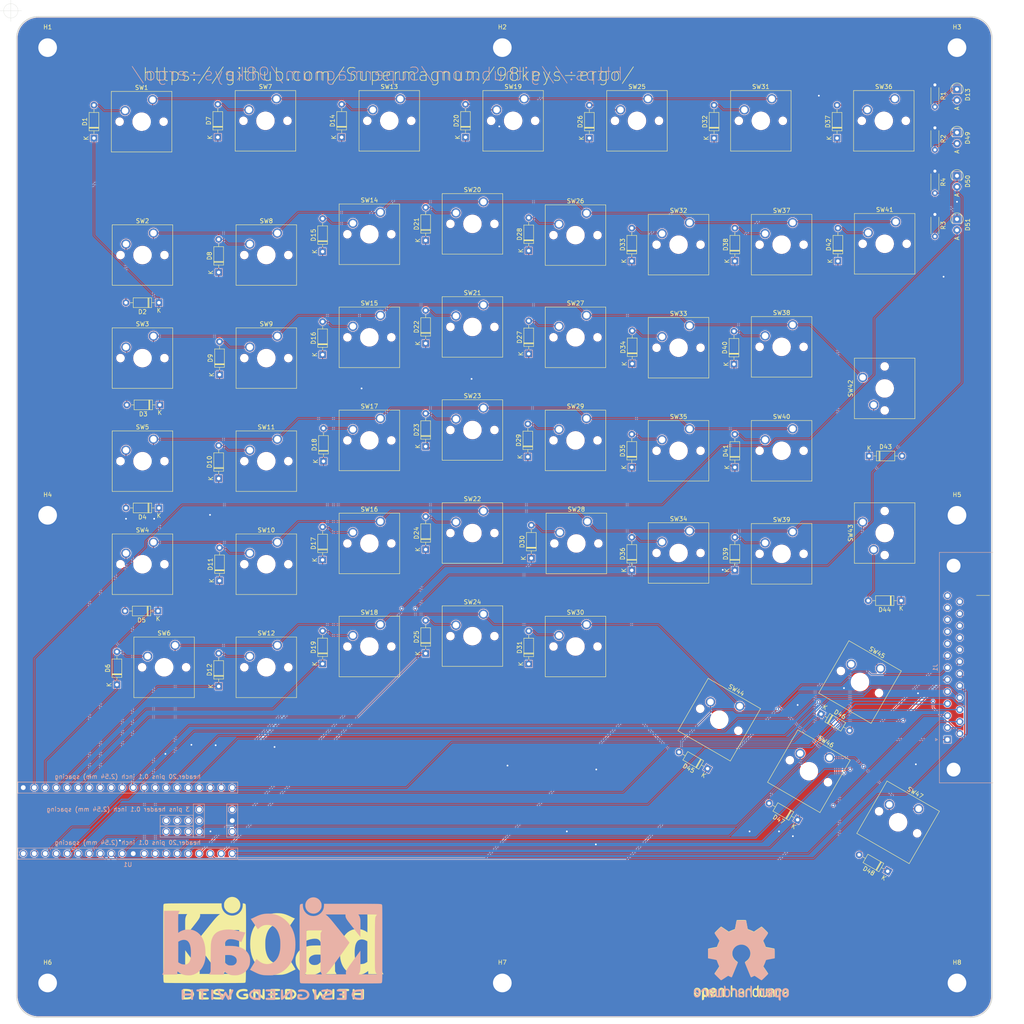
<source format=kicad_pcb>
(kicad_pcb (version 20171130) (host pcbnew 5.1.6-c6e7f7d~87~ubuntu20.04.1)
  (layers (0 F.Cu signal) (31 B.Cu signal) (34 B.Paste user) (35 F.Paste user) (36 B.SilkS user) (37 F.SilkS user) (38 B.Mask user) (39 F.Mask user) (44 Edge.Cuts user))
  (net 0 "")
  (net 1 "Net-(D1-Pad2)")
  (net 2 "Net-(D2-Pad2)")
  (net 3 "Net-(D3-Pad2)")
  (net 4 "Net-(D4-Pad2)")
  (net 5 "Net-(D5-Pad2)")
  (net 6 "Net-(D6-Pad2)")
  (net 7 "Net-(D7-Pad2)")
  (net 8 "Net-(D8-Pad2)")
  (net 9 "Net-(D9-Pad2)")
  (net 10 "Net-(D10-Pad2)")
  (net 11 "Net-(D11-Pad2)")
  (net 12 "Net-(D12-Pad2)")
  (net 13 "Net-(D14-Pad2)")
  (net 14 "Net-(D15-Pad2)")
  (net 15 "Net-(D16-Pad2)")
  (net 16 "Net-(D17-Pad2)")
  (net 17 "Net-(D18-Pad2)")
  (net 18 "Net-(D19-Pad2)")
  (net 19 "Net-(D20-Pad2)")
  (net 20 "Net-(D21-Pad2)")
  (net 21 "Net-(D22-Pad2)")
  (net 22 "Net-(D23-Pad2)")
  (net 23 "Net-(D24-Pad2)")
  (net 24 "Net-(D25-Pad2)")
  (net 25 "Net-(D26-Pad2)")
  (net 26 "Net-(D27-Pad2)")
  (net 27 "Net-(D28-Pad2)")
  (net 28 "Net-(D29-Pad2)")
  (net 29 "Net-(D30-Pad2)")
  (net 30 "Net-(D31-Pad2)")
  (net 31 "Net-(D32-Pad2)")
  (net 32 "Net-(D33-Pad2)")
  (net 33 "Net-(D34-Pad2)")
  (net 34 "Net-(D35-Pad2)")
  (net 35 "Net-(D36-Pad2)")
  (net 36 "Net-(D37-Pad2)")
  (net 37 "Net-(D38-Pad2)")
  (net 38 "Net-(D39-Pad2)")
  (net 39 "Net-(D40-Pad2)")
  (net 40 "Net-(D41-Pad2)")
  (net 41 "Net-(D42-Pad2)")
  (net 42 "Net-(D43-Pad2)")
  (net 43 "Net-(D44-Pad2)")
  (net 44 "Net-(D45-Pad2)")
  (net 45 "Net-(D46-Pad2)")
  (net 46 "Net-(D47-Pad2)")
  (net 47 "Net-(D48-Pad2)")
  (net 48 GND)
  (net 49 "Net-(U1-Pad9)")
  (net 50 "Net-(U1-Pad21)")
  (net 51 "Net-(U1-Pad23)")
  (net 52 "Net-(U1-Pad32)")
  (net 53 "Net-(U1-Pad43)")
  (net 54 PWM1)
  (net 55 "Net-(D13-Pad1)")
  (net 56 "Net-(D49-Pad1)")
  (net 57 PWM2)
  (net 58 "Net-(D50-Pad1)")
  (net 59 PWM3)
  (net 60 "Net-(J1-Pad12)")
  (net 61 "Net-(D51-Pad1)")
  (net 62 PWM4)
  (net 63 "Net-(U1-Pad49)")
  (net 64 "Net-(U1-Pad48)")
  (net 65 "Net-(U1-Pad52)")
  (net 66 "Net-(U1-Pad44)")
  (net 67 "Net-(U1-Pad46)")
  (net 68 "Net-(U1-Pad45)")
  (net 69 "Net-(U1-Pad51)")
  (net 70 "Net-(U1-Pad50)")
  (net 71 Arrow-Left)
  (net 72 ROW1ext)
  (net 73 ROW3ext)
  (net 74 ROW5ext)
  (net 75 Arrow-Right)
  (net 76 ROW2ext)
  (net 77 ROW4ext)
  (net 78 ROW6ext)
  (net 79 ROW1)
  (net 80 ROW2)
  (net 81 ROW3)
  (net 82 ROW5)
  (net 83 ROW4)
  (net 84 ROW6)
  (net 85 COL1)
  (net 86 COL2)
  (net 87 COL3)
  (net 88 COL4)
  (net 89 COL5)
  (net 90 COL6)
  (net 91 COL7)
  (net 92 COL8)
  (net 93 COL1x)
  (net 94 COL3x)
  (net 95 COL5x)
  (net 96 COL7x)
  (net 97 "Net-(J1-Pad9)")
  (net 98 "Net-(J1-Pad10)")
  (net 99 "Net-(J1-Pad11)")
  (net 100 "Net-(J1-Pad13)")
  (net 101 COL2x)
  (net 102 COL4x)
  (net 103 COL6x)
  (net 104 COL8x)
  (net 105 "Net-(J1-Pad21)")
  (net 106 "Net-(J1-Pad22)")
  (net 107 "Net-(J1-Pad23)")
  (net 108 "Net-(J1-Pad24)")
  (net 109 "Net-(J1-Pad25)")
  (module Symbol:KiCad-Logo2_20mm_SilkScreen (layer B.Cu) (at 79.4 256.6 180)
    (fp_text reference REF** hide)
    (fp_text value KiCad-Logo2_20mm_SilkScreen hide)
  )
  (module Symbol:KiCad-Logo2_20mm_SilkScreen (layer F.Cu) (at 79.6 256.5)
    (fp_text reference REF** hide)
    (fp_text value KiCad-Logo2_20mm_SilkScreen hide)
  )
  (module Symbol:OSHW-Logo2_24.3x20mm_SilkScreen (layer B.Cu) (at 187.7 261.3 180)
    (fp_text reference REF** hide)
    (fp_text value OSHW-Logo2_24.3x20mm_SilkScreen hide)
  )
  (module Symbol:OSHW-Logo2_24.3x20mm_SilkScreen (layer F.Cu) (at 187.7 261.2)
    (fp_text reference REF** hide)
    (fp_text value OSHW-Logo2_24.3x20mm_SilkScreen hide)
  )
  (module Resistor_THT:R_Axial_DIN0204_L3.6mm_D1.6mm_P5.08mm_Horizontal (layer F.Cu) (at 232.4 59.1 270)
    (fp_text reference R1 (at 2.54 -1.92 90) (layer F.SilkS))
    (fp_text value 330)
    (pad 1 thru_hole circle (at 0 0 270) (size 1.4 1.4) (drill 0.7) (layers *.Cu *.Mask) (net 48 GND))
    (pad 2 thru_hole oval (at 5.08 0 270) (size 1.4 1.4) (drill 0.7) (layers *.Cu *.Mask) (net 55 "Net-(D13-Pad1)"))
  )
  (module MountingHole:MountingHole_4.3mm_M4_DIN965_Pad (layer F.Cu) (at 237.5 50.5)
    (fp_text reference H3 (at 0 -4.75) (layer F.SilkS))
    (fp_text value MountingHole_Pad)
    (pad 1 thru_hole circle (at 0 0) (size 7.5 7.5) (drill 4.3) (layers *.Cu *.Mask) (net 48 GND))
  )
  (module MountingHole:MountingHole_4.3mm_M4_DIN965_Pad (layer F.Cu) (at 237.5 266.5)
    (fp_text reference H8 (at 0 -4.75) (layer F.SilkS))
    (fp_text value MountingHole_Pad)
    (pad 1 thru_hole circle (at 0 0) (size 7.5 7.5) (drill 4.3) (layers *.Cu *.Mask) (net 48 GND))
  )
  (module MountingHole:MountingHole_4.3mm_M4_DIN965_Pad (layer F.Cu) (at 132.5 266.5)
    (fp_text reference H7 (at 0 -4.75) (layer F.SilkS))
    (fp_text value MountingHole_Pad)
    (pad 1 thru_hole circle (at 0 0) (size 7.5 7.5) (drill 4.3) (layers *.Cu *.Mask) (net 48 GND))
  )
  (module MountingHole:MountingHole_4.3mm_M4_DIN965_Pad (layer F.Cu) (at 27.5 266.5)
    (fp_text reference H6 (at 0 -4.75) (layer F.SilkS))
    (fp_text value MountingHole_Pad)
    (pad 1 thru_hole circle (at 0 0) (size 7.5 7.5) (drill 4.3) (layers *.Cu *.Mask) (net 48 GND))
  )
  (module MountingHole:MountingHole_4.3mm_M4_DIN965_Pad (layer F.Cu) (at 237.5 158.5)
    (fp_text reference H5 (at 0 -4.75) (layer F.SilkS))
    (fp_text value MountingHole_Pad)
    (pad 1 thru_hole circle (at 0 0) (size 7.5 7.5) (drill 4.3) (layers *.Cu *.Mask) (net 48 GND))
  )
  (module MountingHole:MountingHole_4.3mm_M4_DIN965_Pad (layer F.Cu) (at 27.5 158.5)
    (fp_text reference H4 (at 0 -4.75) (layer F.SilkS))
    (fp_text value MountingHole_Pad)
    (pad 1 thru_hole circle (at 0 0) (size 7.5 7.5) (drill 4.3) (layers *.Cu *.Mask) (net 48 GND))
  )
  (module MountingHole:MountingHole_4.3mm_M4_DIN965_Pad (layer F.Cu) (at 132.5 50.5)
    (fp_text reference H2 (at 0 -4.75) (layer F.SilkS))
    (fp_text value MountingHole_Pad)
    (pad 1 thru_hole circle (at 0 0) (size 7.5 7.5) (drill 4.3) (layers *.Cu *.Mask) (net 48 GND))
  )
  (module Diode_THT:D_DO-35_SOD27_P7.62mm_Horizontal (layer F.Cu) (at 38.2 71.4 90)
    (fp_text reference D1 (at 3.81 -2.12 90) (layer F.SilkS))
    (fp_text value 1N4148)
    (fp_text user K (at 0 -1.8 90) (layer F.SilkS))
    (pad 1 thru_hole rect (at 0 0 90) (size 1.6 1.6) (drill 0.8) (layers *.Cu *.Mask) (net 85 COL1))
    (pad 2 thru_hole oval (at 7.62 0 90) (size 1.6 1.6) (drill 0.8) (layers *.Cu *.Mask) (net 1 "Net-(D1-Pad2)"))
  )
  (module Diode_THT:D_DO-35_SOD27_P7.62mm_Horizontal (layer F.Cu) (at 53.2 109.4 180)
    (fp_text reference D2 (at 3.81 -2.12) (layer F.SilkS))
    (fp_text value 1N4148)
    (fp_text user K (at 0 -1.8) (layer F.SilkS))
    (pad 1 thru_hole rect (at 0 0 180) (size 1.6 1.6) (drill 0.8) (layers *.Cu *.Mask) (net 85 COL1))
    (pad 2 thru_hole oval (at 7.62 0 180) (size 1.6 1.6) (drill 0.8) (layers *.Cu *.Mask) (net 2 "Net-(D2-Pad2)"))
  )
  (module Diode_THT:D_DO-35_SOD27_P7.62mm_Horizontal (layer F.Cu) (at 53.4 133 180)
    (fp_text reference D3 (at 3.81 -2.12) (layer F.SilkS))
    (fp_text value 1N4148)
    (fp_text user K (at 0 -1.8) (layer F.SilkS))
    (pad 1 thru_hole rect (at 0 0 180) (size 1.6 1.6) (drill 0.8) (layers *.Cu *.Mask) (net 85 COL1))
    (pad 2 thru_hole oval (at 7.62 0 180) (size 1.6 1.6) (drill 0.8) (layers *.Cu *.Mask) (net 3 "Net-(D3-Pad2)"))
  )
  (module Diode_THT:D_DO-35_SOD27_P7.62mm_Horizontal (layer F.Cu) (at 53.2 156.8 180)
    (fp_text reference D4 (at 3.81 -2.12) (layer F.SilkS))
    (fp_text value 1N4148)
    (fp_text user K (at 0 -1.8) (layer F.SilkS))
    (pad 1 thru_hole rect (at 0 0 180) (size 1.6 1.6) (drill 0.8) (layers *.Cu *.Mask) (net 85 COL1))
    (pad 2 thru_hole oval (at 7.62 0 180) (size 1.6 1.6) (drill 0.8) (layers *.Cu *.Mask) (net 4 "Net-(D4-Pad2)"))
  )
  (module Diode_THT:D_DO-35_SOD27_P7.62mm_Horizontal (layer F.Cu) (at 53 180.6 180)
    (fp_text reference D5 (at 3.81 -2.12) (layer F.SilkS))
    (fp_text value 1N4148)
    (fp_text user K (at 0 -1.8) (layer F.SilkS))
    (pad 1 thru_hole rect (at 0 0 180) (size 1.6 1.6) (drill 0.8) (layers *.Cu *.Mask) (net 85 COL1))
    (pad 2 thru_hole oval (at 7.62 0 180) (size 1.6 1.6) (drill 0.8) (layers *.Cu *.Mask) (net 5 "Net-(D5-Pad2)"))
  )
  (module Diode_THT:D_DO-35_SOD27_P7.62mm_Horizontal (layer F.Cu) (at 43.5 197.62 90)
    (fp_text reference D6 (at 3.81 -2.12 90) (layer F.SilkS))
    (fp_text value 1N4148)
    (fp_text user K (at 0 -1.8 90) (layer F.SilkS))
    (pad 2 thru_hole oval (at 7.62 0 90) (size 1.6 1.6) (drill 0.8) (layers *.Cu *.Mask) (net 6 "Net-(D6-Pad2)"))
    (pad 1 thru_hole rect (at 0 0 90) (size 1.6 1.6) (drill 0.8) (layers *.Cu *.Mask) (net 85 COL1))
  )
  (module Diode_THT:D_DO-35_SOD27_P7.62mm_Horizontal (layer F.Cu) (at 66.8 71.2 90)
    (fp_text reference D7 (at 3.81 -2.12 90) (layer F.SilkS))
    (fp_text value 1N4148)
    (fp_text user K (at 0 -1.8 90) (layer F.SilkS))
    (pad 2 thru_hole oval (at 7.62 0 90) (size 1.6 1.6) (drill 0.8) (layers *.Cu *.Mask) (net 7 "Net-(D7-Pad2)"))
    (pad 1 thru_hole rect (at 0 0 90) (size 1.6 1.6) (drill 0.8) (layers *.Cu *.Mask) (net 86 COL2))
  )
  (module Diode_THT:D_DO-35_SOD27_P7.62mm_Horizontal (layer F.Cu) (at 67 102.4 90)
    (fp_text reference D8 (at 3.81 -2.12 90) (layer F.SilkS))
    (fp_text value 1N4148)
    (fp_text user K (at 0 -1.8 90) (layer F.SilkS))
    (pad 2 thru_hole oval (at 7.62 0 90) (size 1.6 1.6) (drill 0.8) (layers *.Cu *.Mask) (net 8 "Net-(D8-Pad2)"))
    (pad 1 thru_hole rect (at 0 0 90) (size 1.6 1.6) (drill 0.8) (layers *.Cu *.Mask) (net 86 COL2))
  )
  (module Diode_THT:D_DO-35_SOD27_P7.62mm_Horizontal (layer F.Cu) (at 67.2 126.02 90)
    (fp_text reference D9 (at 3.81 -2.12 90) (layer F.SilkS))
    (fp_text value 1N4148)
    (fp_text user K (at 0 -1.8 90) (layer F.SilkS))
    (pad 2 thru_hole oval (at 7.62 0 90) (size 1.6 1.6) (drill 0.8) (layers *.Cu *.Mask) (net 9 "Net-(D9-Pad2)"))
    (pad 1 thru_hole rect (at 0 0 90) (size 1.6 1.6) (drill 0.8) (layers *.Cu *.Mask) (net 86 COL2))
  )
  (module Diode_THT:D_DO-35_SOD27_P7.62mm_Horizontal (layer F.Cu) (at 67 150 90)
    (fp_text reference D10 (at 3.81 -2.12 90) (layer F.SilkS))
    (fp_text value 1N4148)
    (fp_text user K (at 0 -1.8 90) (layer F.SilkS))
    (pad 2 thru_hole oval (at 7.62 0 90) (size 1.6 1.6) (drill 0.8) (layers *.Cu *.Mask) (net 10 "Net-(D10-Pad2)"))
    (pad 1 thru_hole rect (at 0 0 90) (size 1.6 1.6) (drill 0.8) (layers *.Cu *.Mask) (net 86 COL2))
  )
  (module Diode_THT:D_DO-35_SOD27_P7.62mm_Horizontal (layer F.Cu) (at 67.2 173.6 90)
    (fp_text reference D11 (at 3.81 -2.12 90) (layer F.SilkS))
    (fp_text value 1N4148)
    (fp_text user K (at 0 -1.8 90) (layer F.SilkS))
    (pad 2 thru_hole oval (at 7.62 0 90) (size 1.6 1.6) (drill 0.8) (layers *.Cu *.Mask) (net 11 "Net-(D11-Pad2)"))
    (pad 1 thru_hole rect (at 0 0 90) (size 1.6 1.6) (drill 0.8) (layers *.Cu *.Mask) (net 86 COL2))
  )
  (module Diode_THT:D_DO-35_SOD27_P7.62mm_Horizontal (layer F.Cu) (at 67 198 90)
    (fp_text reference D12 (at 3.81 -2.12 90) (layer F.SilkS))
    (fp_text value 1N4148)
    (fp_text user K (at 0 -1.8 90) (layer F.SilkS))
    (pad 2 thru_hole oval (at 7.62 0 90) (size 1.6 1.6) (drill 0.8) (layers *.Cu *.Mask) (net 12 "Net-(D12-Pad2)"))
    (pad 1 thru_hole rect (at 0 0 90) (size 1.6 1.6) (drill 0.8) (layers *.Cu *.Mask) (net 86 COL2))
  )
  (module Diode_THT:D_DO-35_SOD27_P7.62mm_Horizontal (layer F.Cu) (at 95.4 71.2 90)
    (fp_text reference D14 (at 3.81 -2.12 90) (layer F.SilkS))
    (fp_text value 1N4148)
    (fp_text user K (at 0 -1.8 90) (layer F.SilkS))
    (pad 1 thru_hole rect (at 0 0 90) (size 1.6 1.6) (drill 0.8) (layers *.Cu *.Mask) (net 87 COL3))
    (pad 2 thru_hole oval (at 7.62 0 90) (size 1.6 1.6) (drill 0.8) (layers *.Cu *.Mask) (net 13 "Net-(D14-Pad2)"))
  )
  (module Diode_THT:D_DO-35_SOD27_P7.62mm_Horizontal (layer F.Cu) (at 91 97.6 90)
    (fp_text reference D15 (at 3.81 -2.12 90) (layer F.SilkS))
    (fp_text value 1N4148)
    (fp_text user K (at 0 -1.8 90) (layer F.SilkS))
    (pad 2 thru_hole oval (at 7.62 0 90) (size 1.6 1.6) (drill 0.8) (layers *.Cu *.Mask) (net 14 "Net-(D15-Pad2)"))
    (pad 1 thru_hole rect (at 0 0 90) (size 1.6 1.6) (drill 0.8) (layers *.Cu *.Mask) (net 87 COL3))
  )
  (module Diode_THT:D_DO-35_SOD27_P7.62mm_Horizontal (layer F.Cu) (at 91 121.4 90)
    (fp_text reference D16 (at 3.81 -2.12 90) (layer F.SilkS))
    (fp_text value 1N4148)
    (fp_text user K (at 0 -1.8 90) (layer F.SilkS))
    (pad 1 thru_hole rect (at 0 0 90) (size 1.6 1.6) (drill 0.8) (layers *.Cu *.Mask) (net 87 COL3))
    (pad 2 thru_hole oval (at 7.62 0 90) (size 1.6 1.6) (drill 0.8) (layers *.Cu *.Mask) (net 15 "Net-(D16-Pad2)"))
  )
  (module Diode_THT:D_DO-35_SOD27_P7.62mm_Horizontal (layer F.Cu) (at 91 168.8 90)
    (fp_text reference D17 (at 3.81 -2.12 90) (layer F.SilkS))
    (fp_text value 1N4148)
    (fp_text user K (at 0 -1.8 90) (layer F.SilkS))
    (pad 1 thru_hole rect (at 0 0 90) (size 1.6 1.6) (drill 0.8) (layers *.Cu *.Mask) (net 87 COL3))
    (pad 2 thru_hole oval (at 7.62 0 90) (size 1.6 1.6) (drill 0.8) (layers *.Cu *.Mask) (net 16 "Net-(D17-Pad2)"))
  )
  (module Diode_THT:D_DO-35_SOD27_P7.62mm_Horizontal (layer F.Cu) (at 91.2 146.02 90)
    (fp_text reference D18 (at 3.81 -2.12 90) (layer F.SilkS))
    (fp_text value 1N4148)
    (fp_text user K (at 0 -1.8 90) (layer F.SilkS))
    (pad 2 thru_hole oval (at 7.62 0 90) (size 1.6 1.6) (drill 0.8) (layers *.Cu *.Mask) (net 17 "Net-(D18-Pad2)"))
    (pad 1 thru_hole rect (at 0 0 90) (size 1.6 1.6) (drill 0.8) (layers *.Cu *.Mask) (net 87 COL3))
  )
  (module Diode_THT:D_DO-35_SOD27_P7.62mm_Horizontal (layer F.Cu) (at 91 192.8 90)
    (fp_text reference D19 (at 3.81 -2.12 90) (layer F.SilkS))
    (fp_text value 1N4148)
    (fp_text user K (at 0 -1.8 90) (layer F.SilkS))
    (pad 2 thru_hole oval (at 7.62 0 90) (size 1.6 1.6) (drill 0.8) (layers *.Cu *.Mask) (net 18 "Net-(D19-Pad2)"))
    (pad 1 thru_hole rect (at 0 0 90) (size 1.6 1.6) (drill 0.8) (layers *.Cu *.Mask) (net 87 COL3))
  )
  (module Diode_THT:D_DO-35_SOD27_P7.62mm_Horizontal (layer F.Cu) (at 124 71.2 90)
    (fp_text reference D20 (at 3.81 -2.12 90) (layer F.SilkS))
    (fp_text value 1N4148)
    (fp_text user K (at 0 -1.8 90) (layer F.SilkS))
    (pad 2 thru_hole oval (at 7.62 0 90) (size 1.6 1.6) (drill 0.8) (layers *.Cu *.Mask) (net 19 "Net-(D20-Pad2)"))
    (pad 1 thru_hole rect (at 0 0 90) (size 1.6 1.6) (drill 0.8) (layers *.Cu *.Mask) (net 88 COL4))
  )
  (module Diode_THT:D_DO-35_SOD27_P7.62mm_Horizontal (layer F.Cu) (at 114.8 95.02 90)
    (fp_text reference D21 (at 3.81 -2.12 90) (layer F.SilkS))
    (fp_text value 1N4148)
    (fp_text user K (at 0 -1.8 90) (layer F.SilkS))
    (pad 1 thru_hole rect (at 0 0 90) (size 1.6 1.6) (drill 0.8) (layers *.Cu *.Mask) (net 88 COL4))
    (pad 2 thru_hole oval (at 7.62 0 90) (size 1.6 1.6) (drill 0.8) (layers *.Cu *.Mask) (net 20 "Net-(D21-Pad2)"))
  )
  (module Diode_THT:D_DO-35_SOD27_P7.62mm_Horizontal (layer F.Cu) (at 114.8 118.8 90)
    (fp_text reference D22 (at 3.81 -2.12 90) (layer F.SilkS))
    (fp_text value 1N4148)
    (fp_text user K (at 0 -1.8 90) (layer F.SilkS))
    (pad 1 thru_hole rect (at 0 0 90) (size 1.6 1.6) (drill 0.8) (layers *.Cu *.Mask) (net 88 COL4))
    (pad 2 thru_hole oval (at 7.62 0 90) (size 1.6 1.6) (drill 0.8) (layers *.Cu *.Mask) (net 21 "Net-(D22-Pad2)"))
  )
  (module Diode_THT:D_DO-35_SOD27_P7.62mm_Horizontal (layer F.Cu) (at 114.8 142.6 90)
    (fp_text reference D23 (at 3.81 -2.12 90) (layer F.SilkS))
    (fp_text value 1N4148)
    (fp_text user K (at 0 -1.8 90) (layer F.SilkS))
    (pad 2 thru_hole oval (at 7.62 0 90) (size 1.6 1.6) (drill 0.8) (layers *.Cu *.Mask) (net 22 "Net-(D23-Pad2)"))
    (pad 1 thru_hole rect (at 0 0 90) (size 1.6 1.6) (drill 0.8) (layers *.Cu *.Mask) (net 88 COL4))
  )
  (module Diode_THT:D_DO-35_SOD27_P7.62mm_Horizontal (layer F.Cu) (at 114.8 166.4 90)
    (fp_text reference D24 (at 3.81 -2.12 90) (layer F.SilkS))
    (fp_text value 1N4148)
    (fp_text user K (at 0 -1.8 90) (layer F.SilkS))
    (pad 1 thru_hole rect (at 0 0 90) (size 1.6 1.6) (drill 0.8) (layers *.Cu *.Mask) (net 88 COL4))
    (pad 2 thru_hole oval (at 7.62 0 90) (size 1.6 1.6) (drill 0.8) (layers *.Cu *.Mask) (net 23 "Net-(D24-Pad2)"))
  )
  (module Diode_THT:D_DO-35_SOD27_P7.62mm_Horizontal (layer F.Cu) (at 114.8 190.4 90)
    (fp_text reference D25 (at 3.81 -2.12 90) (layer F.SilkS))
    (fp_text value 1N4148)
    (fp_text user K (at 0 -1.8 90) (layer F.SilkS))
    (pad 2 thru_hole oval (at 7.62 0 90) (size 1.6 1.6) (drill 0.8) (layers *.Cu *.Mask) (net 24 "Net-(D25-Pad2)"))
    (pad 1 thru_hole rect (at 0 0 90) (size 1.6 1.6) (drill 0.8) (layers *.Cu *.Mask) (net 88 COL4))
  )
  (module Diode_THT:D_DO-35_SOD27_P7.62mm_Horizontal (layer F.Cu) (at 152.6 71.4 90)
    (fp_text reference D26 (at 3.81 -2.12 90) (layer F.SilkS))
    (fp_text value 1N4148)
    (fp_text user K (at 0 -1.8 90) (layer F.SilkS))
    (pad 1 thru_hole rect (at 0 0 90) (size 1.6 1.6) (drill 0.8) (layers *.Cu *.Mask) (net 89 COL5))
    (pad 2 thru_hole oval (at 7.62 0 90) (size 1.6 1.6) (drill 0.8) (layers *.Cu *.Mask) (net 25 "Net-(D26-Pad2)"))
  )
  (module Diode_THT:D_DO-35_SOD27_P7.62mm_Horizontal (layer F.Cu) (at 138.6 121.2 90)
    (fp_text reference D27 (at 3.81 -2.12 90) (layer F.SilkS))
    (fp_text value 1N4148)
    (fp_text user K (at 0 -1.8 90) (layer F.SilkS))
    (pad 1 thru_hole rect (at 0 0 90) (size 1.6 1.6) (drill 0.8) (layers *.Cu *.Mask) (net 89 COL5))
    (pad 2 thru_hole oval (at 7.62 0 90) (size 1.6 1.6) (drill 0.8) (layers *.Cu *.Mask) (net 26 "Net-(D27-Pad2)"))
  )
  (module Diode_THT:D_DO-35_SOD27_P7.62mm_Horizontal (layer F.Cu) (at 138.6 97.4 90)
    (fp_text reference D28 (at 3.81 -2.12 90) (layer F.SilkS))
    (fp_text value 1N4148)
    (fp_text user K (at 0 -1.8 90) (layer F.SilkS))
    (pad 2 thru_hole oval (at 7.62 0 90) (size 1.6 1.6) (drill 0.8) (layers *.Cu *.Mask) (net 27 "Net-(D28-Pad2)"))
    (pad 1 thru_hole rect (at 0 0 90) (size 1.6 1.6) (drill 0.8) (layers *.Cu *.Mask) (net 89 COL5))
  )
  (module Diode_THT:D_DO-35_SOD27_P7.62mm_Horizontal (layer F.Cu) (at 138.4 145 90)
    (fp_text reference D29 (at 3.81 -2.12 90) (layer F.SilkS))
    (fp_text value 1N4148)
    (fp_text user K (at 0 -1.8 90) (layer F.SilkS))
    (pad 1 thru_hole rect (at 0 0 90) (size 1.6 1.6) (drill 0.8) (layers *.Cu *.Mask) (net 89 COL5))
    (pad 2 thru_hole oval (at 7.62 0 90) (size 1.6 1.6) (drill 0.8) (layers *.Cu *.Mask) (net 28 "Net-(D29-Pad2)"))
  )
  (module Diode_THT:D_DO-35_SOD27_P7.62mm_Horizontal (layer F.Cu) (at 139.2 168.4 90)
    (fp_text reference D30 (at 3.81 -2.12 90) (layer F.SilkS))
    (fp_text value 1N4148)
    (fp_text user K (at 0 -1.8 90) (layer F.SilkS))
    (pad 2 thru_hole oval (at 7.62 0 90) (size 1.6 1.6) (drill 0.8) (layers *.Cu *.Mask) (net 29 "Net-(D30-Pad2)"))
    (pad 1 thru_hole rect (at 0 0 90) (size 1.6 1.6) (drill 0.8) (layers *.Cu *.Mask) (net 89 COL5))
  )
  (module Diode_THT:D_DO-35_SOD27_P7.62mm_Horizontal (layer F.Cu) (at 138.6 192.82 90)
    (fp_text reference D31 (at 3.81 -2.12 90) (layer F.SilkS))
    (fp_text value 1N4148)
    (fp_text user K (at 0 -1.8 90) (layer F.SilkS))
    (pad 1 thru_hole rect (at 0 0 90) (size 1.6 1.6) (drill 0.8) (layers *.Cu *.Mask) (net 89 COL5))
    (pad 2 thru_hole oval (at 7.62 0 90) (size 1.6 1.6) (drill 0.8) (layers *.Cu *.Mask) (net 30 "Net-(D31-Pad2)"))
  )
  (module Diode_THT:D_DO-35_SOD27_P7.62mm_Horizontal (layer F.Cu) (at 181.4 71.4 90)
    (fp_text reference D32 (at 3.81 -2.12 90) (layer F.SilkS))
    (fp_text value 1N4148)
    (fp_text user K (at 0 -1.8 90) (layer F.SilkS))
    (pad 2 thru_hole oval (at 7.62 0 90) (size 1.6 1.6) (drill 0.8) (layers *.Cu *.Mask) (net 31 "Net-(D32-Pad2)"))
    (pad 1 thru_hole rect (at 0 0 90) (size 1.6 1.6) (drill 0.8) (layers *.Cu *.Mask) (net 90 COL6))
  )
  (module Diode_THT:D_DO-35_SOD27_P7.62mm_Horizontal (layer F.Cu) (at 162.4 99.8 90)
    (fp_text reference D33 (at 3.81 -2.12 90) (layer F.SilkS))
    (fp_text value 1N4148)
    (fp_text user K (at 0 -1.8 90) (layer F.SilkS))
    (pad 1 thru_hole rect (at 0 0 90) (size 1.6 1.6) (drill 0.8) (layers *.Cu *.Mask) (net 90 COL6))
    (pad 2 thru_hole oval (at 7.62 0 90) (size 1.6 1.6) (drill 0.8) (layers *.Cu *.Mask) (net 32 "Net-(D33-Pad2)"))
  )
  (module Diode_THT:D_DO-35_SOD27_P7.62mm_Horizontal (layer F.Cu) (at 162.5 123.5 90)
    (fp_text reference D34 (at 3.81 -2.12 90) (layer F.SilkS))
    (fp_text value 1N4148)
    (fp_text user K (at 0 -1.8 90) (layer F.SilkS))
    (pad 2 thru_hole oval (at 7.62 0 90) (size 1.6 1.6) (drill 0.8) (layers *.Cu *.Mask) (net 33 "Net-(D34-Pad2)"))
    (pad 1 thru_hole rect (at 0 0 90) (size 1.6 1.6) (drill 0.8) (layers *.Cu *.Mask) (net 90 COL6))
  )
  (module Diode_THT:D_DO-35_SOD27_P7.62mm_Horizontal (layer F.Cu) (at 162.4 147.4 90)
    (fp_text reference D35 (at 3.81 -2.12 90) (layer F.SilkS))
    (fp_text value 1N4148)
    (fp_text user K (at 0 -1.8 90) (layer F.SilkS))
    (pad 1 thru_hole rect (at 0 0 90) (size 1.6 1.6) (drill 0.8) (layers *.Cu *.Mask) (net 90 COL6))
    (pad 2 thru_hole oval (at 7.62 0 90) (size 1.6 1.6) (drill 0.8) (layers *.Cu *.Mask) (net 34 "Net-(D35-Pad2)"))
  )
  (module Diode_THT:D_DO-35_SOD27_P7.62mm_Horizontal (layer F.Cu) (at 162.4 171.2 90)
    (fp_text reference D36 (at 3.81 -2.12 90) (layer F.SilkS))
    (fp_text value 1N4148)
    (fp_text user K (at 0 -1.8 90) (layer F.SilkS))
    (pad 2 thru_hole oval (at 7.62 0 90) (size 1.6 1.6) (drill 0.8) (layers *.Cu *.Mask) (net 35 "Net-(D36-Pad2)"))
    (pad 1 thru_hole rect (at 0 0 90) (size 1.6 1.6) (drill 0.8) (layers *.Cu *.Mask) (net 90 COL6))
  )
  (module Diode_THT:D_DO-35_SOD27_P7.62mm_Horizontal (layer F.Cu) (at 209.8 71.4 90)
    (fp_text reference D37 (at 3.81 -2.12 90) (layer F.SilkS))
    (fp_text value 1N4148)
    (fp_text user K (at 0 -1.8 90) (layer F.SilkS))
    (pad 1 thru_hole rect (at 0 0 90) (size 1.6 1.6) (drill 0.8) (layers *.Cu *.Mask) (net 91 COL7))
    (pad 2 thru_hole oval (at 7.62 0 90) (size 1.6 1.6) (drill 0.8) (layers *.Cu *.Mask) (net 36 "Net-(D37-Pad2)"))
  )
  (module Diode_THT:D_DO-35_SOD27_P7.62mm_Horizontal (layer F.Cu) (at 186.2 99.8 90)
    (fp_text reference D38 (at 3.81 -2.12 90) (layer F.SilkS))
    (fp_text value 1N4148)
    (fp_text user K (at 0 -1.8 90) (layer F.SilkS))
    (pad 2 thru_hole oval (at 7.62 0 90) (size 1.6 1.6) (drill 0.8) (layers *.Cu *.Mask) (net 37 "Net-(D38-Pad2)"))
    (pad 1 thru_hole rect (at 0 0 90) (size 1.6 1.6) (drill 0.8) (layers *.Cu *.Mask) (net 91 COL7))
  )
  (module Diode_THT:D_DO-35_SOD27_P7.62mm_Horizontal (layer F.Cu) (at 186.2 171.2 90)
    (fp_text reference D39 (at 3.81 -2.12 90) (layer F.SilkS))
    (fp_text value 1N4148)
    (fp_text user K (at 0 -1.8 90) (layer F.SilkS))
    (pad 1 thru_hole rect (at 0 0 90) (size 1.6 1.6) (drill 0.8) (layers *.Cu *.Mask) (net 91 COL7))
    (pad 2 thru_hole oval (at 7.62 0 90) (size 1.6 1.6) (drill 0.8) (layers *.Cu *.Mask) (net 38 "Net-(D39-Pad2)"))
  )
  (module Diode_THT:D_DO-35_SOD27_P7.62mm_Horizontal (layer F.Cu) (at 186 123.6 90)
    (fp_text reference D40 (at 3.81 -2.12 90) (layer F.SilkS))
    (fp_text value 1N4148)
    (fp_text user K (at 0 -1.8 90) (layer F.SilkS))
    (pad 1 thru_hole rect (at 0 0 90) (size 1.6 1.6) (drill 0.8) (layers *.Cu *.Mask) (net 91 COL7))
    (pad 2 thru_hole oval (at 7.62 0 90) (size 1.6 1.6) (drill 0.8) (layers *.Cu *.Mask) (net 39 "Net-(D40-Pad2)"))
  )
  (module Diode_THT:D_DO-35_SOD27_P7.62mm_Horizontal (layer F.Cu) (at 186.2 147.42 90)
    (fp_text reference D41 (at 3.81 -2.12 90) (layer F.SilkS))
    (fp_text value 1N4148)
    (fp_text user K (at 0 -1.8 90) (layer F.SilkS))
    (pad 2 thru_hole oval (at 7.62 0 90) (size 1.6 1.6) (drill 0.8) (layers *.Cu *.Mask) (net 40 "Net-(D41-Pad2)"))
    (pad 1 thru_hole rect (at 0 0 90) (size 1.6 1.6) (drill 0.8) (layers *.Cu *.Mask) (net 91 COL7))
  )
  (module Diode_THT:D_DO-35_SOD27_P7.62mm_Horizontal (layer F.Cu) (at 210 99.8 90)
    (fp_text reference D42 (at 3.81 -2.12 90) (layer F.SilkS))
    (fp_text value 1N4148)
    (fp_text user K (at 0 -1.8 90) (layer F.SilkS))
    (pad 2 thru_hole oval (at 7.62 0 90) (size 1.6 1.6) (drill 0.8) (layers *.Cu *.Mask) (net 41 "Net-(D42-Pad2)"))
    (pad 1 thru_hole rect (at 0 0 90) (size 1.6 1.6) (drill 0.8) (layers *.Cu *.Mask) (net 92 COL8))
  )
  (module Diode_THT:D_DO-35_SOD27_P7.62mm_Horizontal (layer F.Cu) (at 217.2 144.8)
    (fp_text reference D43 (at 3.81 -2.12) (layer F.SilkS))
    (fp_text value 1N4148)
    (fp_text user K (at 0 -1.8) (layer F.SilkS))
    (pad 1 thru_hole rect (at 0 0) (size 1.6 1.6) (drill 0.8) (layers *.Cu *.Mask) (net 92 COL8))
    (pad 2 thru_hole oval (at 7.62 0) (size 1.6 1.6) (drill 0.8) (layers *.Cu *.Mask) (net 42 "Net-(D43-Pad2)"))
  )
  (module Diode_THT:D_DO-35_SOD27_P7.62mm_Horizontal (layer F.Cu) (at 224.62 178.2 180)
    (fp_text reference D44 (at 3.81 -2.12) (layer F.SilkS))
    (fp_text value 1N4148)
    (fp_text user K (at 0 -1.8) (layer F.SilkS))
    (pad 2 thru_hole oval (at 7.62 0 180) (size 1.6 1.6) (drill 0.8) (layers *.Cu *.Mask) (net 43 "Net-(D44-Pad2)"))
    (pad 1 thru_hole rect (at 0 0 180) (size 1.6 1.6) (drill 0.8) (layers *.Cu *.Mask) (net 92 COL8))
  )
  (module Diode_THT:D_DO-35_SOD27_P7.62mm_Horizontal (layer F.Cu) (at 179.9 217 150)
    (fp_text reference D45 (at 3.81 -2.12 150) (layer F.SilkS))
    (fp_text value 1N4148)
    (fp_text user K (at 0 -1.8 150) (layer F.SilkS))
    (pad 2 thru_hole oval (at 7.62 0 150) (size 1.6 1.6) (drill 0.8) (layers *.Cu *.Mask) (net 44 "Net-(D45-Pad2)"))
    (pad 1 thru_hole rect (at 0 0 150) (size 1.6 1.6) (drill 0.8) (layers *.Cu *.Mask) (net 90 COL6))
  )
  (module Diode_THT:D_DO-35_SOD27_P7.62mm_Horizontal (layer F.Cu) (at 206.1 204.4 330)
    (fp_text reference D46 (at 3.81 -2.12 150) (layer F.SilkS))
    (fp_text value 1N4148)
    (fp_text user K (at 0 -1.8 150) (layer F.SilkS))
    (pad 1 thru_hole rect (at 0 0 330) (size 1.6 1.6) (drill 0.8) (layers *.Cu *.Mask) (net 71 Arrow-Left))
    (pad 2 thru_hole oval (at 7.62 0 330) (size 1.6 1.6) (drill 0.8) (layers *.Cu *.Mask) (net 45 "Net-(D46-Pad2)"))
  )
  (module Diode_THT:D_DO-35_SOD27_P7.62mm_Horizontal (layer F.Cu) (at 200.699 228.81 150)
    (fp_text reference D47 (at 3.81 -2.12 150) (layer F.SilkS))
    (fp_text value 1N4148)
    (fp_text user K (at 0 -1.8 150) (layer F.SilkS))
    (pad 1 thru_hole rect (at 0 0 150) (size 1.6 1.6) (drill 0.8) (layers *.Cu *.Mask) (net 92 COL8))
    (pad 2 thru_hole oval (at 7.62 0 150) (size 1.6 1.6) (drill 0.8) (layers *.Cu *.Mask) (net 46 "Net-(D47-Pad2)"))
  )
  (module Diode_THT:D_DO-35_SOD27_P7.62mm_Horizontal (layer F.Cu) (at 221.5 240.7 150)
    (fp_text reference D48 (at 3.81 -2.12 150) (layer F.SilkS))
    (fp_text value 1N4148)
    (fp_text user K (at 0 -1.8 150) (layer F.SilkS))
    (pad 2 thru_hole oval (at 7.62 0 150) (size 1.6 1.6) (drill 0.8) (layers *.Cu *.Mask) (net 47 "Net-(D48-Pad2)"))
    (pad 1 thru_hole rect (at 0 0 150) (size 1.6 1.6) (drill 0.8) (layers *.Cu *.Mask) (net 71 Arrow-Left))
  )
  (module Resistor_THT:R_Axial_DIN0204_L3.6mm_D1.6mm_P5.08mm_Horizontal (layer F.Cu) (at 232.4 69.02 270)
    (fp_text reference R2 (at 2.54 -1.92 90) (layer F.SilkS))
    (fp_text value 330)
    (pad 2 thru_hole oval (at 5.08 0 270) (size 1.4 1.4) (drill 0.7) (layers *.Cu *.Mask) (net 56 "Net-(D49-Pad1)"))
    (pad 1 thru_hole circle (at 0 0 270) (size 1.4 1.4) (drill 0.7) (layers *.Cu *.Mask) (net 48 GND))
  )
  (module Resistor_THT:R_Axial_DIN0204_L3.6mm_D1.6mm_P5.08mm_Horizontal (layer F.Cu) (at 232.4 89.02 270)
    (fp_text reference R3 (at 2.54 -1.92 90) (layer F.SilkS))
    (fp_text value 330)
    (pad 2 thru_hole oval (at 5.08 0 270) (size 1.4 1.4) (drill 0.7) (layers *.Cu *.Mask) (net 58 "Net-(D50-Pad1)"))
    (pad 1 thru_hole circle (at 0 0 270) (size 1.4 1.4) (drill 0.7) (layers *.Cu *.Mask) (net 48 GND))
  )
  (module Button_Switch_Keyboard:SW_Cherry_MX_1.00u_PCB (layer F.Cu) (at 51.74 62.52)
    (fp_text reference SW1 (at -2.54 -2.794) (layer F.SilkS))
    (fp_text value MX-NO-LED)
    (pad "" np_thru_hole circle (at 2.54 5.08) (size 1.7 1.7) (drill 1.7) (layers *.Cu *.Mask))
    (pad "" np_thru_hole circle (at -7.62 5.08) (size 1.7 1.7) (drill 1.7) (layers *.Cu *.Mask))
    (pad "" np_thru_hole circle (at -2.54 5.08) (size 4 4) (drill 4) (layers *.Cu *.Mask))
    (pad 2 thru_hole circle (at -6.35 2.54) (size 2.2 2.2) (drill 1.5) (layers *.Cu *.Mask) (net 1 "Net-(D1-Pad2)"))
    (pad 1 thru_hole circle (at 0 0) (size 2.2 2.2) (drill 1.5) (layers *.Cu *.Mask) (net 79 ROW1))
  )
  (module Button_Switch_Keyboard:SW_Cherry_MX_1.50u_PCB (layer F.Cu) (at 51.94 93.32)
    (fp_text reference SW2 (at -2.54 -2.794) (layer F.SilkS))
    (fp_text value MX-NO-LED)
    (pad 1 thru_hole circle (at 0 0) (size 2.2 2.2) (drill 1.5) (layers *.Cu *.Mask) (net 80 ROW2))
    (pad 2 thru_hole circle (at -6.35 2.54) (size 2.2 2.2) (drill 1.5) (layers *.Cu *.Mask) (net 2 "Net-(D2-Pad2)"))
    (pad "" np_thru_hole circle (at -2.54 5.08) (size 4 4) (drill 4) (layers *.Cu *.Mask))
    (pad "" np_thru_hole circle (at -7.62 5.08) (size 1.7 1.7) (drill 1.7) (layers *.Cu *.Mask))
    (pad "" np_thru_hole circle (at 2.54 5.08) (size 1.7 1.7) (drill 1.7) (layers *.Cu *.Mask))
  )
  (module Button_Switch_Keyboard:SW_Cherry_MX_1.50u_PCB (layer F.Cu) (at 51.94 117.12)
    (fp_text reference SW3 (at -2.54 -2.794) (layer F.SilkS))
    (fp_text value MX-NO-LED)
    (pad 1 thru_hole circle (at 0 0) (size 2.2 2.2) (drill 1.5) (layers *.Cu *.Mask) (net 81 ROW3))
    (pad 2 thru_hole circle (at -6.35 2.54) (size 2.2 2.2) (drill 1.5) (layers *.Cu *.Mask) (net 3 "Net-(D3-Pad2)"))
    (pad "" np_thru_hole circle (at -2.54 5.08) (size 4 4) (drill 4) (layers *.Cu *.Mask))
    (pad "" np_thru_hole circle (at -7.62 5.08) (size 1.7 1.7) (drill 1.7) (layers *.Cu *.Mask))
    (pad "" np_thru_hole circle (at 2.54 5.08) (size 1.7 1.7) (drill 1.7) (layers *.Cu *.Mask))
  )
  (module Button_Switch_Keyboard:SW_Cherry_MX_1.50u_PCB (layer F.Cu) (at 51.94 164.72)
    (fp_text reference SW4 (at -2.54 -2.794) (layer F.SilkS))
    (fp_text value MX-NO-LED)
    (pad "" np_thru_hole circle (at 2.54 5.08) (size 1.7 1.7) (drill 1.7) (layers *.Cu *.Mask))
    (pad "" np_thru_hole circle (at -7.62 5.08) (size 1.7 1.7) (drill 1.7) (layers *.Cu *.Mask))
    (pad "" np_thru_hole circle (at -2.54 5.08) (size 4 4) (drill 4) (layers *.Cu *.Mask))
    (pad 2 thru_hole circle (at -6.35 2.54) (size 2.2 2.2) (drill 1.5) (layers *.Cu *.Mask) (net 5 "Net-(D5-Pad2)"))
    (pad 1 thru_hole circle (at 0 0) (size 2.2 2.2) (drill 1.5) (layers *.Cu *.Mask) (net 82 ROW5))
  )
  (module Button_Switch_Keyboard:SW_Cherry_MX_1.50u_PCB (layer F.Cu) (at 51.94 140.92)
    (fp_text reference SW5 (at -2.54 -2.794) (layer F.SilkS))
    (fp_text value MX-NO-LED)
    (pad "" np_thru_hole circle (at 2.54 5.08) (size 1.7 1.7) (drill 1.7) (layers *.Cu *.Mask))
    (pad "" np_thru_hole circle (at -7.62 5.08) (size 1.7 1.7) (drill 1.7) (layers *.Cu *.Mask))
    (pad "" np_thru_hole circle (at -2.54 5.08) (size 4 4) (drill 4) (layers *.Cu *.Mask))
    (pad 2 thru_hole circle (at -6.35 2.54) (size 2.2 2.2) (drill 1.5) (layers *.Cu *.Mask) (net 4 "Net-(D4-Pad2)"))
    (pad 1 thru_hole circle (at 0 0) (size 2.2 2.2) (drill 1.5) (layers *.Cu *.Mask) (net 83 ROW4))
  )
  (module Button_Switch_Keyboard:SW_Cherry_MX_1.00u_PCB (layer F.Cu) (at 56.94 188.52)
    (fp_text reference SW6 (at -2.54 -2.794) (layer F.SilkS))
    (fp_text value MX-NO-LED)
    (pad 1 thru_hole circle (at 0 0) (size 2.2 2.2) (drill 1.5) (layers *.Cu *.Mask) (net 84 ROW6))
    (pad 2 thru_hole circle (at -6.35 2.54) (size 2.2 2.2) (drill 1.5) (layers *.Cu *.Mask) (net 6 "Net-(D6-Pad2)"))
    (pad "" np_thru_hole circle (at -2.54 5.08) (size 4 4) (drill 4) (layers *.Cu *.Mask))
    (pad "" np_thru_hole circle (at -7.62 5.08) (size 1.7 1.7) (drill 1.7) (layers *.Cu *.Mask))
    (pad "" np_thru_hole circle (at 2.54 5.08) (size 1.7 1.7) (drill 1.7) (layers *.Cu *.Mask))
  )
  (module Button_Switch_Keyboard:SW_Cherry_MX_1.00u_PCB (layer F.Cu) (at 80.34 62.32)
    (fp_text reference SW7 (at -2.54 -2.794) (layer F.SilkS))
    (fp_text value MX-NO-LED)
    (pad 1 thru_hole circle (at 0 0) (size 2.2 2.2) (drill 1.5) (layers *.Cu *.Mask) (net 79 ROW1))
    (pad 2 thru_hole circle (at -6.35 2.54) (size 2.2 2.2) (drill 1.5) (layers *.Cu *.Mask) (net 7 "Net-(D7-Pad2)"))
    (pad "" np_thru_hole circle (at -2.54 5.08) (size 4 4) (drill 4) (layers *.Cu *.Mask))
    (pad "" np_thru_hole circle (at -7.62 5.08) (size 1.7 1.7) (drill 1.7) (layers *.Cu *.Mask))
    (pad "" np_thru_hole circle (at 2.54 5.08) (size 1.7 1.7) (drill 1.7) (layers *.Cu *.Mask))
  )
  (module Button_Switch_Keyboard:SW_Cherry_MX_1.00u_PCB (layer F.Cu) (at 80.54 93.32)
    (fp_text reference SW8 (at -2.54 -2.794) (layer F.SilkS))
    (fp_text value MX-NO-LED)
    (pad 1 thru_hole circle (at 0 0) (size 2.2 2.2) (drill 1.5) (layers *.Cu *.Mask) (net 80 ROW2))
    (pad 2 thru_hole circle (at -6.35 2.54) (size 2.2 2.2) (drill 1.5) (layers *.Cu *.Mask) (net 8 "Net-(D8-Pad2)"))
    (pad "" np_thru_hole circle (at -2.54 5.08) (size 4 4) (drill 4) (layers *.Cu *.Mask))
    (pad "" np_thru_hole circle (at -7.62 5.08) (size 1.7 1.7) (drill 1.7) (layers *.Cu *.Mask))
    (pad "" np_thru_hole circle (at 2.54 5.08) (size 1.7 1.7) (drill 1.7) (layers *.Cu *.Mask))
  )
  (module Button_Switch_Keyboard:SW_Cherry_MX_1.00u_PCB (layer F.Cu) (at 80.54 117.12)
    (fp_text reference SW9 (at -2.54 -2.794) (layer F.SilkS))
    (fp_text value MX-NO-LED)
    (pad "" np_thru_hole circle (at 2.54 5.08) (size 1.7 1.7) (drill 1.7) (layers *.Cu *.Mask))
    (pad "" np_thru_hole circle (at -7.62 5.08) (size 1.7 1.7) (drill 1.7) (layers *.Cu *.Mask))
    (pad "" np_thru_hole circle (at -2.54 5.08) (size 4 4) (drill 4) (layers *.Cu *.Mask))
    (pad 2 thru_hole circle (at -6.35 2.54) (size 2.2 2.2) (drill 1.5) (layers *.Cu *.Mask) (net 9 "Net-(D9-Pad2)"))
    (pad 1 thru_hole circle (at 0 0) (size 2.2 2.2) (drill 1.5) (layers *.Cu *.Mask) (net 81 ROW3))
  )
  (module Button_Switch_Keyboard:SW_Cherry_MX_1.00u_PCB (layer F.Cu) (at 80.54 164.72)
    (fp_text reference SW10 (at -2.54 -2.794) (layer F.SilkS))
    (fp_text value MX-NO-LED)
    (pad 1 thru_hole circle (at 0 0) (size 2.2 2.2) (drill 1.5) (layers *.Cu *.Mask) (net 82 ROW5))
    (pad 2 thru_hole circle (at -6.35 2.54) (size 2.2 2.2) (drill 1.5) (layers *.Cu *.Mask) (net 11 "Net-(D11-Pad2)"))
    (pad "" np_thru_hole circle (at -2.54 5.08) (size 4 4) (drill 4) (layers *.Cu *.Mask))
    (pad "" np_thru_hole circle (at -7.62 5.08) (size 1.7 1.7) (drill 1.7) (layers *.Cu *.Mask))
    (pad "" np_thru_hole circle (at 2.54 5.08) (size 1.7 1.7) (drill 1.7) (layers *.Cu *.Mask))
  )
  (module Button_Switch_Keyboard:SW_Cherry_MX_1.00u_PCB (layer F.Cu) (at 80.54 140.92)
    (fp_text reference SW11 (at -2.54 -2.794) (layer F.SilkS))
    (fp_text value MX-NO-LED)
    (pad 1 thru_hole circle (at 0 0) (size 2.2 2.2) (drill 1.5) (layers *.Cu *.Mask) (net 83 ROW4))
    (pad 2 thru_hole circle (at -6.35 2.54) (size 2.2 2.2) (drill 1.5) (layers *.Cu *.Mask) (net 10 "Net-(D10-Pad2)"))
    (pad "" np_thru_hole circle (at -2.54 5.08) (size 4 4) (drill 4) (layers *.Cu *.Mask))
    (pad "" np_thru_hole circle (at -7.62 5.08) (size 1.7 1.7) (drill 1.7) (layers *.Cu *.Mask))
    (pad "" np_thru_hole circle (at 2.54 5.08) (size 1.7 1.7) (drill 1.7) (layers *.Cu *.Mask))
  )
  (module Button_Switch_Keyboard:SW_Cherry_MX_1.00u_PCB (layer F.Cu) (at 80.54 188.52)
    (fp_text reference SW12 (at -2.54 -2.794) (layer F.SilkS))
    (fp_text value MX-NO-LED)
    (pad "" np_thru_hole circle (at 2.54 5.08) (size 1.7 1.7) (drill 1.7) (layers *.Cu *.Mask))
    (pad "" np_thru_hole circle (at -7.62 5.08) (size 1.7 1.7) (drill 1.7) (layers *.Cu *.Mask))
    (pad "" np_thru_hole circle (at -2.54 5.08) (size 4 4) (drill 4) (layers *.Cu *.Mask))
    (pad 2 thru_hole circle (at -6.35 2.54) (size 2.2 2.2) (drill 1.5) (layers *.Cu *.Mask) (net 12 "Net-(D12-Pad2)"))
    (pad 1 thru_hole circle (at 0 0) (size 2.2 2.2) (drill 1.5) (layers *.Cu *.Mask) (net 84 ROW6))
  )
  (module Button_Switch_Keyboard:SW_Cherry_MX_1.00u_PCB (layer F.Cu) (at 108.94 62.32)
    (fp_text reference SW13 (at -2.54 -2.794) (layer F.SilkS))
    (fp_text value MX-NO-LED)
    (pad "" np_thru_hole circle (at 2.54 5.08) (size 1.7 1.7) (drill 1.7) (layers *.Cu *.Mask))
    (pad "" np_thru_hole circle (at -7.62 5.08) (size 1.7 1.7) (drill 1.7) (layers *.Cu *.Mask))
    (pad "" np_thru_hole circle (at -2.54 5.08) (size 4 4) (drill 4) (layers *.Cu *.Mask))
    (pad 2 thru_hole circle (at -6.35 2.54) (size 2.2 2.2) (drill 1.5) (layers *.Cu *.Mask) (net 13 "Net-(D14-Pad2)"))
    (pad 1 thru_hole circle (at 0 0) (size 2.2 2.2) (drill 1.5) (layers *.Cu *.Mask) (net 79 ROW1))
  )
  (module Button_Switch_Keyboard:SW_Cherry_MX_1.00u_PCB (layer F.Cu) (at 104.34 88.52)
    (fp_text reference SW14 (at -2.54 -2.794) (layer F.SilkS))
    (fp_text value MX-NO-LED)
    (pad "" np_thru_hole circle (at 2.54 5.08) (size 1.7 1.7) (drill 1.7) (layers *.Cu *.Mask))
    (pad "" np_thru_hole circle (at -7.62 5.08) (size 1.7 1.7) (drill 1.7) (layers *.Cu *.Mask))
    (pad "" np_thru_hole circle (at -2.54 5.08) (size 4 4) (drill 4) (layers *.Cu *.Mask))
    (pad 2 thru_hole circle (at -6.35 2.54) (size 2.2 2.2) (drill 1.5) (layers *.Cu *.Mask) (net 14 "Net-(D15-Pad2)"))
    (pad 1 thru_hole circle (at 0 0) (size 2.2 2.2) (drill 1.5) (layers *.Cu *.Mask) (net 80 ROW2))
  )
  (module Button_Switch_Keyboard:SW_Cherry_MX_1.00u_PCB (layer F.Cu) (at 104.34 112.32)
    (fp_text reference SW15 (at -2.54 -2.794) (layer F.SilkS))
    (fp_text value MX-NO-LED)
    (pad 1 thru_hole circle (at 0 0) (size 2.2 2.2) (drill 1.5) (layers *.Cu *.Mask) (net 81 ROW3))
    (pad 2 thru_hole circle (at -6.35 2.54) (size 2.2 2.2) (drill 1.5) (layers *.Cu *.Mask) (net 15 "Net-(D16-Pad2)"))
    (pad "" np_thru_hole circle (at -2.54 5.08) (size 4 4) (drill 4) (layers *.Cu *.Mask))
    (pad "" np_thru_hole circle (at -7.62 5.08) (size 1.7 1.7) (drill 1.7) (layers *.Cu *.Mask))
    (pad "" np_thru_hole circle (at 2.54 5.08) (size 1.7 1.7) (drill 1.7) (layers *.Cu *.Mask))
  )
  (module Button_Switch_Keyboard:SW_Cherry_MX_1.00u_PCB (layer F.Cu) (at 104.34 159.92)
    (fp_text reference SW16 (at -2.54 -2.794) (layer F.SilkS))
    (fp_text value MX-NO-LED)
    (pad "" np_thru_hole circle (at 2.54 5.08) (size 1.7 1.7) (drill 1.7) (layers *.Cu *.Mask))
    (pad "" np_thru_hole circle (at -7.62 5.08) (size 1.7 1.7) (drill 1.7) (layers *.Cu *.Mask))
    (pad "" np_thru_hole circle (at -2.54 5.08) (size 4 4) (drill 4) (layers *.Cu *.Mask))
    (pad 2 thru_hole circle (at -6.35 2.54) (size 2.2 2.2) (drill 1.5) (layers *.Cu *.Mask) (net 16 "Net-(D17-Pad2)"))
    (pad 1 thru_hole circle (at 0 0) (size 2.2 2.2) (drill 1.5) (layers *.Cu *.Mask) (net 82 ROW5))
  )
  (module Button_Switch_Keyboard:SW_Cherry_MX_1.00u_PCB (layer F.Cu) (at 104.34 136.12)
    (fp_text reference SW17 (at -2.54 -2.794) (layer F.SilkS))
    (fp_text value MX-NO-LED)
    (pad "" np_thru_hole circle (at 2.54 5.08) (size 1.7 1.7) (drill 1.7) (layers *.Cu *.Mask))
    (pad "" np_thru_hole circle (at -7.62 5.08) (size 1.7 1.7) (drill 1.7) (layers *.Cu *.Mask))
    (pad "" np_thru_hole circle (at -2.54 5.08) (size 4 4) (drill 4) (layers *.Cu *.Mask))
    (pad 2 thru_hole circle (at -6.35 2.54) (size 2.2 2.2) (drill 1.5) (layers *.Cu *.Mask) (net 17 "Net-(D18-Pad2)"))
    (pad 1 thru_hole circle (at 0 0) (size 2.2 2.2) (drill 1.5) (layers *.Cu *.Mask) (net 83 ROW4))
  )
  (module Button_Switch_Keyboard:SW_Cherry_MX_1.00u_PCB (layer F.Cu) (at 104.34 183.72)
    (fp_text reference SW18 (at -2.54 -2.794) (layer F.SilkS))
    (fp_text value MX-NO-LED)
    (pad 1 thru_hole circle (at 0 0) (size 2.2 2.2) (drill 1.5) (layers *.Cu *.Mask) (net 84 ROW6))
    (pad 2 thru_hole circle (at -6.35 2.54) (size 2.2 2.2) (drill 1.5) (layers *.Cu *.Mask) (net 18 "Net-(D19-Pad2)"))
    (pad "" np_thru_hole circle (at -2.54 5.08) (size 4 4) (drill 4) (layers *.Cu *.Mask))
    (pad "" np_thru_hole circle (at -7.62 5.08) (size 1.7 1.7) (drill 1.7) (layers *.Cu *.Mask))
    (pad "" np_thru_hole circle (at 2.54 5.08) (size 1.7 1.7) (drill 1.7) (layers *.Cu *.Mask))
  )
  (module Button_Switch_Keyboard:SW_Cherry_MX_1.00u_PCB (layer F.Cu) (at 137.54 62.32)
    (fp_text reference SW19 (at -2.54 -2.794) (layer F.SilkS))
    (fp_text value MX-NO-LED)
    (pad 1 thru_hole circle (at 0 0) (size 2.2 2.2) (drill 1.5) (layers *.Cu *.Mask) (net 79 ROW1))
    (pad 2 thru_hole circle (at -6.35 2.54) (size 2.2 2.2) (drill 1.5) (layers *.Cu *.Mask) (net 19 "Net-(D20-Pad2)"))
    (pad "" np_thru_hole circle (at -2.54 5.08) (size 4 4) (drill 4) (layers *.Cu *.Mask))
    (pad "" np_thru_hole circle (at -7.62 5.08) (size 1.7 1.7) (drill 1.7) (layers *.Cu *.Mask))
    (pad "" np_thru_hole circle (at 2.54 5.08) (size 1.7 1.7) (drill 1.7) (layers *.Cu *.Mask))
  )
  (module Button_Switch_Keyboard:SW_Cherry_MX_1.00u_PCB (layer F.Cu) (at 128.14 86.12)
    (fp_text reference SW20 (at -2.54 -2.794) (layer F.SilkS))
    (fp_text value MX-NO-LED)
    (pad 1 thru_hole circle (at 0 0) (size 2.2 2.2) (drill 1.5) (layers *.Cu *.Mask) (net 80 ROW2))
    (pad 2 thru_hole circle (at -6.35 2.54) (size 2.2 2.2) (drill 1.5) (layers *.Cu *.Mask) (net 20 "Net-(D21-Pad2)"))
    (pad "" np_thru_hole circle (at -2.54 5.08) (size 4 4) (drill 4) (layers *.Cu *.Mask))
    (pad "" np_thru_hole circle (at -7.62 5.08) (size 1.7 1.7) (drill 1.7) (layers *.Cu *.Mask))
    (pad "" np_thru_hole circle (at 2.54 5.08) (size 1.7 1.7) (drill 1.7) (layers *.Cu *.Mask))
  )
  (module Button_Switch_Keyboard:SW_Cherry_MX_1.00u_PCB (layer F.Cu) (at 128.14 109.92)
    (fp_text reference SW21 (at -2.54 -2.794) (layer F.SilkS))
    (fp_text value MX-NO-LED)
    (pad "" np_thru_hole circle (at 2.54 5.08) (size 1.7 1.7) (drill 1.7) (layers *.Cu *.Mask))
    (pad "" np_thru_hole circle (at -7.62 5.08) (size 1.7 1.7) (drill 1.7) (layers *.Cu *.Mask))
    (pad "" np_thru_hole circle (at -2.54 5.08) (size 4 4) (drill 4) (layers *.Cu *.Mask))
    (pad 2 thru_hole circle (at -6.35 2.54) (size 2.2 2.2) (drill 1.5) (layers *.Cu *.Mask) (net 21 "Net-(D22-Pad2)"))
    (pad 1 thru_hole circle (at 0 0) (size 2.2 2.2) (drill 1.5) (layers *.Cu *.Mask) (net 81 ROW3))
  )
  (module Button_Switch_Keyboard:SW_Cherry_MX_1.00u_PCB (layer F.Cu) (at 128.14 157.52)
    (fp_text reference SW22 (at -2.54 -2.794) (layer F.SilkS))
    (fp_text value MX-NO-LED)
    (pad 1 thru_hole circle (at 0 0) (size 2.2 2.2) (drill 1.5) (layers *.Cu *.Mask) (net 82 ROW5))
    (pad 2 thru_hole circle (at -6.35 2.54) (size 2.2 2.2) (drill 1.5) (layers *.Cu *.Mask) (net 23 "Net-(D24-Pad2)"))
    (pad "" np_thru_hole circle (at -2.54 5.08) (size 4 4) (drill 4) (layers *.Cu *.Mask))
    (pad "" np_thru_hole circle (at -7.62 5.08) (size 1.7 1.7) (drill 1.7) (layers *.Cu *.Mask))
    (pad "" np_thru_hole circle (at 2.54 5.08) (size 1.7 1.7) (drill 1.7) (layers *.Cu *.Mask))
  )
  (module Button_Switch_Keyboard:SW_Cherry_MX_1.00u_PCB (layer F.Cu) (at 128.14 133.72)
    (fp_text reference SW23 (at -2.54 -2.794) (layer F.SilkS))
    (fp_text value MX-NO-LED)
    (pad 1 thru_hole circle (at 0 0) (size 2.2 2.2) (drill 1.5) (layers *.Cu *.Mask) (net 83 ROW4))
    (pad 2 thru_hole circle (at -6.35 2.54) (size 2.2 2.2) (drill 1.5) (layers *.Cu *.Mask) (net 22 "Net-(D23-Pad2)"))
    (pad "" np_thru_hole circle (at -2.54 5.08) (size 4 4) (drill 4) (layers *.Cu *.Mask))
    (pad "" np_thru_hole circle (at -7.62 5.08) (size 1.7 1.7) (drill 1.7) (layers *.Cu *.Mask))
    (pad "" np_thru_hole circle (at 2.54 5.08) (size 1.7 1.7) (drill 1.7) (layers *.Cu *.Mask))
  )
  (module Button_Switch_Keyboard:SW_Cherry_MX_1.00u_PCB (layer F.Cu) (at 128.14 181.32)
    (fp_text reference SW24 (at -2.54 -2.794) (layer F.SilkS))
    (fp_text value MX-NO-LED)
    (pad "" np_thru_hole circle (at 2.54 5.08) (size 1.7 1.7) (drill 1.7) (layers *.Cu *.Mask))
    (pad "" np_thru_hole circle (at -7.62 5.08) (size 1.7 1.7) (drill 1.7) (layers *.Cu *.Mask))
    (pad "" np_thru_hole circle (at -2.54 5.08) (size 4 4) (drill 4) (layers *.Cu *.Mask))
    (pad 2 thru_hole circle (at -6.35 2.54) (size 2.2 2.2) (drill 1.5) (layers *.Cu *.Mask) (net 24 "Net-(D25-Pad2)"))
    (pad 1 thru_hole circle (at 0 0) (size 2.2 2.2) (drill 1.5) (layers *.Cu *.Mask) (net 84 ROW6))
  )
  (module Button_Switch_Keyboard:SW_Cherry_MX_1.00u_PCB (layer F.Cu) (at 166.14 62.32)
    (fp_text reference SW25 (at -2.54 -2.794) (layer F.SilkS))
    (fp_text value MX-NO-LED)
    (pad "" np_thru_hole circle (at 2.54 5.08) (size 1.7 1.7) (drill 1.7) (layers *.Cu *.Mask))
    (pad "" np_thru_hole circle (at -7.62 5.08) (size 1.7 1.7) (drill 1.7) (layers *.Cu *.Mask))
    (pad "" np_thru_hole circle (at -2.54 5.08) (size 4 4) (drill 4) (layers *.Cu *.Mask))
    (pad 2 thru_hole circle (at -6.35 2.54) (size 2.2 2.2) (drill 1.5) (layers *.Cu *.Mask) (net 25 "Net-(D26-Pad2)"))
    (pad 1 thru_hole circle (at 0 0) (size 2.2 2.2) (drill 1.5) (layers *.Cu *.Mask) (net 79 ROW1))
  )
  (module Button_Switch_Keyboard:SW_Cherry_MX_1.00u_PCB (layer F.Cu) (at 151.94 88.72)
    (fp_text reference SW26 (at -2.54 -2.794) (layer F.SilkS))
    (fp_text value MX-NO-LED)
    (pad 1 thru_hole circle (at 0 0) (size 2.2 2.2) (drill 1.5) (layers *.Cu *.Mask) (net 80 ROW2))
    (pad 2 thru_hole circle (at -6.35 2.54) (size 2.2 2.2) (drill 1.5) (layers *.Cu *.Mask) (net 27 "Net-(D28-Pad2)"))
    (pad "" np_thru_hole circle (at -2.54 5.08) (size 4 4) (drill 4) (layers *.Cu *.Mask))
    (pad "" np_thru_hole circle (at -7.62 5.08) (size 1.7 1.7) (drill 1.7) (layers *.Cu *.Mask))
    (pad "" np_thru_hole circle (at 2.54 5.08) (size 1.7 1.7) (drill 1.7) (layers *.Cu *.Mask))
  )
  (module Button_Switch_Keyboard:SW_Cherry_MX_1.00u_PCB (layer F.Cu) (at 151.94 112.32)
    (fp_text reference SW27 (at -2.54 -2.794) (layer F.SilkS))
    (fp_text value MX-NO-LED)
    (pad 1 thru_hole circle (at 0 0) (size 2.2 2.2) (drill 1.5) (layers *.Cu *.Mask) (net 81 ROW3))
    (pad 2 thru_hole circle (at -6.35 2.54) (size 2.2 2.2) (drill 1.5) (layers *.Cu *.Mask) (net 26 "Net-(D27-Pad2)"))
    (pad "" np_thru_hole circle (at -2.54 5.08) (size 4 4) (drill 4) (layers *.Cu *.Mask))
    (pad "" np_thru_hole circle (at -7.62 5.08) (size 1.7 1.7) (drill 1.7) (layers *.Cu *.Mask))
    (pad "" np_thru_hole circle (at 2.54 5.08) (size 1.7 1.7) (drill 1.7) (layers *.Cu *.Mask))
  )
  (module Button_Switch_Keyboard:SW_Cherry_MX_1.00u_PCB (layer F.Cu) (at 152.14 159.92)
    (fp_text reference SW28 (at -2.54 -2.794) (layer F.SilkS))
    (fp_text value MX-NO-LED)
    (pad 1 thru_hole circle (at 0 0) (size 2.2 2.2) (drill 1.5) (layers *.Cu *.Mask) (net 82 ROW5))
    (pad 2 thru_hole circle (at -6.35 2.54) (size 2.2 2.2) (drill 1.5) (layers *.Cu *.Mask) (net 29 "Net-(D30-Pad2)"))
    (pad "" np_thru_hole circle (at -2.54 5.08) (size 4 4) (drill 4) (layers *.Cu *.Mask))
    (pad "" np_thru_hole circle (at -7.62 5.08) (size 1.7 1.7) (drill 1.7) (layers *.Cu *.Mask))
    (pad "" np_thru_hole circle (at 2.54 5.08) (size 1.7 1.7) (drill 1.7) (layers *.Cu *.Mask))
  )
  (module Button_Switch_Keyboard:SW_Cherry_MX_1.00u_PCB (layer F.Cu) (at 151.94 136.12)
    (fp_text reference SW29 (at -2.54 -2.794) (layer F.SilkS))
    (fp_text value MX-NO-LED)
    (pad "" np_thru_hole circle (at 2.54 5.08) (size 1.7 1.7) (drill 1.7) (layers *.Cu *.Mask))
    (pad "" np_thru_hole circle (at -7.62 5.08) (size 1.7 1.7) (drill 1.7) (layers *.Cu *.Mask))
    (pad "" np_thru_hole circle (at -2.54 5.08) (size 4 4) (drill 4) (layers *.Cu *.Mask))
    (pad 2 thru_hole circle (at -6.35 2.54) (size 2.2 2.2) (drill 1.5) (layers *.Cu *.Mask) (net 28 "Net-(D29-Pad2)"))
    (pad 1 thru_hole circle (at 0 0) (size 2.2 2.2) (drill 1.5) (layers *.Cu *.Mask) (net 83 ROW4))
  )
  (module Button_Switch_Keyboard:SW_Cherry_MX_1.00u_PCB (layer F.Cu) (at 151.94 183.72)
    (fp_text reference SW30 (at -2.54 -2.794) (layer F.SilkS))
    (fp_text value MX-NO-LED)
    (pad 1 thru_hole circle (at 0 0) (size 2.2 2.2) (drill 1.5) (layers *.Cu *.Mask) (net 84 ROW6))
    (pad 2 thru_hole circle (at -6.35 2.54) (size 2.2 2.2) (drill 1.5) (layers *.Cu *.Mask) (net 30 "Net-(D31-Pad2)"))
    (pad "" np_thru_hole circle (at -2.54 5.08) (size 4 4) (drill 4) (layers *.Cu *.Mask))
    (pad "" np_thru_hole circle (at -7.62 5.08) (size 1.7 1.7) (drill 1.7) (layers *.Cu *.Mask))
    (pad "" np_thru_hole circle (at 2.54 5.08) (size 1.7 1.7) (drill 1.7) (layers *.Cu *.Mask))
  )
  (module Button_Switch_Keyboard:SW_Cherry_MX_1.00u_PCB (layer F.Cu) (at 194.74 62.32)
    (fp_text reference SW31 (at -2.54 -2.794) (layer F.SilkS))
    (fp_text value MX-NO-LED)
    (pad 1 thru_hole circle (at 0 0) (size 2.2 2.2) (drill 1.5) (layers *.Cu *.Mask) (net 79 ROW1))
    (pad 2 thru_hole circle (at -6.35 2.54) (size 2.2 2.2) (drill 1.5) (layers *.Cu *.Mask) (net 31 "Net-(D32-Pad2)"))
    (pad "" np_thru_hole circle (at -2.54 5.08) (size 4 4) (drill 4) (layers *.Cu *.Mask))
    (pad "" np_thru_hole circle (at -7.62 5.08) (size 1.7 1.7) (drill 1.7) (layers *.Cu *.Mask))
    (pad "" np_thru_hole circle (at 2.54 5.08) (size 1.7 1.7) (drill 1.7) (layers *.Cu *.Mask))
  )
  (module Button_Switch_Keyboard:SW_Cherry_MX_1.00u_PCB (layer F.Cu) (at 175.74 90.92)
    (fp_text reference SW32 (at -2.54 -2.794) (layer F.SilkS))
    (fp_text value MX-NO-LED)
    (pad 1 thru_hole circle (at 0 0) (size 2.2 2.2) (drill 1.5) (layers *.Cu *.Mask) (net 80 ROW2))
    (pad 2 thru_hole circle (at -6.35 2.54) (size 2.2 2.2) (drill 1.5) (layers *.Cu *.Mask) (net 32 "Net-(D33-Pad2)"))
    (pad "" np_thru_hole circle (at -2.54 5.08) (size 4 4) (drill 4) (layers *.Cu *.Mask))
    (pad "" np_thru_hole circle (at -7.62 5.08) (size 1.7 1.7) (drill 1.7) (layers *.Cu *.Mask))
    (pad "" np_thru_hole circle (at 2.54 5.08) (size 1.7 1.7) (drill 1.7) (layers *.Cu *.Mask))
  )
  (module Button_Switch_Keyboard:SW_Cherry_MX_1.00u_PCB (layer F.Cu) (at 175.74 114.72)
    (fp_text reference SW33 (at -2.54 -2.794) (layer F.SilkS))
    (fp_text value MX-NO-LED)
    (pad "" np_thru_hole circle (at 2.54 5.08) (size 1.7 1.7) (drill 1.7) (layers *.Cu *.Mask))
    (pad "" np_thru_hole circle (at -7.62 5.08) (size 1.7 1.7) (drill 1.7) (layers *.Cu *.Mask))
    (pad "" np_thru_hole circle (at -2.54 5.08) (size 4 4) (drill 4) (layers *.Cu *.Mask))
    (pad 2 thru_hole circle (at -6.35 2.54) (size 2.2 2.2) (drill 1.5) (layers *.Cu *.Mask) (net 33 "Net-(D34-Pad2)"))
    (pad 1 thru_hole circle (at 0 0) (size 2.2 2.2) (drill 1.5) (layers *.Cu *.Mask) (net 81 ROW3))
  )
  (module Button_Switch_Keyboard:SW_Cherry_MX_1.00u_PCB (layer F.Cu) (at 175.74 162.12)
    (fp_text reference SW34 (at -2.54 -2.794) (layer F.SilkS))
    (fp_text value MX-NO-LED)
    (pad 1 thru_hole circle (at 0 0) (size 2.2 2.2) (drill 1.5) (layers *.Cu *.Mask) (net 82 ROW5))
    (pad 2 thru_hole circle (at -6.35 2.54) (size 2.2 2.2) (drill 1.5) (layers *.Cu *.Mask) (net 35 "Net-(D36-Pad2)"))
    (pad "" np_thru_hole circle (at -2.54 5.08) (size 4 4) (drill 4) (layers *.Cu *.Mask))
    (pad "" np_thru_hole circle (at -7.62 5.08) (size 1.7 1.7) (drill 1.7) (layers *.Cu *.Mask))
    (pad "" np_thru_hole circle (at 2.54 5.08) (size 1.7 1.7) (drill 1.7) (layers *.Cu *.Mask))
  )
  (module Button_Switch_Keyboard:SW_Cherry_MX_1.00u_PCB (layer F.Cu) (at 175.74 138.52)
    (fp_text reference SW35 (at -2.54 -2.794) (layer F.SilkS))
    (fp_text value MX-NO-LED)
    (pad 1 thru_hole circle (at 0 0) (size 2.2 2.2) (drill 1.5) (layers *.Cu *.Mask) (net 83 ROW4))
    (pad 2 thru_hole circle (at -6.35 2.54) (size 2.2 2.2) (drill 1.5) (layers *.Cu *.Mask) (net 34 "Net-(D35-Pad2)"))
    (pad "" np_thru_hole circle (at -2.54 5.08) (size 4 4) (drill 4) (layers *.Cu *.Mask))
    (pad "" np_thru_hole circle (at -7.62 5.08) (size 1.7 1.7) (drill 1.7) (layers *.Cu *.Mask))
    (pad "" np_thru_hole circle (at 2.54 5.08) (size 1.7 1.7) (drill 1.7) (layers *.Cu *.Mask))
  )
  (module Button_Switch_Keyboard:SW_Cherry_MX_1.00u_PCB (layer F.Cu) (at 223.14 62.32)
    (fp_text reference SW36 (at -2.54 -2.794) (layer F.SilkS))
    (fp_text value MX-NO-LED)
    (pad "" np_thru_hole circle (at 2.54 5.08) (size 1.7 1.7) (drill 1.7) (layers *.Cu *.Mask))
    (pad "" np_thru_hole circle (at -7.62 5.08) (size 1.7 1.7) (drill 1.7) (layers *.Cu *.Mask))
    (pad "" np_thru_hole circle (at -2.54 5.08) (size 4 4) (drill 4) (layers *.Cu *.Mask))
    (pad 2 thru_hole circle (at -6.35 2.54) (size 2.2 2.2) (drill 1.5) (layers *.Cu *.Mask) (net 36 "Net-(D37-Pad2)"))
    (pad 1 thru_hole circle (at 0 0) (size 2.2 2.2) (drill 1.5) (layers *.Cu *.Mask) (net 79 ROW1))
  )
  (module Button_Switch_Keyboard:SW_Cherry_MX_1.00u_PCB (layer F.Cu) (at 199.54 90.92)
    (fp_text reference SW37 (at -2.54 -2.794) (layer F.SilkS))
    (fp_text value MX-NO-LED)
    (pad "" np_thru_hole circle (at 2.54 5.08) (size 1.7 1.7) (drill 1.7) (layers *.Cu *.Mask))
    (pad "" np_thru_hole circle (at -7.62 5.08) (size 1.7 1.7) (drill 1.7) (layers *.Cu *.Mask))
    (pad "" np_thru_hole circle (at -2.54 5.08) (size 4 4) (drill 4) (layers *.Cu *.Mask))
    (pad 2 thru_hole circle (at -6.35 2.54) (size 2.2 2.2) (drill 1.5) (layers *.Cu *.Mask) (net 37 "Net-(D38-Pad2)"))
    (pad 1 thru_hole circle (at 0 0) (size 2.2 2.2) (drill 1.5) (layers *.Cu *.Mask) (net 80 ROW2))
  )
  (module Button_Switch_Keyboard:SW_Cherry_MX_1.00u_PCB (layer F.Cu) (at 199.54 114.52)
    (fp_text reference SW38 (at -2.54 -2.794) (layer F.SilkS))
    (fp_text value MX-NO-LED)
    (pad "" np_thru_hole circle (at 2.54 5.08) (size 1.7 1.7) (drill 1.7) (layers *.Cu *.Mask))
    (pad "" np_thru_hole circle (at -7.62 5.08) (size 1.7 1.7) (drill 1.7) (layers *.Cu *.Mask))
    (pad "" np_thru_hole circle (at -2.54 5.08) (size 4 4) (drill 4) (layers *.Cu *.Mask))
    (pad 2 thru_hole circle (at -6.35 2.54) (size 2.2 2.2) (drill 1.5) (layers *.Cu *.Mask) (net 39 "Net-(D40-Pad2)"))
    (pad 1 thru_hole circle (at 0 0) (size 2.2 2.2) (drill 1.5) (layers *.Cu *.Mask) (net 81 ROW3))
  )
  (module Button_Switch_Keyboard:SW_Cherry_MX_1.00u_PCB (layer F.Cu) (at 199.54 162.32)
    (fp_text reference SW39 (at -2.54 -2.794) (layer F.SilkS))
    (fp_text value MX-NO-LED)
    (pad "" np_thru_hole circle (at 2.54 5.08) (size 1.7 1.7) (drill 1.7) (layers *.Cu *.Mask))
    (pad "" np_thru_hole circle (at -7.62 5.08) (size 1.7 1.7) (drill 1.7) (layers *.Cu *.Mask))
    (pad "" np_thru_hole circle (at -2.54 5.08) (size 4 4) (drill 4) (layers *.Cu *.Mask))
    (pad 2 thru_hole circle (at -6.35 2.54) (size 2.2 2.2) (drill 1.5) (layers *.Cu *.Mask) (net 38 "Net-(D39-Pad2)"))
    (pad 1 thru_hole circle (at 0 0) (size 2.2 2.2) (drill 1.5) (layers *.Cu *.Mask) (net 82 ROW5))
  )
  (module Button_Switch_Keyboard:SW_Cherry_MX_1.00u_PCB (layer F.Cu) (at 199.54 138.52)
    (fp_text reference SW40 (at -2.54 -2.794) (layer F.SilkS))
    (fp_text value MX-NO-LED)
    (pad "" np_thru_hole circle (at 2.54 5.08) (size 1.7 1.7) (drill 1.7) (layers *.Cu *.Mask))
    (pad "" np_thru_hole circle (at -7.62 5.08) (size 1.7 1.7) (drill 1.7) (layers *.Cu *.Mask))
    (pad "" np_thru_hole circle (at -2.54 5.08) (size 4 4) (drill 4) (layers *.Cu *.Mask))
    (pad 2 thru_hole circle (at -6.35 2.54) (size 2.2 2.2) (drill 1.5) (layers *.Cu *.Mask) (net 40 "Net-(D41-Pad2)"))
    (pad 1 thru_hole circle (at 0 0) (size 2.2 2.2) (drill 1.5) (layers *.Cu *.Mask) (net 83 ROW4))
  )
  (module Button_Switch_Keyboard:SW_Cherry_MX_1.00u_PCB (layer F.Cu) (at 223.34 90.72)
    (fp_text reference SW41 (at -2.54 -2.794) (layer F.SilkS))
    (fp_text value MX-NO-LED)
    (pad 1 thru_hole circle (at 0 0) (size 2.2 2.2) (drill 1.5) (layers *.Cu *.Mask) (net 80 ROW2))
    (pad 2 thru_hole circle (at -6.35 2.54) (size 2.2 2.2) (drill 1.5) (layers *.Cu *.Mask) (net 41 "Net-(D42-Pad2)"))
    (pad "" np_thru_hole circle (at -2.54 5.08) (size 4 4) (drill 4) (layers *.Cu *.Mask))
    (pad "" np_thru_hole circle (at -7.62 5.08) (size 1.7 1.7) (drill 1.7) (layers *.Cu *.Mask))
    (pad "" np_thru_hole circle (at 2.54 5.08) (size 1.7 1.7) (drill 1.7) (layers *.Cu *.Mask))
  )
  (module Button_Switch_Keyboard:SW_Cherry_MX_1.50u_PCB (layer F.Cu) (at 215.72 126.66 90)
    (fp_text reference SW42 (at -2.54 -2.794 90) (layer F.SilkS))
    (fp_text value MX-NO-LED)
    (pad 1 thru_hole circle (at 0 0 90) (size 2.2 2.2) (drill 1.5) (layers *.Cu *.Mask) (net 81 ROW3))
    (pad 2 thru_hole circle (at -6.35 2.54 90) (size 2.2 2.2) (drill 1.5) (layers *.Cu *.Mask) (net 42 "Net-(D43-Pad2)"))
    (pad "" np_thru_hole circle (at -2.54 5.08 90) (size 4 4) (drill 4) (layers *.Cu *.Mask))
    (pad "" np_thru_hole circle (at -7.62 5.08 90) (size 1.7 1.7) (drill 1.7) (layers *.Cu *.Mask))
    (pad "" np_thru_hole circle (at 2.54 5.08 90) (size 1.7 1.7) (drill 1.7) (layers *.Cu *.Mask))
  )
  (module Button_Switch_Keyboard:SW_Cherry_MX_1.50u_PCB (layer F.Cu) (at 215.72 160.06 90)
    (fp_text reference SW43 (at -2.54 -2.794 90) (layer F.SilkS))
    (fp_text value MX-NO-LED)
    (pad "" np_thru_hole circle (at 2.54 5.08 90) (size 1.7 1.7) (drill 1.7) (layers *.Cu *.Mask))
    (pad "" np_thru_hole circle (at -7.62 5.08 90) (size 1.7 1.7) (drill 1.7) (layers *.Cu *.Mask))
    (pad "" np_thru_hole circle (at -2.54 5.08 90) (size 4 4) (drill 4) (layers *.Cu *.Mask))
    (pad 2 thru_hole circle (at -6.35 2.54 90) (size 2.2 2.2) (drill 1.5) (layers *.Cu *.Mask) (net 43 "Net-(D44-Pad2)"))
    (pad 1 thru_hole circle (at 0 0 90) (size 2.2 2.2) (drill 1.5) (layers *.Cu *.Mask) (net 82 ROW5))
  )
  (module Button_Switch_Keyboard:SW_Cherry_MX_1.00u_PCB (layer F.Cu) (at 187.34 202.571 330)
    (fp_text reference SW44 (at -2.54 -2.794 150) (layer F.SilkS))
    (fp_text value MX-NO-LED)
    (pad "" np_thru_hole circle (at 2.54 5.08 330) (size 1.7 1.7) (drill 1.7) (layers *.Cu *.Mask))
    (pad "" np_thru_hole circle (at -7.62 5.08 330) (size 1.7 1.7) (drill 1.7) (layers *.Cu *.Mask))
    (pad "" np_thru_hole circle (at -2.54 5.08 330) (size 4 4) (drill 4) (layers *.Cu *.Mask))
    (pad 2 thru_hole circle (at -6.35 2.54 330) (size 2.2 2.2) (drill 1.5) (layers *.Cu *.Mask) (net 44 "Net-(D45-Pad2)"))
    (pad 1 thru_hole circle (at 0 0 330) (size 2.2 2.2) (drill 1.5) (layers *.Cu *.Mask) (net 84 ROW6))
  )
  (module Button_Switch_Keyboard:SW_Cherry_MX_1.00u_PCB (layer F.Cu) (at 219.84 193.871 330)
    (fp_text reference SW45 (at -2.54 -2.794 150) (layer F.SilkS))
    (fp_text value MX-NO-LED)
    (pad "" np_thru_hole circle (at 2.54 5.08 330) (size 1.7 1.7) (drill 1.7) (layers *.Cu *.Mask))
    (pad "" np_thru_hole circle (at -7.62 5.08 330) (size 1.7 1.7) (drill 1.7) (layers *.Cu *.Mask))
    (pad "" np_thru_hole circle (at -2.54 5.08 330) (size 4 4) (drill 4) (layers *.Cu *.Mask))
    (pad 2 thru_hole circle (at -6.35 2.54 330) (size 2.2 2.2) (drill 1.5) (layers *.Cu *.Mask) (net 45 "Net-(D46-Pad2)"))
    (pad 1 thru_hole circle (at 0 0 330) (size 2.2 2.2) (drill 1.5) (layers *.Cu *.Mask) (net 82 ROW5))
  )
  (module Button_Switch_Keyboard:SW_Cherry_MX_1.00u_PCB (layer F.Cu) (at 208.04 214.471 330)
    (fp_text reference SW46 (at -2.54 -2.794 150) (layer F.SilkS))
    (fp_text value MX-NO-LED)
    (pad 1 thru_hole circle (at 0 0 330) (size 2.2 2.2) (drill 1.5) (layers *.Cu *.Mask) (net 84 ROW6))
    (pad 2 thru_hole circle (at -6.35 2.54 330) (size 2.2 2.2) (drill 1.5) (layers *.Cu *.Mask) (net 46 "Net-(D47-Pad2)"))
    (pad "" np_thru_hole circle (at -2.54 5.08 330) (size 4 4) (drill 4) (layers *.Cu *.Mask))
    (pad "" np_thru_hole circle (at -7.62 5.08 330) (size 1.7 1.7) (drill 1.7) (layers *.Cu *.Mask))
    (pad "" np_thru_hole circle (at 2.54 5.08 330) (size 1.7 1.7) (drill 1.7) (layers *.Cu *.Mask))
  )
  (module Button_Switch_Keyboard:SW_Cherry_MX_1.00u_PCB (layer F.Cu) (at 228.64 226.271 330)
    (fp_text reference SW47 (at -2.54 -2.794 150) (layer F.SilkS))
    (fp_text value MX-NO-LED)
    (pad "" np_thru_hole circle (at 2.54 5.08 330) (size 1.7 1.7) (drill 1.7) (layers *.Cu *.Mask))
    (pad "" np_thru_hole circle (at -7.62 5.08 330) (size 1.7 1.7) (drill 1.7) (layers *.Cu *.Mask))
    (pad "" np_thru_hole circle (at -2.54 5.08 330) (size 4 4) (drill 4) (layers *.Cu *.Mask))
    (pad 2 thru_hole circle (at -6.35 2.54 330) (size 2.2 2.2) (drill 1.5) (layers *.Cu *.Mask) (net 47 "Net-(D48-Pad2)"))
    (pad 1 thru_hole circle (at 0 0 330) (size 2.2 2.2) (drill 1.5) (layers *.Cu *.Mask) (net 84 ROW6))
  )
  (module MountingHole:MountingHole_4.3mm_M4_DIN965_Pad (layer F.Cu) (at 27.5 50.5)
    (fp_text reference H1 (at 0 -4.75) (layer F.SilkS))
    (fp_text value MountingHole_Pad)
    (pad 1 thru_hole circle (at 0 0) (size 7.5 7.5) (drill 4.3) (layers *.Cu *.Mask) (net 48 GND))
  )
  (module Diode_THT:D_A-405_P2.54mm_Vertical_AnodeUp (layer F.Cu) (at 237.5 60.1 270)
    (fp_text reference D13 (at 1.27 -2.47 90) (layer F.SilkS))
    (fp_text value "LTL-4233 ")
    (fp_text user A (at 4.44 0 90) (layer F.SilkS))
    (pad 2 thru_hole oval (at 2.54 0 270) (size 1.8 1.8) (drill 0.9) (layers *.Cu *.Mask) (net 54 PWM1))
    (pad 1 thru_hole rect (at 0 0 270) (size 1.8 1.8) (drill 0.9) (layers *.Cu *.Mask) (net 55 "Net-(D13-Pad1)"))
  )
  (module Diode_THT:D_A-405_P2.54mm_Vertical_AnodeUp (layer F.Cu) (at 237.5 70.1 270)
    (fp_text reference D49 (at 1.27 -2.47 90) (layer F.SilkS))
    (fp_text value "LTL-4233 ")
    (fp_text user A (at 4.44 0 90) (layer F.SilkS))
    (pad 1 thru_hole rect (at 0 0 270) (size 1.8 1.8) (drill 0.9) (layers *.Cu *.Mask) (net 56 "Net-(D49-Pad1)"))
    (pad 2 thru_hole oval (at 2.54 0 270) (size 1.8 1.8) (drill 0.9) (layers *.Cu *.Mask) (net 57 PWM2))
  )
  (module Diode_THT:D_A-405_P2.54mm_Vertical_AnodeUp (layer F.Cu) (at 237.5 80.1 270)
    (fp_text reference D50 (at 1.27 -2.47 90) (layer F.SilkS))
    (fp_text value "LTL-4233 ")
    (fp_text user A (at 4.44 0 90) (layer F.SilkS))
    (pad 1 thru_hole rect (at 0 0 270) (size 1.8 1.8) (drill 0.9) (layers *.Cu *.Mask) (net 58 "Net-(D50-Pad1)"))
    (pad 2 thru_hole oval (at 2.54 0 270) (size 1.8 1.8) (drill 0.9) (layers *.Cu *.Mask) (net 59 PWM3))
  )
  (module Diode_THT:D_A-405_P2.54mm_Vertical_AnodeUp (layer F.Cu) (at 237.5 90.1 270)
    (fp_text reference D51 (at 1.27 -2.47 90) (layer F.SilkS))
    (fp_text value "LTL-4233 ")
    (fp_text user A (at 4.44 0 90) (layer F.SilkS))
    (pad 1 thru_hole rect (at 0 0 270) (size 1.8 1.8) (drill 0.9) (layers *.Cu *.Mask) (net 61 "Net-(D51-Pad1)"))
    (pad 2 thru_hole oval (at 2.54 0 270) (size 1.8 1.8) (drill 0.9) (layers *.Cu *.Mask) (net 62 PWM4))
  )
  (module Resistor_THT:R_Axial_DIN0204_L3.6mm_D1.6mm_P5.08mm_Horizontal (layer F.Cu) (at 232.4 79.02 270)
    (fp_text reference R4 (at 2.54 -1.92 90) (layer F.SilkS))
    (fp_text value 330)
    (pad 1 thru_hole circle (at 0 0 270) (size 1.4 1.4) (drill 0.7) (layers *.Cu *.Mask) (net 48 GND))
    (pad 2 thru_hole oval (at 5.08 0 270) (size 1.4 1.4) (drill 0.7) (layers *.Cu *.Mask) (net 61 "Net-(D51-Pad1)"))
  )
  (module Teensy:Teensy2.0-pins-headers (layer B.Cu) (at 46 229)
    (fp_text reference U1 (at 0 10.16 -180) (layer B.SilkS) (effects (justify mirror)))
    (fp_text value "Teensy++2.0_(Arduino)")
    (fp_text user "header,20 pins 0.1 inch (2.54 mm) spacing" (at 0 5.08) (layer B.SilkS) (effects (justify mirror)))
    (fp_text user "3 pins header 0.1 inch (2.54 mm) spacing" (at -2.2 -2.6) (layer B.SilkS) (effects (justify mirror)))
    (fp_text user "header,20 pins 0.1 inch (2.54 mm) spacing" (at 0 -10.16) (layer B.SilkS) (effects (justify mirror)))
    (pad 9 thru_hole circle (at -3.81 -7.62) (size 1.6 1.6) (drill 1.1) (layers *.Cu *.Mask) (net 49 "Net-(U1-Pad9)"))
    (pad 10 thru_hole circle (at -1.27 -7.62) (size 1.6 1.6) (drill 1.1) (layers *.Cu *.Mask) (net 81 ROW3))
    (pad 11 thru_hole circle (at 1.27 -7.62) (size 1.6 1.6) (drill 1.1) (layers *.Cu *.Mask) (net 83 ROW4))
    (pad 8 thru_hole circle (at -6.35 -7.62) (size 1.6 1.6) (drill 1.1) (layers *.Cu *.Mask) (net 80 ROW2))
    (pad 7 thru_hole circle (at -8.89 -7.62) (size 1.6 1.6) (drill 1.1) (layers *.Cu *.Mask) (net 79 ROW1))
    (pad 6 thru_hole circle (at -11.43 -7.62) (size 1.6 1.6) (drill 1.1) (layers *.Cu *.Mask) (net 88 COL4))
    (pad 5 thru_hole circle (at -13.97 -7.62) (size 1.6 1.6) (drill 1.1) (layers *.Cu *.Mask) (net 87 COL3))
    (pad 4 thru_hole circle (at -16.51 -7.62) (size 1.6 1.6) (drill 1.1) (layers *.Cu *.Mask) (net 86 COL2))
    (pad 3 thru_hole circle (at -19.05 -7.62) (size 1.6 1.6) (drill 1.1) (layers *.Cu *.Mask) (net 85 COL1))
    (pad 2 thru_hole circle (at -21.59 -7.62) (size 1.6 1.6) (drill 1.1) (layers *.Cu *.Mask) (net 62 PWM4))
    (pad 1 thru_hole rect (at -24.13 -7.62) (size 1.6 1.6) (drill 1.1) (layers *.Cu *.Mask) (net 48 GND))
    (pad 12 thru_hole circle (at 3.81 -7.62) (size 1.6 1.6) (drill 1.1) (layers *.Cu *.Mask) (net 82 ROW5))
    (pad 13 thru_hole circle (at 6.35 -7.62) (size 1.6 1.6) (drill 1.1) (layers *.Cu *.Mask) (net 84 ROW6))
    (pad 14 thru_hole circle (at 8.89 -7.62) (size 1.6 1.6) (drill 1.1) (layers *.Cu *.Mask) (net 72 ROW1ext))
    (pad 15 thru_hole circle (at 11.43 -7.62) (size 1.6 1.6) (drill 1.1) (layers *.Cu *.Mask) (net 76 ROW2ext))
    (pad 16 thru_hole circle (at 13.97 -7.62) (size 1.6 1.6) (drill 1.1) (layers *.Cu *.Mask) (net 73 ROW3ext))
    (pad 17 thru_hole circle (at 16.51 -7.62) (size 1.6 1.6) (drill 1.1) (layers *.Cu *.Mask) (net 54 PWM1))
    (pad 18 thru_hole circle (at 19.05 -7.62) (size 1.6 1.6) (drill 1.1) (layers *.Cu *.Mask) (net 57 PWM2))
    (pad 19 thru_hole circle (at 21.59 -7.62) (size 1.6 1.6) (drill 1.1) (layers *.Cu *.Mask) (net 59 PWM3))
    (pad 20 thru_hole circle (at 24.13 -7.62) (size 1.6 1.6) (drill 1.1) (layers *.Cu *.Mask) (net 71 Arrow-Left))
    (pad 21 thru_hole circle (at 24.13 -2.54) (size 1.6 1.6) (drill 1.1) (layers *.Cu *.Mask) (net 50 "Net-(U1-Pad21)"))
    (pad 22 thru_hole circle (at 24.13 0) (size 1.6 1.6) (drill 1.1) (layers *.Cu *.Mask) (net 48 GND))
    (pad 23 thru_hole circle (at 24.13 2.54) (size 1.6 1.6) (drill 1.1) (layers *.Cu *.Mask) (net 51 "Net-(U1-Pad23)"))
    (pad 24 thru_hole circle (at 24.13 7.62) (size 1.6 1.6) (drill 1.1) (layers *.Cu *.Mask) (net 77 ROW4ext))
    (pad 25 thru_hole circle (at 21.59 7.62) (size 1.6 1.6) (drill 1.1) (layers *.Cu *.Mask) (net 89 COL5))
    (pad 26 thru_hole circle (at 19.05 7.62) (size 1.6 1.6) (drill 1.1) (layers *.Cu *.Mask) (net 90 COL6))
    (pad 27 thru_hole circle (at 16.51 7.62) (size 1.6 1.6) (drill 1.1) (layers *.Cu *.Mask) (net 91 COL7))
    (pad 28 thru_hole circle (at 13.97 7.62) (size 1.6 1.6) (drill 1.1) (layers *.Cu *.Mask) (net 92 COL8))
    (pad 29 thru_hole circle (at 11.43 7.62) (size 1.6 1.6) (drill 1.1) (layers *.Cu *.Mask) (net 75 Arrow-Right))
    (pad 30 thru_hole circle (at 8.89 7.62) (size 1.6 1.6) (drill 1.1) (layers *.Cu *.Mask) (net 84 ROW6))
    (pad 31 thru_hole circle (at 6.35 7.62) (size 1.6 1.6) (drill 1.1) (layers *.Cu *.Mask) (net 82 ROW5))
    (pad 32 thru_hole circle (at 3.81 7.62) (size 1.6 1.6) (drill 1.1) (layers *.Cu *.Mask) (net 52 "Net-(U1-Pad32)"))
    (pad 33 thru_hole circle (at 1.27 7.62) (size 1.6 1.6) (drill 1.1) (layers *.Cu *.Mask) (net 48 GND))
    (pad 34 thru_hole circle (at -1.27 7.62) (size 1.6 1.6) (drill 1.1) (layers *.Cu *.Mask) (net 104 COL8x))
    (pad 35 thru_hole circle (at -3.81 7.62) (size 1.6 1.6) (drill 1.1) (layers *.Cu *.Mask) (net 96 COL7x))
    (pad 36 thru_hole circle (at -6.35 7.62) (size 1.6 1.6) (drill 1.1) (layers *.Cu *.Mask) (net 103 COL6x))
    (pad 37 thru_hole circle (at -8.89 7.62) (size 1.6 1.6) (drill 1.1) (layers *.Cu *.Mask) (net 95 COL5x))
    (pad 38 thru_hole circle (at -11.43 7.62) (size 1.6 1.6) (drill 1.1) (layers *.Cu *.Mask) (net 102 COL4x))
    (pad 39 thru_hole circle (at -13.97 7.62) (size 1.6 1.6) (drill 1.1) (layers *.Cu *.Mask) (net 94 COL3x))
    (pad 40 thru_hole circle (at -16.51 7.62) (size 1.6 1.6) (drill 1.1) (layers *.Cu *.Mask) (net 93 COL1x))
    (pad 41 thru_hole circle (at -19.05 7.62) (size 1.6 1.6) (drill 1.1) (layers *.Cu *.Mask) (net 101 COL2x))
    (pad 42 thru_hole circle (at -21.59 7.62) (size 1.6 1.6) (drill 1.1) (layers *.Cu *.Mask) (net 74 ROW5ext))
    (pad 43 thru_hole circle (at -24.13 7.62) (size 1.6 1.6) (drill 1.1) (layers *.Cu *.Mask) (net 53 "Net-(U1-Pad43)"))
    (pad 49 thru_hole circle (at 11.43 0) (size 1.6 1.6) (drill 1.1) (layers *.Cu *.Mask) (net 63 "Net-(U1-Pad49)"))
    (pad 48 thru_hole circle (at 8.89 0) (size 1.6 1.6) (drill 1.1) (layers *.Cu *.Mask) (net 64 "Net-(U1-Pad48)"))
    (pad 47 thru_hole circle (at 16.51 2.54) (size 1.6 1.6) (drill 1.1) (layers *.Cu *.Mask) (net 78 ROW6ext))
    (pad 52 thru_hole circle (at 16.51 -2.54) (size 1.6 1.6) (drill 1.1) (layers *.Cu *.Mask) (net 65 "Net-(U1-Pad52)"))
    (pad 51 thru_hole circle (at 16.51 0) (size 1.6 1.6) (drill 1.1) (layers *.Cu *.Mask) (net 69 "Net-(U1-Pad51)"))
    (pad 50 thru_hole circle (at 13.97 0) (size 1.6 1.6) (drill 1.1) (layers *.Cu *.Mask) (net 70 "Net-(U1-Pad50)"))
    (pad 44 thru_hole circle (at 8.89 2.54) (size 1.6 1.6) (drill 1.1) (layers *.Cu *.Mask) (net 66 "Net-(U1-Pad44)"))
    (pad 46 thru_hole circle (at 13.97 2.54) (size 1.6 1.6) (drill 1.1) (layers *.Cu *.Mask) (net 67 "Net-(U1-Pad46)"))
    (pad 45 thru_hole circle (at 11.43 2.54) (size 1.6 1.6) (drill 1.1) (layers *.Cu *.Mask) (net 68 "Net-(U1-Pad45)"))
  )
  (module Connector_Dsub:DSUB-25_Female_Horizontal_P2.77x2.84mm_EdgePinOffset7.70mm_Housed_MountingHolesOffset9.12mm (layer B.Cu) (at 235.3 210.3 270)
    (fp_text reference J1 (at -16.62 2.8 270) (layer B.SilkS) (effects (justify mirror)))
    (fp_text value "5745783-4 ")
    (pad 1 thru_hole rect (at 0 0 270) (size 1.6 1.6) (drill 1) (layers *.Cu *.Mask) (net 72 ROW1ext))
    (pad 2 thru_hole circle (at -2.77 0 270) (size 1.6 1.6) (drill 1) (layers *.Cu *.Mask) (net 73 ROW3ext))
    (pad 3 thru_hole circle (at -5.54 0 270) (size 1.6 1.6) (drill 1) (layers *.Cu *.Mask) (net 74 ROW5ext))
    (pad 4 thru_hole circle (at -8.31 0 270) (size 1.6 1.6) (drill 1) (layers *.Cu *.Mask) (net 93 COL1x))
    (pad 5 thru_hole circle (at -11.08 0 270) (size 1.6 1.6) (drill 1) (layers *.Cu *.Mask) (net 94 COL3x))
    (pad 6 thru_hole circle (at -13.85 0 270) (size 1.6 1.6) (drill 1) (layers *.Cu *.Mask) (net 95 COL5x))
    (pad 7 thru_hole circle (at -16.62 0 270) (size 1.6 1.6) (drill 1) (layers *.Cu *.Mask) (net 96 COL7x))
    (pad 8 thru_hole circle (at -19.39 0 270) (size 1.6 1.6) (drill 1) (layers *.Cu *.Mask) (net 75 Arrow-Right))
    (pad 9 thru_hole circle (at -22.16 0 270) (size 1.6 1.6) (drill 1) (layers *.Cu *.Mask) (net 97 "Net-(J1-Pad9)"))
    (pad 10 thru_hole circle (at -24.93 0 270) (size 1.6 1.6) (drill 1) (layers *.Cu *.Mask) (net 98 "Net-(J1-Pad10)"))
    (pad 11 thru_hole circle (at -27.7 0 270) (size 1.6 1.6) (drill 1) (layers *.Cu *.Mask) (net 99 "Net-(J1-Pad11)"))
    (pad 12 thru_hole circle (at -30.47 0 270) (size 1.6 1.6) (drill 1) (layers *.Cu *.Mask) (net 60 "Net-(J1-Pad12)"))
    (pad 13 thru_hole circle (at -33.24 0 270) (size 1.6 1.6) (drill 1) (layers *.Cu *.Mask) (net 100 "Net-(J1-Pad13)"))
    (pad 14 thru_hole circle (at -1.385 -2.84 270) (size 1.6 1.6) (drill 1) (layers *.Cu *.Mask) (net 76 ROW2ext))
    (pad 15 thru_hole circle (at -4.155 -2.84 270) (size 1.6 1.6) (drill 1) (layers *.Cu *.Mask) (net 77 ROW4ext))
    (pad 16 thru_hole circle (at -6.925 -2.84 270) (size 1.6 1.6) (drill 1) (layers *.Cu *.Mask) (net 78 ROW6ext))
    (pad 17 thru_hole circle (at -9.695 -2.84 270) (size 1.6 1.6) (drill 1) (layers *.Cu *.Mask) (net 101 COL2x))
    (pad 18 thru_hole circle (at -12.465 -2.84 270) (size 1.6 1.6) (drill 1) (layers *.Cu *.Mask) (net 102 COL4x))
    (pad 19 thru_hole circle (at -15.235 -2.84 270) (size 1.6 1.6) (drill 1) (layers *.Cu *.Mask) (net 103 COL6x))
    (pad 20 thru_hole circle (at -18.005 -2.84 270) (size 1.6 1.6) (drill 1) (layers *.Cu *.Mask) (net 104 COL8x))
    (pad 21 thru_hole circle (at -20.775 -2.84 270) (size 1.6 1.6) (drill 1) (layers *.Cu *.Mask) (net 105 "Net-(J1-Pad21)"))
    (pad 22 thru_hole circle (at -23.545 -2.84 270) (size 1.6 1.6) (drill 1) (layers *.Cu *.Mask) (net 106 "Net-(J1-Pad22)"))
    (pad 23 thru_hole circle (at -26.315 -2.84 270) (size 1.6 1.6) (drill 1) (layers *.Cu *.Mask) (net 107 "Net-(J1-Pad23)"))
    (pad 24 thru_hole circle (at -29.085 -2.84 270) (size 1.6 1.6) (drill 1) (layers *.Cu *.Mask) (net 108 "Net-(J1-Pad24)"))
    (pad 25 thru_hole circle (at -31.855 -2.84 270) (size 1.6 1.6) (drill 1) (layers *.Cu *.Mask) (net 109 "Net-(J1-Pad25)"))
    (pad 0 thru_hole circle (at -40.17 -1.42 270) (size 4 4) (drill 3.2) (layers *.Cu *.Mask) (net 48 GND))
    (pad 0 thru_hole circle (at 6.93 -1.42 270) (size 4 4) (drill 3.2) (layers *.Cu *.Mask) (net 48 GND))
  )
  (gr_text https://github.com/Supermagnum/98keys-ergo/ (at 103.6 56.6) (layer B.SilkS) (effects (font (size 3 3)) (justify mirror)))
  (gr_text https://github.com/Supermagnum/98keys-ergo/ (at 106.2 56.7) (layer F.SilkS) (effects (font (size 3 3))))
  (target plus (at 19 42) (size 5) (width 0.05) (layer Edge.Cuts))
  (gr_line (start 245 177) (end 242 177) (layer F.SilkS) (width 0.12))
  (gr_line (start 20.472888 47.172) (end 20.578998 46.794) (layer Edge.Cuts) (width 0.2))
  (gr_line (start 241.381 274.363832) (end 240.991 274.410685) (layer Edge.Cuts) (width 0.2))
  (gr_line (start 242.869 273.88014) (end 242.512 274.045504) (layer Edge.Cuts) (width 0.2))
  (gr_line (start 24.5519 274.363832) (end 24.1674 274.28666) (layer Edge.Cuts) (width 0.2))
  (gr_line (start 245.053 46.07) (end 245.217 46.427) (layer Edge.Cuts) (width 0.2))
  (gr_line (start 245.599 269.42493) (end 245.584 269.81768) (layer Edge.Cuts) (width 0.2))
  (gr_line (start 20.87941 46.07) (end 21.070957 45.727) (layer Edge.Cuts) (width 0.2))
  (gr_line (start 245.461 47.172) (end 245.537 47.557) (layer Edge.Cuts) (width 0.2))
  (gr_line (start 20.335084 269.42493) (end 20.335084 48.341) (layer Edge.Cuts) (width 0.2))
  (gr_line (start 20.87941 271.69595) (end 20.715424 271.33904) (layer Edge.Cuts) (width 0.2))
  (gr_line (start 20.397097 270.20768) (end 20.350243 269.81768) (layer Edge.Cuts) (width 0.2))
  (gr_line (start 21.79994 272.96099) (end 21.5326 272.6716) (layer Edge.Cuts) (width 0.2))
  (gr_line (start 245.599 48.341) (end 245.599 269.42493) (layer Edge.Cuts) (width 0.2))
  (gr_line (start 245.353 270.96971) (end 245.217 271.33904) (layer Edge.Cuts) (width 0.2))
  (gr_line (start 242.512 274.045504) (end 242.144 274.180551) (layer Edge.Cuts) (width 0.2))
  (gr_line (start 20.350243 269.81768) (end 20.335084 269.42493) (layer Edge.Cuts) (width 0.2))
  (gr_line (start 24.94186 43.355) (end 25.33598 43.34) (layer Edge.Cuts) (width 0.2))
  (gr_line (start 20.578998 46.794) (end 20.715424 46.427) (layer Edge.Cuts) (width 0.2))
  (gr_line (start 240.598 43.34) (end 240.991 43.355) (layer Edge.Cuts) (width 0.2))
  (gr_line (start 22.39663 273.47086) (end 22.08795 273.22695) (layer Edge.Cuts) (width 0.2))
  (gr_line (start 243.537 273.47086) (end 243.211 273.688592) (layer Edge.Cuts) (width 0.2))
  (gr_line (start 20.715424 271.33904) (end 20.578998 270.96971) (layer Edge.Cuts) (width 0.2))
  (gr_line (start 21.5326 272.6716) (end 21.29006 272.3643) (layer Edge.Cuts) (width 0.2))
  (gr_line (start 22.39663 44.295) (end 22.72185 44.076) (layer Edge.Cuts) (width 0.2))
  (gr_line (start 23.42189 43.72) (end 23.78983 43.584) (layer Edge.Cuts) (width 0.2))
  (gr_line (start 244.134 272.96099) (end 243.846 273.22695) (layer Edge.Cuts) (width 0.2))
  (gr_line (start 20.578998 270.96971) (end 20.472888 270.59213) (layer Edge.Cuts) (width 0.2))
  (gr_line (start 20.335084 48.341) (end 20.350243 47.947) (layer Edge.Cuts) (width 0.2))
  (gr_line (start 20.350243 47.947) (end 20.397097 47.557) (layer Edge.Cuts) (width 0.2))
  (gr_line (start 24.5519 43.402) (end 24.94186 43.355) (layer Edge.Cuts) (width 0.2))
  (gr_line (start 245.461 270.59213) (end 245.353 270.96971) (layer Edge.Cuts) (width 0.2))
  (gr_line (start 241.765 274.28666) (end 241.381 274.363832) (layer Edge.Cuts) (width 0.2))
  (gr_line (start 245.537 270.20768) (end 245.461 270.59213) (layer Edge.Cuts) (width 0.2))
  (gr_line (start 244.644 45.401) (end 244.862 45.727) (layer Edge.Cuts) (width 0.2))
  (gr_line (start 243.211 273.688592) (end 242.869 273.88014) (layer Edge.Cuts) (width 0.2))
  (gr_line (start 245.053 271.69595) (end 244.862 272.0377) (layer Edge.Cuts) (width 0.2))
  (gr_line (start 21.5326 45.093) (end 21.79994 44.805) (layer Edge.Cuts) (width 0.2))
  (gr_line (start 25.33598 43.34) (end 240.598 43.34) (layer Edge.Cuts) (width 0.2))
  (gr_line (start 20.472888 270.59213) (end 20.397097 270.20768) (layer Edge.Cuts) (width 0.2))
  (gr_line (start 245.537 47.557) (end 245.584 47.947) (layer Edge.Cuts) (width 0.2))
  (gr_line (start 24.94186 274.410685) (end 24.5519 274.363832) (layer Edge.Cuts) (width 0.2))
  (gr_line (start 242.144 274.180551) (end 241.765 274.28666) (layer Edge.Cuts) (width 0.2))
  (gr_line (start 21.070957 272.0377) (end 20.87941 271.69595) (layer Edge.Cuts) (width 0.2))
  (gr_line (start 244.862 45.727) (end 245.053 46.07) (layer Edge.Cuts) (width 0.2))
  (gr_line (start 245.217 46.427) (end 245.353 46.794) (layer Edge.Cuts) (width 0.2))
  (gr_line (start 245.584 269.81768) (end 245.537 270.20768) (layer Edge.Cuts) (width 0.2))
  (gr_line (start 20.397097 47.557) (end 20.472888 47.172) (layer Edge.Cuts) (width 0.2))
  (gr_line (start 242.144 43.584) (end 242.512 43.72) (layer Edge.Cuts) (width 0.2))
  (gr_line (start 21.070957 45.727) (end 21.29006 45.401) (layer Edge.Cuts) (width 0.2))
  (gr_line (start 23.78983 43.584) (end 24.1674 43.478) (layer Edge.Cuts) (width 0.2))
  (gr_line (start 243.846 44.537) (end 244.134 44.805) (layer Edge.Cuts) (width 0.2))
  (gr_line (start 243.846 273.22695) (end 243.537 273.47086) (layer Edge.Cuts) (width 0.2))
  (gr_line (start 244.644 272.3643) (end 244.4 272.6716) (layer Edge.Cuts) (width 0.2))
  (gr_line (start 245.217 271.33904) (end 245.053 271.69595) (layer Edge.Cuts) (width 0.2))
  (gr_line (start 22.08795 273.22695) (end 21.79994 272.96099) (layer Edge.Cuts) (width 0.2))
  (gr_line (start 242.869 43.884) (end 243.211 44.076) (layer Edge.Cuts) (width 0.2))
  (gr_line (start 245.584 47.947) (end 245.599 48.341) (layer Edge.Cuts) (width 0.2))
  (gr_line (start 22.72185 44.076) (end 23.06498 43.884) (layer Edge.Cuts) (width 0.2))
  (gr_line (start 23.06498 43.884) (end 23.42189 43.72) (layer Edge.Cuts) (width 0.2))
  (gr_line (start 20.715424 46.427) (end 20.87941 46.07) (layer Edge.Cuts) (width 0.2))
  (gr_line (start 244.4 272.6716) (end 244.134 272.96099) (layer Edge.Cuts) (width 0.2))
  (gr_line (start 24.1674 43.478) (end 24.5519 43.402) (layer Edge.Cuts) (width 0.2))
  (gr_line (start 241.381 43.402) (end 241.765 43.478) (layer Edge.Cuts) (width 0.2))
  (gr_line (start 244.862 272.0377) (end 244.644 272.3643) (layer Edge.Cuts) (width 0.2))
  (gr_line (start 240.598 274.425843) (end 25.33598 274.425843) (layer Edge.Cuts) (width 0.2))
  (gr_line (start 242.512 43.72) (end 242.869 43.884) (layer Edge.Cuts) (width 0.2))
  (gr_line (start 21.29006 45.401) (end 21.5326 45.093) (layer Edge.Cuts) (width 0.2))
  (gr_line (start 243.537 44.295) (end 243.846 44.537) (layer Edge.Cuts) (width 0.2))
  (gr_line (start 245.353 46.794) (end 245.461 47.172) (layer Edge.Cuts) (width 0.2))
  (gr_line (start 23.78983 274.180551) (end 23.42189 274.045504) (layer Edge.Cuts) (width 0.2))
  (gr_line (start 22.08795 44.537) (end 22.39663 44.295) (layer Edge.Cuts) (width 0.2))
  (gr_line (start 241.765 43.478) (end 242.144 43.584) (layer Edge.Cuts) (width 0.2))
  (gr_line (start 25.33598 274.425843) (end 24.94186 274.410685) (layer Edge.Cuts) (width 0.2))
  (gr_line (start 22.72185 273.688592) (end 22.39663 273.47086) (layer Edge.Cuts) (width 0.2))
  (gr_line (start 240.991 274.410685) (end 240.598 274.425843) (layer Edge.Cuts) (width 0.2))
  (gr_line (start 244.4 45.093) (end 244.644 45.401) (layer Edge.Cuts) (width 0.2))
  (gr_line (start 21.29006 272.3643) (end 21.070957 272.0377) (layer Edge.Cuts) (width 0.2))
  (gr_line (start 243.211 44.076) (end 243.537 44.295) (layer Edge.Cuts) (width 0.2))
  (gr_line (start 240.991 43.355) (end 241.381 43.402) (layer Edge.Cuts) (width 0.2))
  (gr_line (start 21.79994 44.805) (end 22.08795 44.537) (layer Edge.Cuts) (width 0.2))
  (gr_line (start 23.42189 274.045504) (end 23.06498 273.88014) (layer Edge.Cuts) (width 0.2))
  (gr_line (start 244.134 44.805) (end 244.4 45.093) (layer Edge.Cuts) (width 0.2))
  (gr_line (start 23.06498 273.88014) (end 22.72185 273.688592) (layer Edge.Cuts) (width 0.2))
  (gr_line (start 24.1674 274.28666) (end 23.78983 274.180551) (layer Edge.Cuts) (width 0.2))
  (via (at 189.6 231.5) (size 0.8) (drill 0.4) (layers F.Cu B.Cu) (net 48))
  (via (at 196.4 231.5) (size 0.8) (drill 0.4) (layers F.Cu B.Cu) (net 48))
  (via (at 199.6 232.6) (size 0.8) (drill 0.4) (layers F.Cu B.Cu) (net 48))
  (via (at 154.1 234.5) (size 0.8) (drill 0.4) (layers F.Cu B.Cu) (net 48))
  (segment (start 38.2 63.78) (end 39.2753 63.78) (width 0.25) (layer B.Cu) (net 1))
  (segment (start 45.39 65.06) (end 40.5553 65.06) (width 0.25) (layer B.Cu) (net 1))
  (segment (start 40.5553 65.06) (end 39.2753 63.78) (width 0.25) (layer B.Cu) (net 1))
  (segment (start 45.58 109.4) (end 45.58 108.3247) (width 0.25) (layer F.Cu) (net 2))
  (segment (start 45.59 95.86) (end 45.59 108.3147) (width 0.25) (layer F.Cu) (net 2))
  (segment (start 45.59 108.3147) (end 45.58 108.3247) (width 0.25) (layer F.Cu) (net 2))
  (segment (start 45.59 119.66) (end 45.78 119.85) (width 0.25) (layer F.Cu) (net 3))
  (segment (start 45.78 119.85) (end 45.78 133) (width 0.25) (layer F.Cu) (net 3))
  (segment (start 45.58 156.8) (end 45.58 155.7247) (width 0.25) (layer F.Cu) (net 4))
  (segment (start 45.59 143.46) (end 45.59 155.7147) (width 0.25) (layer F.Cu) (net 4))
  (segment (start 45.59 155.7147) (end 45.58 155.7247) (width 0.25) (layer F.Cu) (net 4))
  (segment (start 45.38 180.6) (end 45.38 179.5247) (width 0.25) (layer F.Cu) (net 5))
  (segment (start 45.59 167.26) (end 45.59 179.3147) (width 0.25) (layer F.Cu) (net 5))
  (segment (start 45.59 179.3147) (end 45.38 179.5247) (width 0.25) (layer F.Cu) (net 5))
  (segment (start 43.5 190) (end 44.5753 190) (width 0.25) (layer B.Cu) (net 6))
  (segment (start 50.59 191.06) (end 45.6353 191.06) (width 0.25) (layer B.Cu) (net 6))
  (segment (start 45.6353 191.06) (end 44.5753 190) (width 0.25) (layer B.Cu) (net 6))
  (segment (start 66.8 63.58) (end 67.8753 63.58) (width 0.25) (layer B.Cu) (net 7))
  (segment (start 73.99 64.86) (end 69.1553 64.86) (width 0.25) (layer B.Cu) (net 7))
  (segment (start 69.1553 64.86) (end 67.8753 63.58) (width 0.25) (layer B.Cu) (net 7))
  (segment (start 67 94.78) (end 68.0753 94.78) (width 0.25) (layer B.Cu) (net 8))
  (segment (start 74.19 95.86) (end 69.1553 95.86) (width 0.25) (layer B.Cu) (net 8))
  (segment (start 69.1553 95.86) (end 68.0753 94.78) (width 0.25) (layer B.Cu) (net 8))
  (segment (start 67.2 118.4) (end 68.2753 118.4) (width 0.25) (layer B.Cu) (net 9))
  (segment (start 74.19 119.66) (end 69.5353 119.66) (width 0.25) (layer B.Cu) (net 9))
  (segment (start 69.5353 119.66) (end 68.2753 118.4) (width 0.25) (layer B.Cu) (net 9))
  (segment (start 67 142.38) (end 68.0753 142.38) (width 0.25) (layer B.Cu) (net 10))
  (segment (start 74.19 143.46) (end 69.1553 143.46) (width 0.25) (layer B.Cu) (net 10))
  (segment (start 69.1553 143.46) (end 68.0753 142.38) (width 0.25) (layer B.Cu) (net 10))
  (segment (start 67.2 165.98) (end 68.2753 165.98) (width 0.25) (layer B.Cu) (net 11))
  (segment (start 74.19 167.26) (end 69.5553 167.26) (width 0.25) (layer B.Cu) (net 11))
  (segment (start 69.5553 167.26) (end 68.2753 165.98) (width 0.25) (layer B.Cu) (net 11))
  (segment (start 67 190.38) (end 68.0753 190.38) (width 0.25) (layer B.Cu) (net 12))
  (segment (start 74.19 191.06) (end 68.7553 191.06) (width 0.25) (layer B.Cu) (net 12))
  (segment (start 68.7553 191.06) (end 68.0753 190.38) (width 0.25) (layer B.Cu) (net 12))
  (segment (start 95.4 63.58) (end 96.4753 63.58) (width 0.25) (layer B.Cu) (net 13))
  (segment (start 102.59 64.86) (end 97.7553 64.86) (width 0.25) (layer B.Cu) (net 13))
  (segment (start 97.7553 64.86) (end 96.4753 63.58) (width 0.25) (layer B.Cu) (net 13))
  (segment (start 91 89.98) (end 92.0753 89.98) (width 0.25) (layer B.Cu) (net 14))
  (segment (start 97.99 91.06) (end 93.1553 91.06) (width 0.25) (layer B.Cu) (net 14))
  (segment (start 93.1553 91.06) (end 92.0753 89.98) (width 0.25) (layer B.Cu) (net 14))
  (segment (start 91 113.78) (end 92.0753 113.78) (width 0.25) (layer B.Cu) (net 15))
  (segment (start 97.99 114.86) (end 93.1553 114.86) (width 0.25) (layer B.Cu) (net 15))
  (segment (start 93.1553 114.86) (end 92.0753 113.78) (width 0.25) (layer B.Cu) (net 15))
  (segment (start 91 161.18) (end 92.0753 161.18) (width 0.25) (layer B.Cu) (net 16))
  (segment (start 97.99 162.46) (end 93.3553 162.46) (width 0.25) (layer B.Cu) (net 16))
  (segment (start 93.3553 162.46) (end 92.0753 161.18) (width 0.25) (layer B.Cu) (net 16))
  (segment (start 91.2 138.4) (end 92.2753 138.4) (width 0.25) (layer B.Cu) (net 17))
  (segment (start 97.99 138.66) (end 97.73 138.4) (width 0.25) (layer B.Cu) (net 17))
  (segment (start 97.73 138.4) (end 92.2753 138.4) (width 0.25) (layer B.Cu) (net 17))
  (segment (start 91 185.18) (end 92.0753 185.18) (width 0.25) (layer B.Cu) (net 18))
  (segment (start 97.99 186.26) (end 93.1553 186.26) (width 0.25) (layer B.Cu) (net 18))
  (segment (start 93.1553 186.26) (end 92.0753 185.18) (width 0.25) (layer B.Cu) (net 18))
  (segment (start 124 63.58) (end 125.0753 63.58) (width 0.25) (layer F.Cu) (net 19))
  (segment (start 131.19 64.86) (end 126.3553 64.86) (width 0.25) (layer F.Cu) (net 19))
  (segment (start 126.3553 64.86) (end 125.0753 63.58) (width 0.25) (layer F.Cu) (net 19))
  (segment (start 114.8 87.4) (end 115.8753 87.4) (width 0.25) (layer B.Cu) (net 20))
  (segment (start 121.79 88.66) (end 117.1353 88.66) (width 0.25) (layer B.Cu) (net 20))
  (segment (start 117.1353 88.66) (end 115.8753 87.4) (width 0.25) (layer B.Cu) (net 20))
  (segment (start 114.8 111.18) (end 115.8753 111.18) (width 0.25) (layer B.Cu) (net 21))
  (segment (start 121.79 112.46) (end 121.6293 112.2993) (width 0.25) (layer B.Cu) (net 21))
  (segment (start 121.6293 112.2993) (end 121.6293 112.2992) (width 0.25) (layer B.Cu) (net 21))
  (segment (start 121.6293 112.2992) (end 116.9945 112.2992) (width 0.25) (layer B.Cu) (net 21))
  (segment (start 116.9945 112.2992) (end 115.8753 111.18) (width 0.25) (layer B.Cu) (net 21))
  (segment (start 114.8 134.98) (end 115.8753 134.98) (width 0.25) (layer B.Cu) (net 22))
  (segment (start 121.79 136.26) (end 117.1553 136.26) (width 0.25) (layer B.Cu) (net 22))
  (segment (start 117.1553 136.26) (end 115.8753 134.98) (width 0.25) (layer B.Cu) (net 22))
  (segment (start 114.8 158.78) (end 115.8753 158.78) (width 0.25) (layer B.Cu) (net 23))
  (segment (start 121.79 160.06) (end 117.1553 160.06) (width 0.25) (layer B.Cu) (net 23))
  (segment (start 117.1553 160.06) (end 115.8753 158.78) (width 0.25) (layer B.Cu) (net 23))
  (segment (start 114.8 182.78) (end 115.8753 182.78) (width 0.25) (layer B.Cu) (net 24))
  (segment (start 121.79 183.86) (end 121.6293 183.6993) (width 0.25) (layer B.Cu) (net 24))
  (segment (start 121.6293 183.6993) (end 121.6293 183.6992) (width 0.25) (layer B.Cu) (net 24))
  (segment (start 121.6293 183.6992) (end 116.7945 183.6992) (width 0.25) (layer B.Cu) (net 24))
  (segment (start 116.7945 183.6992) (end 115.8753 182.78) (width 0.25) (layer B.Cu) (net 24))
  (segment (start 152.6 63.78) (end 153.6753 63.78) (width 0.25) (layer F.Cu) (net 25))
  (segment (start 159.79 64.86) (end 154.7553 64.86) (width 0.25) (layer F.Cu) (net 25))
  (segment (start 154.7553 64.86) (end 153.6753 63.78) (width 0.25) (layer F.Cu) (net 25))
  (segment (start 138.6 113.58) (end 139.6753 113.58) (width 0.25) (layer B.Cu) (net 26))
  (segment (start 145.59 114.86) (end 145.4293 114.6993) (width 0.25) (layer B.Cu) (net 26))
  (segment (start 145.4293 114.6993) (end 145.4293 114.6992) (width 0.25) (layer B.Cu) (net 26))
  (segment (start 145.4293 114.6992) (end 140.7945 114.6992) (width 0.25) (layer B.Cu) (net 26))
  (segment (start 140.7945 114.6992) (end 139.6753 113.58) (width 0.25) (layer B.Cu) (net 26))
  (segment (start 138.6 89.78) (end 139.6753 89.78) (width 0.25) (layer B.Cu) (net 27))
  (segment (start 145.59 91.26) (end 145.4293 91.0993) (width 0.25) (layer B.Cu) (net 27))
  (segment (start 145.4293 91.0993) (end 145.4293 91.0992) (width 0.25) (layer B.Cu) (net 27))
  (segment (start 145.4293 91.0992) (end 140.9945 91.0992) (width 0.25) (layer B.Cu) (net 27))
  (segment (start 140.9945 91.0992) (end 139.6753 89.78) (width 0.25) (layer B.Cu) (net 27))
  (segment (start 138.4 137.38) (end 139.4753 137.38) (width 0.25) (layer B.Cu) (net 28))
  (segment (start 145.59 138.66) (end 145.4293 138.4993) (width 0.25) (layer B.Cu) (net 28))
  (segment (start 145.4293 138.4993) (end 145.4293 138.4992) (width 0.25) (layer B.Cu) (net 28))
  (segment (start 145.4293 138.4992) (end 140.5945 138.4992) (width 0.25) (layer B.Cu) (net 28))
  (segment (start 140.5945 138.4992) (end 139.4753 137.38) (width 0.25) (layer B.Cu) (net 28))
  (segment (start 139.2 160.78) (end 140.2753 160.78) (width 0.25) (layer B.Cu) (net 29))
  (segment (start 145.79 162.46) (end 145.6293 162.2993) (width 0.25) (layer B.Cu) (net 29))
  (segment (start 145.6293 162.2993) (end 145.6293 162.2992) (width 0.25) (layer B.Cu) (net 29))
  (segment (start 145.6293 162.2992) (end 141.7945 162.2992) (width 0.25) (layer B.Cu) (net 29))
  (segment (start 141.7945 162.2992) (end 140.2753 160.78) (width 0.25) (layer B.Cu) (net 29))
  (segment (start 138.6 185.2) (end 139.6753 185.2) (width 0.25) (layer B.Cu) (net 30))
  (segment (start 145.59 186.26) (end 145.4293 186.0993) (width 0.25) (layer B.Cu) (net 30))
  (segment (start 145.4293 186.0993) (end 145.4293 186.0992) (width 0.25) (layer B.Cu) (net 30))
  (segment (start 145.4293 186.0992) (end 140.5745 186.0992) (width 0.25) (layer B.Cu) (net 30))
  (segment (start 140.5745 186.0992) (end 139.6753 185.2) (width 0.25) (layer B.Cu) (net 30))
  (segment (start 181.4 63.78) (end 182.4753 63.78) (width 0.25) (layer B.Cu) (net 31))
  (segment (start 188.39 64.86) (end 183.5553 64.86) (width 0.25) (layer B.Cu) (net 31))
  (segment (start 183.5553 64.86) (end 182.4753 63.78) (width 0.25) (layer B.Cu) (net 31))
  (segment (start 162.4 92.18) (end 163.4753 92.18) (width 0.25) (layer B.Cu) (net 32))
  (segment (start 169.39 93.46) (end 169.2293 93.2993) (width 0.25) (layer B.Cu) (net 32))
  (segment (start 169.2293 93.2993) (end 169.2293 93.2992) (width 0.25) (layer B.Cu) (net 32))
  (segment (start 169.2293 93.2992) (end 164.5945 93.2992) (width 0.25) (layer B.Cu) (net 32))
  (segment (start 164.5945 93.2992) (end 163.4753 92.18) (width 0.25) (layer B.Cu) (net 32))
  (segment (start 162.5 115.88) (end 163.5753 115.88) (width 0.25) (layer B.Cu) (net 33))
  (segment (start 169.39 117.26) (end 169.2293 117.0993) (width 0.25) (layer B.Cu) (net 33))
  (segment (start 169.2293 117.0993) (end 169.2293 117.0992) (width 0.25) (layer B.Cu) (net 33))
  (segment (start 169.2293 117.0992) (end 164.7945 117.0992) (width 0.25) (layer B.Cu) (net 33))
  (segment (start 164.7945 117.0992) (end 163.5753 115.88) (width 0.25) (layer B.Cu) (net 33))
  (segment (start 162.4 139.78) (end 163.4753 139.78) (width 0.25) (layer B.Cu) (net 34))
  (segment (start 169.39 141.06) (end 169.2293 140.8993) (width 0.25) (layer B.Cu) (net 34))
  (segment (start 169.2293 140.8993) (end 169.2293 140.8992) (width 0.25) (layer B.Cu) (net 34))
  (segment (start 169.2293 140.8992) (end 164.5945 140.8992) (width 0.25) (layer B.Cu) (net 34))
  (segment (start 164.5945 140.8992) (end 163.4753 139.78) (width 0.25) (layer B.Cu) (net 34))
  (segment (start 162.4 163.58) (end 163.4753 163.58) (width 0.25) (layer B.Cu) (net 35))
  (segment (start 169.39 164.66) (end 169.2293 164.4993) (width 0.25) (layer B.Cu) (net 35))
  (segment (start 169.2293 164.4993) (end 169.2293 164.4992) (width 0.25) (layer B.Cu) (net 35))
  (segment (start 169.2293 164.4992) (end 164.3945 164.4992) (width 0.25) (layer B.Cu) (net 35))
  (segment (start 164.3945 164.4992) (end 163.4753 163.58) (width 0.25) (layer B.Cu) (net 35))
  (segment (start 209.8 63.78) (end 210.8753 63.78) (width 0.25) (layer F.Cu) (net 36))
  (segment (start 216.79 64.86) (end 211.9553 64.86) (width 0.25) (layer F.Cu) (net 36))
  (segment (start 211.9553 64.86) (end 210.8753 63.78) (width 0.25) (layer F.Cu) (net 36))
  (segment (start 186.2 92.18) (end 187.2753 92.18) (width 0.25) (layer B.Cu) (net 37))
  (segment (start 193.19 93.46) (end 188.5553 93.46) (width 0.25) (layer B.Cu) (net 37))
  (segment (start 188.5553 93.46) (end 187.2753 92.18) (width 0.25) (layer B.Cu) (net 37))
  (segment (start 186.2 163.58) (end 187.2753 163.58) (width 0.25) (layer B.Cu) (net 38))
  (segment (start 193.19 164.86) (end 188.5553 164.86) (width 0.25) (layer B.Cu) (net 38))
  (segment (start 188.5553 164.86) (end 187.2753 163.58) (width 0.25) (layer B.Cu) (net 38))
  (segment (start 186 115.98) (end 187.0753 115.98) (width 0.25) (layer B.Cu) (net 39))
  (segment (start 193.19 117.06) (end 188.1553 117.06) (width 0.25) (layer B.Cu) (net 39))
  (segment (start 188.1553 117.06) (end 187.0753 115.98) (width 0.25) (layer B.Cu) (net 39))
  (segment (start 186.2 139.8) (end 187.2753 139.8) (width 0.25) (layer B.Cu) (net 40))
  (segment (start 193.19 141.06) (end 188.5353 141.06) (width 0.25) (layer B.Cu) (net 40))
  (segment (start 188.5353 141.06) (end 187.2753 139.8) (width 0.25) (layer B.Cu) (net 40))
  (segment (start 210 92.18) (end 211.0753 92.18) (width 0.25) (layer B.Cu) (net 41))
  (segment (start 216.99 93.26) (end 212.1553 93.26) (width 0.25) (layer B.Cu) (net 41))
  (segment (start 212.1553 93.26) (end 211.0753 92.18) (width 0.25) (layer B.Cu) (net 41))
  (segment (start 224.82 144.8) (end 224.82 143.7247) (width 0.25) (layer F.Cu) (net 42))
  (segment (start 218.26 133.01) (end 218.26 137.1647) (width 0.25) (layer F.Cu) (net 42))
  (segment (start 218.26 137.1647) (end 224.82 143.7247) (width 0.25) (layer F.Cu) (net 42))
  (segment (start 217 178.2) (end 217 177.1247) (width 0.25) (layer B.Cu) (net 43))
  (segment (start 218.26 166.41) (end 218.26 175.8647) (width 0.25) (layer B.Cu) (net 43))
  (segment (start 218.26 175.8647) (end 217 177.1247) (width 0.25) (layer B.Cu) (net 43))
  (segment (start 173.3009 213.19) (end 173.8983 212.1554) (width 0.25) (layer F.Cu) (net 44))
  (segment (start 180.5707 201.5957) (end 180.5707 204.04) (width 0.25) (layer F.Cu) (net 44))
  (segment (start 180.5707 204.04) (end 173.8982 210.7125) (width 0.25) (layer F.Cu) (net 44))
  (segment (start 173.8982 210.7125) (end 173.8982 212.1553) (width 0.25) (layer F.Cu) (net 44))
  (segment (start 173.8982 212.1553) (end 173.8983 212.1554) (width 0.25) (layer F.Cu) (net 44))
  (segment (start 212.6991 208.21) (end 213.2965 207.1754) (width 0.25) (layer F.Cu) (net 45))
  (segment (start 213.0707 192.8957) (end 212.792 193.1744) (width 0.25) (layer F.Cu) (net 45))
  (segment (start 212.792 193.1744) (end 212.792 206.6709) (width 0.25) (layer F.Cu) (net 45))
  (segment (start 212.792 206.6709) (end 213.2965 207.1754) (width 0.25) (layer F.Cu) (net 45))
  (segment (start 194.0999 225) (end 194.6973 223.9654) (width 0.25) (layer F.Cu) (net 46))
  (segment (start 201.2707 213.4957) (end 201.2707 215.94) (width 0.25) (layer F.Cu) (net 46))
  (segment (start 201.2707 215.94) (end 194.6972 222.5135) (width 0.25) (layer F.Cu) (net 46))
  (segment (start 194.6972 222.5135) (end 194.6972 223.9653) (width 0.25) (layer F.Cu) (net 46))
  (segment (start 194.6972 223.9653) (end 194.6973 223.9654) (width 0.25) (layer F.Cu) (net 46))
  (segment (start 214.9009 236.89) (end 215.4983 235.8554) (width 0.25) (layer F.Cu) (net 47))
  (segment (start 221.8707 225.2957) (end 221.8707 227.74) (width 0.25) (layer F.Cu) (net 47))
  (segment (start 221.8707 227.74) (end 215.4982 234.1125) (width 0.25) (layer F.Cu) (net 47))
  (segment (start 215.4982 234.1125) (end 215.4982 235.8553) (width 0.25) (layer F.Cu) (net 47))
  (segment (start 215.4982 235.8553) (end 215.4983 235.8554) (width 0.25) (layer F.Cu) (net 47))
  (via (at 237.5 86.1) (size 0.8) (drill 0.4) (layers F.Cu B.Cu) (net 48))
  (via (at 234.4 103.4) (size 0.8) (drill 0.4) (layers F.Cu B.Cu) (net 48))
  (via (at 60.7 211.5) (size 0.8) (drill 0.4) (layers F.Cu B.Cu) (net 48))
  (via (at 66.3 211.6) (size 0.8) (drill 0.4) (layers F.Cu B.Cu) (net 48))
  (via (at 79.9 212) (size 0.8) (drill 0.4) (layers F.Cu B.Cu) (net 48))
  (via (at 147.4 231.5) (size 0.8) (drill 0.4) (layers F.Cu B.Cu) (net 48))
  (via (at 228 216) (size 0.8) (drill 0.4) (layers F.Cu B.Cu) (net 48))
  (via (at 154.2 217.2) (size 0.8) (drill 0.4) (layers F.Cu B.Cu) (net 48))
  (via (at 65.1 231.5) (size 0.8) (drill 0.4) (layers F.Cu B.Cu) (net 48))
  (via (at 44.2 233.6) (size 0.8) (drill 0.4) (layers F.Cu B.Cu) (net 48))
  (via (at 54.7 213.6) (size 0.8) (drill 0.4) (layers F.Cu B.Cu) (net 48))
  (via (at 65 158.4) (size 0.8) (drill 0.4) (layers F.Cu B.Cu) (net 48))
  (via (at 183.4 171.1) (size 0.8) (drill 0.4) (layers F.Cu B.Cu) (net 48))
  (via (at 200.7 202.3) (size 0.8) (drill 0.4) (layers F.Cu B.Cu) (net 48))
  (via (at 211.4 198.4) (size 0.8) (drill 0.4) (layers F.Cu B.Cu) (net 48))
  (via (at 228.5 199.6) (size 0.8) (drill 0.4) (layers F.Cu B.Cu) (net 48))
  (via (at 133.7 216.3) (size 0.8) (drill 0.4) (layers F.Cu B.Cu) (net 48))
  (via (at 45.6 159.3) (size 0.8) (drill 0.4) (layers F.Cu B.Cu) (net 48))
  (via (at 52.1 159.3) (size 0.8) (drill 0.4) (layers F.Cu B.Cu) (net 48))
  (via (at 100 129.2) (size 0.8) (drill 0.4) (layers F.Cu B.Cu) (net 48))
  (via (at 125.4 127) (size 0.8) (drill 0.4) (layers F.Cu B.Cu) (net 48))
  (via (at 131.8 68.7) (size 0.8) (drill 0.4) (layers F.Cu B.Cu) (net 48))
  (via (at 205.6 61.6) (size 0.8) (drill 0.4) (layers F.Cu B.Cu) (net 48))
  (segment (start 237.5 62.64) (end 236.3247 62.64) (width 0.25) (layer F.Cu) (net 54))
  (segment (start 236.3247 62.64) (end 234.6293 60.9446) (width 0.25) (layer F.Cu) (net 54))
  (segment (start 234.6293 60.9446) (end 142.5795 60.9446) (width 0.25) (layer F.Cu) (net 54))
  (segment (start 142.5795 60.9446) (end 139.5265 63.9976) (width 0.25) (layer F.Cu) (net 54))
  (segment (start 139.5265 63.9976) (end 134.9624 63.9976) (width 0.25) (layer F.Cu) (net 54))
  (segment (start 134.9624 63.9976) (end 132.7247 66.2353) (width 0.25) (layer F.Cu) (net 54))
  (segment (start 132.7247 66.2353) (end 124.6774 66.2353) (width 0.25) (layer F.Cu) (net 54))
  (segment (start 124.6774 66.2353) (end 99.5246 91.3881) (width 0.25) (layer F.Cu) (net 54))
  (segment (start 99.5246 91.3881) (end 99.5246 120.6935) (width 0.25) (layer F.Cu) (net 54))
  (segment (start 99.5246 120.6935) (end 93.4711 126.747) (width 0.25) (layer F.Cu) (net 54))
  (segment (start 93.4711 126.747) (end 93.4711 192.3926) (width 0.25) (layer F.Cu) (net 54))
  (segment (start 93.4711 192.3926) (end 65.5727 220.291) (width 0.25) (layer F.Cu) (net 54))
  (segment (start 65.5727 220.291) (end 63.599 220.291) (width 0.25) (layer F.Cu) (net 54))
  (segment (start 63.599 220.291) (end 62.51 221.38) (width 0.25) (layer F.Cu) (net 54))
  (segment (start 232.4 64.18) (end 232.4 63.2047) (width 0.25) (layer B.Cu) (net 55))
  (segment (start 237.5 60.1) (end 236.3247 60.1) (width 0.25) (layer B.Cu) (net 55))
  (segment (start 236.3247 60.1) (end 233.22 63.2047) (width 0.25) (layer B.Cu) (net 55))
  (segment (start 233.22 63.2047) (end 232.4 63.2047) (width 0.25) (layer B.Cu) (net 55))
  (segment (start 232.4 74.1) (end 232.4 73.1247) (width 0.25) (layer B.Cu) (net 56))
  (segment (start 237.5 70.1) (end 236.3247 70.1) (width 0.25) (layer B.Cu) (net 56))
  (segment (start 236.3247 70.1) (end 233.3 73.1247) (width 0.25) (layer B.Cu) (net 56))
  (segment (start 233.3 73.1247) (end 232.4 73.1247) (width 0.25) (layer B.Cu) (net 56))
  (segment (start 237.5 72.64) (end 236.3247 72.64) (width 0.25) (layer F.Cu) (net 57))
  (segment (start 65.05 221.38) (end 94.5835 191.8465) (width 0.25) (layer F.Cu) (net 57))
  (segment (start 94.5835 191.8465) (end 94.5835 152.9336) (width 0.25) (layer F.Cu) (net 57))
  (segment (start 94.5835 152.9336) (end 105.7546 141.7625) (width 0.25) (layer F.Cu) (net 57))
  (segment (start 105.7546 141.7625) (end 105.7546 87.4501) (width 0.25) (layer F.Cu) (net 57))
  (segment (start 105.7546 87.4501) (end 123.1293 70.0754) (width 0.25) (layer F.Cu) (net 57))
  (segment (start 123.1293 70.0754) (end 233.7601 70.0754) (width 0.25) (layer F.Cu) (net 57))
  (segment (start 233.7601 70.0754) (end 236.3247 72.64) (width 0.25) (layer F.Cu) (net 57))
  (segment (start 232.4 94.1) (end 232.4 93.1247) (width 0.25) (layer B.Cu) (net 58))
  (segment (start 237.5 80.1) (end 237.5 81.2753) (width 0.25) (layer B.Cu) (net 58))
  (segment (start 237.5 81.2753) (end 237.1326 81.2753) (width 0.25) (layer B.Cu) (net 58))
  (segment (start 237.1326 81.2753) (end 236.3247 82.0832) (width 0.25) (layer B.Cu) (net 58))
  (segment (start 236.3247 82.0832) (end 236.3247 89.2) (width 0.25) (layer B.Cu) (net 58))
  (segment (start 236.3247 89.2) (end 232.4 93.1247) (width 0.25) (layer B.Cu) (net 58))
  (segment (start 237.5 82.64) (end 237.5 83.8153) (width 0.25) (layer B.Cu) (net 59))
  (segment (start 109.2361 180.0081) (end 119.1195 170.1247) (width 0.25) (layer B.Cu) (net 59))
  (segment (start 119.1195 170.1247) (end 207.6172 170.1247) (width 0.25) (layer B.Cu) (net 59))
  (segment (start 207.6172 170.1247) (end 217.9298 159.8121) (width 0.25) (layer B.Cu) (net 59))
  (segment (start 217.9298 159.8121) (end 217.9298 148.6298) (width 0.25) (layer B.Cu) (net 59))
  (segment (start 217.9298 148.6298) (end 238.6754 127.8842) (width 0.25) (layer B.Cu) (net 59))
  (segment (start 238.6754 127.8842) (end 238.6754 84.9907) (width 0.25) (layer B.Cu) (net 59))
  (segment (start 238.6754 84.9907) (end 237.5 83.8153) (width 0.25) (layer B.Cu) (net 59))
  (segment (start 67.59 221.38) (end 67.59 219.7574) (width 0.25) (layer F.Cu) (net 59))
  (segment (start 67.59 219.7574) (end 101.4176 185.9298) (width 0.25) (layer F.Cu) (net 59))
  (segment (start 101.4176 185.9298) (end 104.1397 185.9298) (width 0.25) (layer F.Cu) (net 59))
  (segment (start 104.1397 185.9298) (end 109.2361 180.8334) (width 0.25) (layer F.Cu) (net 59))
  (segment (start 109.2361 180.8334) (end 109.2361 180.0081) (width 0.25) (layer F.Cu) (net 59))
  (via (at 109.2361 180.0081) (size 0.8) (layers F.Cu B.Cu) (net 59))
  (segment (start 232.4 84.1) (end 233.3753 84.1) (width 0.25) (layer F.Cu) (net 61))
  (segment (start 237.5 90.1) (end 237.5 88.9247) (width 0.25) (layer F.Cu) (net 61))
  (segment (start 237.5 88.9247) (end 233.3753 84.8) (width 0.25) (layer F.Cu) (net 61))
  (segment (start 233.3753 84.8) (end 233.3753 84.1) (width 0.25) (layer F.Cu) (net 61))
  (segment (start 237.5 92.64) (end 237.5 93.8153) (width 0.25) (layer B.Cu) (net 62))
  (segment (start 24.41 221.38) (end 24.41 191.5721) (width 0.25) (layer B.Cu) (net 62))
  (segment (start 24.41 191.5721) (end 50.1548 165.8273) (width 0.25) (layer B.Cu) (net 62))
  (segment (start 50.1548 165.8273) (end 50.1548 164.5102) (width 0.25) (layer B.Cu) (net 62))
  (segment (start 50.1548 164.5102) (end 58.5768 156.0882) (width 0.25) (layer B.Cu) (net 62))
  (segment (start 58.5768 156.0882) (end 169.392 156.0882) (width 0.25) (layer B.Cu) (net 62))
  (segment (start 169.392 156.0882) (end 183.0447 142.4355) (width 0.25) (layer B.Cu) (net 62))
  (segment (start 183.0447 142.4355) (end 193.9733 142.4355) (width 0.25) (layer B.Cu) (net 62))
  (segment (start 193.9733 142.4355) (end 195.5729 140.8359) (width 0.25) (layer B.Cu) (net 62))
  (segment (start 195.5729 140.8359) (end 203.503 140.8359) (width 0.25) (layer B.Cu) (net 62))
  (segment (start 203.503 140.8359) (end 218.347 125.9919) (width 0.25) (layer B.Cu) (net 62))
  (segment (start 218.347 125.9919) (end 218.347 112.9683) (width 0.25) (layer B.Cu) (net 62))
  (segment (start 218.347 112.9683) (end 237.5 93.8153) (width 0.25) (layer B.Cu) (net 62))
  (segment (start 221.5 240.7) (end 220.3192 240.0183) (width 0.25) (layer F.Cu) (net 71))
  (segment (start 206.1 204.4) (end 207.2808 205.0817) (width 0.25) (layer F.Cu) (net 71))
  (segment (start 207.2808 205.0817) (end 207.2807 205.0818) (width 0.25) (layer F.Cu) (net 71))
  (segment (start 207.2807 205.0818) (end 207.2807 205.5807) (width 0.25) (layer F.Cu) (net 71))
  (segment (start 207.2807 205.5807) (end 210.284 208.584) (width 0.25) (layer F.Cu) (net 71))
  (segment (start 210.284 208.584) (end 210.284 233.8935) (width 0.25) (layer F.Cu) (net 71))
  (segment (start 210.284 233.8935) (end 216.4088 240.0183) (width 0.25) (layer F.Cu) (net 71))
  (segment (start 216.4088 240.0183) (end 220.3192 240.0183) (width 0.25) (layer F.Cu) (net 71))
  (segment (start 205.4183 205.5808) (end 205.4182 205.5807) (width 0.25) (layer B.Cu) (net 71))
  (segment (start 205.4182 205.5807) (end 204.9193 205.5807) (width 0.25) (layer B.Cu) (net 71))
  (segment (start 204.9193 205.5807) (end 199.7072 210.7928) (width 0.25) (layer B.Cu) (net 71))
  (segment (start 199.7072 210.7928) (end 199.424 210.7928) (width 0.25) (layer B.Cu) (net 71))
  (segment (start 199.424 210.7928) (end 199.3516 210.8652) (width 0.25) (layer B.Cu) (net 71))
  (segment (start 199.3516 210.8652) (end 120.8583 210.8652) (width 0.25) (layer B.Cu) (net 71))
  (segment (start 120.8583 210.8652) (end 110.3435 221.38) (width 0.25) (layer B.Cu) (net 71))
  (segment (start 110.3435 221.38) (end 70.13 221.38) (width 0.25) (layer B.Cu) (net 71))
  (segment (start 206.1 204.4) (end 205.4183 205.5808) (width 0.25) (layer B.Cu) (net 71))
  (segment (start 205.5311 201.6009) (end 197.7663 209.3657) (width 0.25) (layer B.Cu) (net 72))
  (segment (start 197.7663 209.3657) (end 66.9043 209.3657) (width 0.25) (layer B.Cu) (net 72))
  (segment (start 66.9043 209.3657) (end 54.89 221.38) (width 0.25) (layer B.Cu) (net 72))
  (segment (start 235.3 210.3) (end 221.1403 210.3) (width 0.25) (layer F.Cu) (net 72))
  (segment (start 221.1403 210.3) (end 212.776 218.6643) (width 0.25) (layer F.Cu) (net 72))
  (segment (start 212.776 218.6643) (end 211.1168 218.6643) (width 0.25) (layer F.Cu) (net 72))
  (segment (start 211.1168 218.6643) (end 210.6845 218.232) (width 0.25) (layer F.Cu) (net 72))
  (segment (start 210.6845 218.232) (end 210.6845 206.7543) (width 0.25) (layer F.Cu) (net 72))
  (segment (start 210.6845 206.7543) (end 205.5311 201.6009) (width 0.25) (layer F.Cu) (net 72))
  (via (at 205.5311 201.6009) (size 0.8) (layers F.Cu B.Cu) (net 72))
  (segment (start 235.3 207.53) (end 238.2838 207.53) (width 0.25) (layer B.Cu) (net 73))
  (segment (start 238.2838 207.53) (end 239.2342 206.5796) (width 0.25) (layer B.Cu) (net 73))
  (segment (start 239.2342 206.5796) (end 239.2342 202.9296) (width 0.25) (layer B.Cu) (net 73))
  (segment (start 239.2342 202.9296) (end 238.4363 202.1317) (width 0.25) (layer B.Cu) (net 73))
  (segment (start 238.4363 202.1317) (end 237.6993 202.1317) (width 0.25) (layer B.Cu) (net 73))
  (segment (start 237.6993 202.1317) (end 236.3442 200.7766) (width 0.25) (layer B.Cu) (net 73))
  (segment (start 236.3442 200.7766) (end 207.9484 200.7766) (width 0.25) (layer B.Cu) (net 73))
  (segment (start 207.9484 200.7766) (end 198.7513 209.9737) (width 0.25) (layer B.Cu) (net 73))
  (segment (start 198.7513 209.9737) (end 71.3763 209.9737) (width 0.25) (layer B.Cu) (net 73))
  (segment (start 71.3763 209.9737) (end 59.97 221.38) (width 0.25) (layer B.Cu) (net 73))
  (segment (start 208.9381 225.5078) (end 229.6859 204.76) (width 0.25) (layer B.Cu) (net 74))
  (segment (start 229.6859 204.76) (end 235.3 204.76) (width 0.25) (layer B.Cu) (net 74))
  (segment (start 208.9381 225.5078) (end 195.9047 238.5412) (width 0.25) (layer F.Cu) (net 74))
  (segment (start 195.9047 238.5412) (end 42.5902 238.5412) (width 0.25) (layer F.Cu) (net 74))
  (segment (start 42.5902 238.5412) (end 40.92 236.871) (width 0.25) (layer F.Cu) (net 74))
  (segment (start 40.92 236.871) (end 40.92 236.3631) (width 0.25) (layer F.Cu) (net 74))
  (segment (start 40.92 236.3631) (end 40.0905 235.5336) (width 0.25) (layer F.Cu) (net 74))
  (segment (start 40.0905 235.5336) (end 25.4964 235.5336) (width 0.25) (layer F.Cu) (net 74))
  (segment (start 25.4964 235.5336) (end 24.41 236.62) (width 0.25) (layer F.Cu) (net 74))
  (via (at 208.9381 225.5078) (size 0.8) (layers F.Cu B.Cu) (net 74))
  (segment (start 211.4094 217.9889) (end 208.1928 217.9889) (width 0.25) (layer B.Cu) (net 75))
  (segment (start 208.1928 217.9889) (end 192.4375 233.7442) (width 0.25) (layer B.Cu) (net 75))
  (segment (start 192.4375 233.7442) (end 60.3058 233.7442) (width 0.25) (layer B.Cu) (net 75))
  (segment (start 60.3058 233.7442) (end 57.43 236.62) (width 0.25) (layer B.Cu) (net 75))
  (segment (start 235.3 190.91) (end 211.4094 214.8006) (width 0.25) (layer F.Cu) (net 75))
  (segment (start 211.4094 214.8006) (end 211.4094 217.9889) (width 0.25) (layer F.Cu) (net 75))
  (via (at 211.4094 217.9889) (size 0.8) (layers F.Cu B.Cu) (net 75))
  (segment (start 57.43 221.38) (end 58.5178 222.4678) (width 0.25) (layer B.Cu) (net 76))
  (segment (start 58.5178 222.4678) (end 160.3893 222.4678) (width 0.25) (layer B.Cu) (net 76))
  (segment (start 160.3893 222.4678) (end 171.1371 211.72) (width 0.25) (layer B.Cu) (net 76))
  (segment (start 171.1371 211.72) (end 203.3947 211.72) (width 0.25) (layer B.Cu) (net 76))
  (segment (start 203.3947 211.72) (end 213.6628 201.4519) (width 0.25) (layer B.Cu) (net 76))
  (segment (start 213.6628 201.4519) (end 231.9682 201.4519) (width 0.25) (layer B.Cu) (net 76))
  (segment (start 238.14 208.915) (end 238.14 208.8147) (width 0.25) (layer F.Cu) (net 76))
  (segment (start 238.14 208.8147) (end 235.4703 206.145) (width 0.25) (layer F.Cu) (net 76))
  (segment (start 235.4703 206.145) (end 235.1589 206.145) (width 0.25) (layer F.Cu) (net 76))
  (segment (start 235.1589 206.145) (end 231.9682 202.9543) (width 0.25) (layer F.Cu) (net 76))
  (segment (start 231.9682 202.9543) (end 231.9682 201.4519) (width 0.25) (layer F.Cu) (net 76))
  (via (at 231.9682 201.4519) (size 0.8) (layers F.Cu B.Cu) (net 76))
  (segment (start 238.14 206.145) (end 233.5867 206.145) (width 0.25) (layer B.Cu) (net 77))
  (segment (start 233.5867 206.145) (end 203.1117 236.62) (width 0.25) (layer B.Cu) (net 77))
  (segment (start 203.1117 236.62) (end 70.13 236.62) (width 0.25) (layer B.Cu) (net 77))
  (segment (start 238.14 203.375) (end 213.5551 203.375) (width 0.25) (layer B.Cu) (net 78))
  (segment (start 213.5551 203.375) (end 186.6601 230.27) (width 0.25) (layer B.Cu) (net 78))
  (segment (start 186.6601 230.27) (end 63.78 230.27) (width 0.25) (layer B.Cu) (net 78))
  (segment (start 63.78 230.27) (end 62.51 231.54) (width 0.25) (layer B.Cu) (net 78))
  (segment (start 37.11 221.38) (end 37.11 83.1785) (width 0.25) (layer F.Cu) (net 79))
  (segment (start 37.11 83.1785) (end 51.74 68.5485) (width 0.25) (layer F.Cu) (net 79))
  (segment (start 51.74 68.5485) (end 51.74 62.52) (width 0.25) (layer F.Cu) (net 79))
  (segment (start 194.74 62.32) (end 223.14 62.32) (width 0.25) (layer F.Cu) (net 79))
  (segment (start 137.54 62.32) (end 166.14 62.32) (width 0.25) (layer B.Cu) (net 79))
  (segment (start 108.94 62.32) (end 137.54 62.32) (width 0.25) (layer B.Cu) (net 79))
  (segment (start 108.94 62.32) (end 80.34 62.32) (width 0.25) (layer B.Cu) (net 79))
  (segment (start 80.34 62.32) (end 51.94 62.32) (width 0.25) (layer B.Cu) (net 79))
  (segment (start 51.94 62.32) (end 51.74 62.52) (width 0.25) (layer B.Cu) (net 79))
  (segment (start 194.74 62.32) (end 166.14 62.32) (width 0.25) (layer B.Cu) (net 79))
  (segment (start 39.65 221.38) (end 39.65 120.35) (width 0.25) (layer F.Cu) (net 80))
  (segment (start 39.65 120.35) (end 51.94 108.06) (width 0.25) (layer F.Cu) (net 80))
  (segment (start 51.94 108.06) (end 51.94 93.32) (width 0.25) (layer F.Cu) (net 80))
  (segment (start 128.14 86.12) (end 106.74 86.12) (width 0.25) (layer B.Cu) (net 80))
  (segment (start 106.74 86.12) (end 104.34 88.52) (width 0.25) (layer B.Cu) (net 80))
  (segment (start 151.94 88.72) (end 149.34 86.12) (width 0.25) (layer B.Cu) (net 80))
  (segment (start 149.34 86.12) (end 128.14 86.12) (width 0.25) (layer B.Cu) (net 80))
  (segment (start 51.94 93.32) (end 80.54 93.32) (width 0.25) (layer B.Cu) (net 80))
  (segment (start 80.54 93.32) (end 85.34 88.52) (width 0.25) (layer B.Cu) (net 80))
  (segment (start 85.34 88.52) (end 104.34 88.52) (width 0.25) (layer B.Cu) (net 80))
  (segment (start 151.94 88.72) (end 173.54 88.72) (width 0.25) (layer B.Cu) (net 80))
  (segment (start 173.54 88.72) (end 175.74 90.92) (width 0.25) (layer B.Cu) (net 80))
  (segment (start 175.74 90.92) (end 199.54 90.92) (width 0.25) (layer B.Cu) (net 80))
  (segment (start 223.34 90.72) (end 199.74 90.72) (width 0.25) (layer B.Cu) (net 80))
  (segment (start 199.74 90.72) (end 199.54 90.92) (width 0.25) (layer B.Cu) (net 80))
  (segment (start 44.73 221.38) (end 44.73 189.35) (width 0.25) (layer F.Cu) (net 81))
  (segment (start 44.73 189.35) (end 43.1926 187.8126) (width 0.25) (layer F.Cu) (net 81))
  (segment (start 43.1926 187.8126) (end 43.1926 140.4074) (width 0.25) (layer F.Cu) (net 81))
  (segment (start 43.1926 140.4074) (end 51.94 131.66) (width 0.25) (layer F.Cu) (net 81))
  (segment (start 51.94 131.66) (end 51.94 117.12) (width 0.25) (layer F.Cu) (net 81))
  (segment (start 104.34 112.32) (end 85.34 112.32) (width 0.25) (layer B.Cu) (net 81))
  (segment (start 85.34 112.32) (end 80.54 117.12) (width 0.25) (layer B.Cu) (net 81))
  (segment (start 128.14 109.92) (end 106.74 109.92) (width 0.25) (layer B.Cu) (net 81))
  (segment (start 106.74 109.92) (end 104.34 112.32) (width 0.25) (layer B.Cu) (net 81))
  (segment (start 151.94 112.32) (end 149.54 109.92) (width 0.25) (layer B.Cu) (net 81))
  (segment (start 149.54 109.92) (end 128.14 109.92) (width 0.25) (layer B.Cu) (net 81))
  (segment (start 175.74 114.72) (end 173.34 112.32) (width 0.25) (layer B.Cu) (net 81))
  (segment (start 173.34 112.32) (end 151.94 112.32) (width 0.25) (layer B.Cu) (net 81))
  (segment (start 199.54 114.52) (end 175.94 114.52) (width 0.25) (layer B.Cu) (net 81))
  (segment (start 175.94 114.52) (end 175.74 114.72) (width 0.25) (layer B.Cu) (net 81))
  (segment (start 215.72 126.66) (end 203.58 114.52) (width 0.25) (layer B.Cu) (net 81))
  (segment (start 203.58 114.52) (end 199.54 114.52) (width 0.25) (layer B.Cu) (net 81))
  (segment (start 51.94 117.12) (end 80.54 117.12) (width 0.25) (layer B.Cu) (net 81))
  (segment (start 49.81 221.38) (end 51.9793 219.2107) (width 0.25) (layer F.Cu) (net 82))
  (segment (start 51.9793 219.2107) (end 51.9793 189.7393) (width 0.25) (layer F.Cu) (net 82))
  (segment (start 51.9793 189.7393) (end 51.9246 189.6846) (width 0.25) (layer F.Cu) (net 82))
  (segment (start 51.9246 189.6846) (end 51.9246 164.7354) (width 0.25) (layer F.Cu) (net 82))
  (segment (start 51.9246 164.7354) (end 51.94 164.72) (width 0.25) (layer F.Cu) (net 82))
  (segment (start 52.35 236.62) (end 49.81 234.08) (width 0.25) (layer F.Cu) (net 82))
  (segment (start 49.81 234.08) (end 49.81 221.38) (width 0.25) (layer F.Cu) (net 82))
  (segment (start 215.72 160.06) (end 215.72 189.751) (width 0.25) (layer F.Cu) (net 82))
  (segment (start 215.72 189.751) (end 219.84 193.871) (width 0.25) (layer F.Cu) (net 82))
  (segment (start 104.34 159.92) (end 106.74 157.52) (width 0.25) (layer B.Cu) (net 82))
  (segment (start 106.74 157.52) (end 128.14 157.52) (width 0.25) (layer B.Cu) (net 82))
  (segment (start 80.54 164.72) (end 85.34 159.92) (width 0.25) (layer B.Cu) (net 82))
  (segment (start 85.34 159.92) (end 104.34 159.92) (width 0.25) (layer B.Cu) (net 82))
  (segment (start 175.74 162.12) (end 154.34 162.12) (width 0.25) (layer B.Cu) (net 82))
  (segment (start 154.34 162.12) (end 152.14 159.92) (width 0.25) (layer B.Cu) (net 82))
  (segment (start 199.54 162.32) (end 199.34 162.12) (width 0.25) (layer B.Cu) (net 82))
  (segment (start 199.34 162.12) (end 175.74 162.12) (width 0.25) (layer B.Cu) (net 82))
  (segment (start 51.94 164.72) (end 80.54 164.72) (width 0.25) (layer B.Cu) (net 82))
  (segment (start 215.72 160.06) (end 201.8 160.06) (width 0.25) (layer B.Cu) (net 82))
  (segment (start 201.8 160.06) (end 199.54 162.32) (width 0.25) (layer B.Cu) (net 82))
  (segment (start 152.14 159.92) (end 149.74 157.52) (width 0.25) (layer B.Cu) (net 82))
  (segment (start 149.74 157.52) (end 128.14 157.52) (width 0.25) (layer B.Cu) (net 82))
  (segment (start 47.27 221.38) (end 47.1219 221.2319) (width 0.25) (layer F.Cu) (net 83))
  (segment (start 47.1219 221.2319) (end 47.1219 160.2781) (width 0.25) (layer F.Cu) (net 83))
  (segment (start 47.1219 160.2781) (end 51.94 155.46) (width 0.25) (layer F.Cu) (net 83))
  (segment (start 51.94 155.46) (end 51.94 140.92) (width 0.25) (layer F.Cu) (net 83))
  (segment (start 128.14 133.72) (end 106.74 133.72) (width 0.25) (layer B.Cu) (net 83))
  (segment (start 106.74 133.72) (end 104.34 136.12) (width 0.25) (layer B.Cu) (net 83))
  (segment (start 151.94 136.12) (end 149.54 133.72) (width 0.25) (layer B.Cu) (net 83))
  (segment (start 149.54 133.72) (end 128.14 133.72) (width 0.25) (layer B.Cu) (net 83))
  (segment (start 199.54 138.52) (end 175.74 138.52) (width 0.25) (layer B.Cu) (net 83))
  (segment (start 51.94 140.92) (end 80.54 140.92) (width 0.25) (layer B.Cu) (net 83))
  (segment (start 80.54 140.92) (end 85.34 136.12) (width 0.25) (layer B.Cu) (net 83))
  (segment (start 85.34 136.12) (end 104.34 136.12) (width 0.25) (layer B.Cu) (net 83))
  (segment (start 175.74 138.52) (end 173.34 136.12) (width 0.25) (layer B.Cu) (net 83))
  (segment (start 173.34 136.12) (end 151.94 136.12) (width 0.25) (layer B.Cu) (net 83))
  (segment (start 208.04 214.471) (end 208.04 214.314) (width 0.25) (layer F.Cu) (net 84))
  (segment (start 208.04 214.314) (end 196.297 202.571) (width 0.25) (layer F.Cu) (net 84))
  (segment (start 196.297 202.571) (end 187.34 202.571) (width 0.25) (layer F.Cu) (net 84))
  (segment (start 52.35 221.38) (end 56.94 216.79) (width 0.25) (layer F.Cu) (net 84))
  (segment (start 56.94 216.79) (end 56.94 188.52) (width 0.25) (layer F.Cu) (net 84))
  (segment (start 54.89 236.62) (end 52.35 234.08) (width 0.25) (layer F.Cu) (net 84))
  (segment (start 52.35 234.08) (end 52.35 221.38) (width 0.25) (layer F.Cu) (net 84))
  (segment (start 215.929 216.5425) (end 213.8575 214.471) (width 0.25) (layer B.Cu) (net 84))
  (segment (start 213.8575 214.471) (end 208.04 214.471) (width 0.25) (layer B.Cu) (net 84))
  (segment (start 215.929 216.5425) (end 225.6575 226.271) (width 0.25) (layer F.Cu) (net 84))
  (segment (start 225.6575 226.271) (end 228.64 226.271) (width 0.25) (layer F.Cu) (net 84))
  (segment (start 104.34 183.72) (end 106.74 181.32) (width 0.25) (layer B.Cu) (net 84))
  (segment (start 106.74 181.32) (end 128.14 181.32) (width 0.25) (layer B.Cu) (net 84))
  (segment (start 104.34 183.72) (end 85.34 183.72) (width 0.25) (layer B.Cu) (net 84))
  (segment (start 85.34 183.72) (end 80.54 188.52) (width 0.25) (layer B.Cu) (net 84))
  (segment (start 187.34 202.571) (end 168.489 183.72) (width 0.25) (layer B.Cu) (net 84))
  (segment (start 168.489 183.72) (end 151.94 183.72) (width 0.25) (layer B.Cu) (net 84))
  (segment (start 56.94 188.52) (end 80.54 188.52) (width 0.25) (layer B.Cu) (net 84))
  (segment (start 151.94 183.72) (end 130.54 183.72) (width 0.25) (layer B.Cu) (net 84))
  (segment (start 130.54 183.72) (end 128.14 181.32) (width 0.25) (layer B.Cu) (net 84))
  (via (at 215.929 216.5425) (size 0.8) (layers F.Cu B.Cu) (net 84))
  (segment (start 53.2 156.8) (end 53.2 157.8753) (width 0.25) (layer F.Cu) (net 85))
  (segment (start 53 180.6) (end 53 179.5247) (width 0.25) (layer F.Cu) (net 85))
  (segment (start 53 179.5247) (end 53.3154 179.2093) (width 0.25) (layer F.Cu) (net 85))
  (segment (start 53.3154 179.2093) (end 53.3154 157.9907) (width 0.25) (layer F.Cu) (net 85))
  (segment (start 53.3154 157.9907) (end 53.2 157.8753) (width 0.25) (layer F.Cu) (net 85))
  (segment (start 53.3546 134.0753) (end 53.3546 110.6299) (width 0.25) (layer F.Cu) (net 85))
  (segment (start 53.3546 110.6299) (end 53.2 110.4753) (width 0.25) (layer F.Cu) (net 85))
  (segment (start 53.2 155.7247) (end 53.3546 155.5701) (width 0.25) (layer F.Cu) (net 85))
  (segment (start 53.3546 155.5701) (end 53.3546 134.0753) (width 0.25) (layer F.Cu) (net 85))
  (segment (start 53.4 134.0753) (end 53.3546 134.0753) (width 0.25) (layer F.Cu) (net 85))
  (segment (start 53.2 109.4) (end 53.2 108.3247) (width 0.25) (layer B.Cu) (net 85))
  (segment (start 53.2 108.3247) (end 52.6119 108.3247) (width 0.25) (layer B.Cu) (net 85))
  (segment (start 52.6119 108.3247) (end 38.2 93.9128) (width 0.25) (layer B.Cu) (net 85))
  (segment (start 38.2 93.9128) (end 38.2 71.4) (width 0.25) (layer B.Cu) (net 85))
  (segment (start 53.2 156.8) (end 53.2 155.7247) (width 0.25) (layer F.Cu) (net 85))
  (segment (start 53.4 133) (end 53.4 134.0753) (width 0.25) (layer F.Cu) (net 85))
  (segment (start 53.2 109.4) (end 53.2 110.4753) (width 0.25) (layer F.Cu) (net 85))
  (segment (start 43.5 197.62) (end 43.5 198.6953) (width 0.25) (layer B.Cu) (net 85))
  (segment (start 26.95 221.38) (end 26.95 215.2453) (width 0.25) (layer B.Cu) (net 85))
  (segment (start 26.95 215.2453) (end 43.5 198.6953) (width 0.25) (layer B.Cu) (net 85))
  (segment (start 43.5 197.62) (end 43.5 196.5447) (width 0.25) (layer B.Cu) (net 85))
  (segment (start 43.5 196.5447) (end 42.4219 195.4666) (width 0.25) (layer B.Cu) (net 85))
  (segment (start 42.4219 195.4666) (end 42.4219 189.4916) (width 0.25) (layer B.Cu) (net 85))
  (segment (start 42.4219 189.4916) (end 51.3135 180.6) (width 0.25) (layer B.Cu) (net 85))
  (segment (start 51.3135 180.6) (end 53 180.6) (width 0.25) (layer B.Cu) (net 85))
  (segment (start 67 102.4) (end 67 103.4753) (width 0.25) (layer F.Cu) (net 86))
  (segment (start 67.2 126.02) (end 67.2 124.9447) (width 0.25) (layer F.Cu) (net 86))
  (segment (start 67.2 124.9447) (end 66.0739 123.8186) (width 0.25) (layer F.Cu) (net 86))
  (segment (start 66.0739 123.8186) (end 66.0739 104.4014) (width 0.25) (layer F.Cu) (net 86))
  (segment (start 66.0739 104.4014) (end 67 103.4753) (width 0.25) (layer F.Cu) (net 86))
  (segment (start 67.2 126.5576) (end 67.2 126.02) (width 0.25) (layer F.Cu) (net 86))
  (segment (start 67.2 173.6) (end 67.2 174.6753) (width 0.25) (layer F.Cu) (net 86))
  (segment (start 67 198) (end 67 196.9247) (width 0.25) (layer F.Cu) (net 86))
  (segment (start 67 196.9247) (end 68.0808 195.8439) (width 0.25) (layer F.Cu) (net 86))
  (segment (start 68.0808 195.8439) (end 68.0808 175.5561) (width 0.25) (layer F.Cu) (net 86))
  (segment (start 68.0808 175.5561) (end 67.2 174.6753) (width 0.25) (layer F.Cu) (net 86))
  (segment (start 67 150) (end 67 151.0753) (width 0.25) (layer F.Cu) (net 86))
  (segment (start 67.2 173.6) (end 67.2 172.5247) (width 0.25) (layer F.Cu) (net 86))
  (segment (start 67.2 172.5247) (end 68.2896 171.4351) (width 0.25) (layer F.Cu) (net 86))
  (segment (start 68.2896 171.4351) (end 68.2896 152.3649) (width 0.25) (layer F.Cu) (net 86))
  (segment (start 68.2896 152.3649) (end 67 151.0753) (width 0.25) (layer F.Cu) (net 86))
  (segment (start 66.8 71.2) (end 66.8 72.2753) (width 0.25) (layer F.Cu) (net 86))
  (segment (start 67 102.4) (end 67 101.3247) (width 0.25) (layer F.Cu) (net 86))
  (segment (start 67 101.3247) (end 68.1034 100.2213) (width 0.25) (layer F.Cu) (net 86))
  (segment (start 68.1034 100.2213) (end 68.1034 73.5787) (width 0.25) (layer F.Cu) (net 86))
  (segment (start 68.1034 73.5787) (end 66.8 72.2753) (width 0.25) (layer F.Cu) (net 86))
  (segment (start 67.2 126.5576) (end 67.2 127.0953) (width 0.25) (layer F.Cu) (net 86))
  (segment (start 67 150) (end 67 148.9247) (width 0.25) (layer F.Cu) (net 86))
  (segment (start 67 148.9247) (end 68.0982 147.8265) (width 0.25) (layer F.Cu) (net 86))
  (segment (start 68.0982 147.8265) (end 68.0982 127.9935) (width 0.25) (layer F.Cu) (net 86))
  (segment (start 68.0982 127.9935) (end 67.2 127.0953) (width 0.25) (layer F.Cu) (net 86))
  (segment (start 29.49 221.38) (end 52.87 198) (width 0.25) (layer B.Cu) (net 86))
  (segment (start 52.87 198) (end 67 198) (width 0.25) (layer B.Cu) (net 86))
  (segment (start 91.2 146.02) (end 91.2 144.9447) (width 0.25) (layer F.Cu) (net 87))
  (segment (start 91.2 144.9447) (end 90.1129 143.8576) (width 0.25) (layer F.Cu) (net 87))
  (segment (start 90.1129 143.8576) (end 90.1129 123.3624) (width 0.25) (layer F.Cu) (net 87))
  (segment (start 90.1129 123.3624) (end 91 122.4753) (width 0.25) (layer F.Cu) (net 87))
  (segment (start 91.2 146.5576) (end 91.2 146.02) (width 0.25) (layer F.Cu) (net 87))
  (segment (start 91 121.4) (end 91 122.4753) (width 0.25) (layer F.Cu) (net 87))
  (segment (start 91 192.8) (end 89.9247 192.8) (width 0.25) (layer B.Cu) (net 87))
  (segment (start 32.03 221.38) (end 50.1915 203.2185) (width 0.25) (layer B.Cu) (net 87))
  (segment (start 50.1915 203.2185) (end 79.5062 203.2185) (width 0.25) (layer B.Cu) (net 87))
  (segment (start 79.5062 203.2185) (end 89.9247 192.8) (width 0.25) (layer B.Cu) (net 87))
  (segment (start 91 97.6) (end 91 96.5247) (width 0.25) (layer F.Cu) (net 87))
  (segment (start 91 96.5247) (end 95.4 92.1247) (width 0.25) (layer F.Cu) (net 87))
  (segment (start 95.4 92.1247) (end 95.4 71.2) (width 0.25) (layer F.Cu) (net 87))
  (segment (start 91 97.8059) (end 91 97.6) (width 0.25) (layer F.Cu) (net 87))
  (segment (start 91 97.8059) (end 91 98.6753) (width 0.25) (layer F.Cu) (net 87))
  (segment (start 91.2 146.5576) (end 91.2 147.0953) (width 0.25) (layer F.Cu) (net 87))
  (segment (start 91 121.4) (end 91 120.3247) (width 0.25) (layer F.Cu) (net 87))
  (segment (start 91 98.6753) (end 92.0753 99.7506) (width 0.25) (layer F.Cu) (net 87))
  (segment (start 92.0753 99.7506) (end 92.0753 119.2494) (width 0.25) (layer F.Cu) (net 87))
  (segment (start 92.0753 119.2494) (end 91 120.3247) (width 0.25) (layer F.Cu) (net 87))
  (segment (start 91 168.8) (end 91 167.7247) (width 0.25) (layer F.Cu) (net 87))
  (segment (start 91.2 147.0953) (end 92.0753 147.9706) (width 0.25) (layer F.Cu) (net 87))
  (segment (start 92.0753 147.9706) (end 92.0753 166.6494) (width 0.25) (layer F.Cu) (net 87))
  (segment (start 92.0753 166.6494) (end 91 167.7247) (width 0.25) (layer F.Cu) (net 87))
  (segment (start 91 168.8) (end 91 169.8753) (width 0.25) (layer F.Cu) (net 87))
  (segment (start 91 192.8) (end 91 191.7247) (width 0.25) (layer F.Cu) (net 87))
  (segment (start 91 191.7247) (end 92.0753 190.6494) (width 0.25) (layer F.Cu) (net 87))
  (segment (start 92.0753 190.6494) (end 92.0753 170.9506) (width 0.25) (layer F.Cu) (net 87))
  (segment (start 92.0753 170.9506) (end 91 169.8753) (width 0.25) (layer F.Cu) (net 87))
  (segment (start 114.8 190.4) (end 113.7247 190.4) (width 0.25) (layer B.Cu) (net 88))
  (segment (start 34.57 221.38) (end 50.8763 205.0737) (width 0.25) (layer B.Cu) (net 88))
  (segment (start 50.8763 205.0737) (end 99.051 205.0737) (width 0.25) (layer B.Cu) (net 88))
  (segment (start 99.051 205.0737) (end 113.7247 190.4) (width 0.25) (layer B.Cu) (net 88))
  (segment (start 114.8 118.8) (end 114.8 119.8753) (width 0.25) (layer F.Cu) (net 88))
  (segment (start 114.8 119.8753) (end 115.9244 120.9997) (width 0.25) (layer F.Cu) (net 88))
  (segment (start 115.9244 120.9997) (end 115.9244 140.9379) (width 0.25) (layer F.Cu) (net 88))
  (segment (start 115.9244 140.9379) (end 114.8 142.0623) (width 0.25) (layer F.Cu) (net 88))
  (segment (start 114.8 118.2623) (end 114.8 118.8) (width 0.25) (layer F.Cu) (net 88))
  (segment (start 114.8 118.2623) (end 114.8 117.7247) (width 0.25) (layer F.Cu) (net 88))
  (segment (start 114.8 142.0623) (end 115.8753 143.1376) (width 0.25) (layer F.Cu) (net 88))
  (segment (start 115.8753 143.1376) (end 115.8753 164.2494) (width 0.25) (layer F.Cu) (net 88))
  (segment (start 115.8753 164.2494) (end 114.8 165.3247) (width 0.25) (layer F.Cu) (net 88))
  (segment (start 114.8 166.4) (end 114.8 165.3247) (width 0.25) (layer F.Cu) (net 88))
  (segment (start 114.8 142.6) (end 114.8 142.0623) (width 0.25) (layer F.Cu) (net 88))
  (segment (start 114.8 166.4) (end 114.8 167.4753) (width 0.25) (layer F.Cu) (net 88))
  (segment (start 114.8 190.4) (end 114.8 189.3247) (width 0.25) (layer F.Cu) (net 88))
  (segment (start 114.8 189.3247) (end 113.7247 188.2494) (width 0.25) (layer F.Cu) (net 88))
  (segment (start 113.7247 188.2494) (end 113.7247 168.5506) (width 0.25) (layer F.Cu) (net 88))
  (segment (start 113.7247 168.5506) (end 114.8 167.4753) (width 0.25) (layer F.Cu) (net 88))
  (segment (start 114.8 95.02) (end 114.8 96.0953) (width 0.25) (layer F.Cu) (net 88))
  (segment (start 114.8 117.7247) (end 113.7247 116.6494) (width 0.25) (layer F.Cu) (net 88))
  (segment (start 113.7247 116.6494) (end 113.7247 97.1706) (width 0.25) (layer F.Cu) (net 88))
  (segment (start 113.7247 97.1706) (end 114.8 96.0953) (width 0.25) (layer F.Cu) (net 88))
  (segment (start 124 71.2) (end 124 72.2753) (width 0.25) (layer F.Cu) (net 88))
  (segment (start 114.8 95.02) (end 114.8 93.9447) (width 0.25) (layer F.Cu) (net 88))
  (segment (start 114.8 93.9447) (end 115.8753 92.8694) (width 0.25) (layer F.Cu) (net 88))
  (segment (start 115.8753 92.8694) (end 115.8753 80.4) (width 0.25) (layer F.Cu) (net 88))
  (segment (start 115.8753 80.4) (end 124 72.2753) (width 0.25) (layer F.Cu) (net 88))
  (segment (start 138.4 145) (end 138.4 143.9247) (width 0.25) (layer F.Cu) (net 89))
  (segment (start 138.4 143.9247) (end 139.496 142.8287) (width 0.25) (layer F.Cu) (net 89))
  (segment (start 139.496 142.8287) (end 139.496 123.1713) (width 0.25) (layer F.Cu) (net 89))
  (segment (start 139.496 123.1713) (end 138.6 122.2753) (width 0.25) (layer F.Cu) (net 89))
  (segment (start 138.4 145) (end 138.4 145.5376) (width 0.25) (layer F.Cu) (net 89))
  (segment (start 138.6 121.2) (end 138.6 122.2753) (width 0.25) (layer F.Cu) (net 89))
  (segment (start 138.6 97.4) (end 138.6 98.4753) (width 0.25) (layer F.Cu) (net 89))
  (segment (start 138.6 121.2) (end 138.6 120.1247) (width 0.25) (layer F.Cu) (net 89))
  (segment (start 138.6 120.1247) (end 139.6753 119.0494) (width 0.25) (layer F.Cu) (net 89))
  (segment (start 139.6753 119.0494) (end 139.6753 99.5506) (width 0.25) (layer F.Cu) (net 89))
  (segment (start 139.6753 99.5506) (end 138.6 98.4753) (width 0.25) (layer F.Cu) (net 89))
  (segment (start 67.59 236.62) (end 112.7001 191.5099) (width 0.25) (layer F.Cu) (net 89))
  (segment (start 112.7001 191.5099) (end 137.5031 191.5099) (width 0.25) (layer F.Cu) (net 89))
  (segment (start 138.6 191.7447) (end 138.3652 191.5099) (width 0.25) (layer F.Cu) (net 89))
  (segment (start 138.3652 191.5099) (end 137.5031 191.5099) (width 0.25) (layer F.Cu) (net 89))
  (segment (start 137.5031 191.5099) (end 137.5031 171.1722) (width 0.25) (layer F.Cu) (net 89))
  (segment (start 137.5031 171.1722) (end 139.2 169.4753) (width 0.25) (layer F.Cu) (net 89))
  (segment (start 152.6 71.4) (end 152.6 72.4753) (width 0.25) (layer F.Cu) (net 89))
  (segment (start 138.6 97.4) (end 138.6 96.3247) (width 0.25) (layer F.Cu) (net 89))
  (segment (start 138.6 96.3247) (end 139.6753 95.2494) (width 0.25) (layer F.Cu) (net 89))
  (segment (start 139.6753 95.2494) (end 139.6753 85.4) (width 0.25) (layer F.Cu) (net 89))
  (segment (start 139.6753 85.4) (end 152.6 72.4753) (width 0.25) (layer F.Cu) (net 89))
  (segment (start 138.4 145.5376) (end 138.4 146.0753) (width 0.25) (layer F.Cu) (net 89))
  (segment (start 139.2 168.4) (end 139.2 169.4753) (width 0.25) (layer F.Cu) (net 89))
  (segment (start 138.6 192.82) (end 138.6 191.7447) (width 0.25) (layer F.Cu) (net 89))
  (segment (start 139.2 168.4) (end 139.2 167.3247) (width 0.25) (layer F.Cu) (net 89))
  (segment (start 139.2 167.3247) (end 138.0461 166.1708) (width 0.25) (layer F.Cu) (net 89))
  (segment (start 138.0461 166.1708) (end 138.0461 146.4292) (width 0.25) (layer F.Cu) (net 89))
  (segment (start 138.0461 146.4292) (end 138.4 146.0753) (width 0.25) (layer F.Cu) (net 89))
  (segment (start 162.4 203.9239) (end 162.4 171.2) (width 0.25) (layer F.Cu) (net 90))
  (segment (start 179.2183 218.1808) (end 179.2182 218.1807) (width 0.25) (layer F.Cu) (net 90))
  (segment (start 179.2182 218.1807) (end 176.6568 218.1807) (width 0.25) (layer F.Cu) (net 90))
  (segment (start 176.6568 218.1807) (end 162.4 203.9239) (width 0.25) (layer F.Cu) (net 90))
  (segment (start 65.05 236.62) (end 66.1453 237.7153) (width 0.25) (layer F.Cu) (net 90))
  (segment (start 66.1453 237.7153) (end 128.6086 237.7153) (width 0.25) (layer F.Cu) (net 90))
  (segment (start 128.6086 237.7153) (end 162.4 203.9239) (width 0.25) (layer F.Cu) (net 90))
  (segment (start 179.9 217) (end 179.2183 218.1808) (width 0.25) (layer F.Cu) (net 90))
  (segment (start 162.5 123.5) (end 162.5 124.5753) (width 0.25) (layer F.Cu) (net 90))
  (segment (start 162.4 147.7285) (end 163.5155 146.613) (width 0.25) (layer F.Cu) (net 90))
  (segment (start 163.5155 146.613) (end 163.5155 125.5908) (width 0.25) (layer F.Cu) (net 90))
  (segment (start 163.5155 125.5908) (end 162.5 124.5753) (width 0.25) (layer F.Cu) (net 90))
  (segment (start 162.4 147.4) (end 162.4 147.7285) (width 0.25) (layer F.Cu) (net 90))
  (segment (start 162.4 147.9376) (end 162.4 148.4753) (width 0.25) (layer F.Cu) (net 90))
  (segment (start 162.4 147.9376) (end 162.4 147.7285) (width 0.25) (layer F.Cu) (net 90))
  (segment (start 181.4 71.4) (end 181.4 78.85) (width 0.25) (layer F.Cu) (net 90))
  (segment (start 181.4 78.85) (end 162.4 97.85) (width 0.25) (layer F.Cu) (net 90))
  (segment (start 162.4 97.85) (end 162.4 99.8) (width 0.25) (layer F.Cu) (net 90))
  (segment (start 162.4 99.8) (end 162.4 100.8753) (width 0.25) (layer F.Cu) (net 90))
  (segment (start 162.5 123.5) (end 162.5 122.4247) (width 0.25) (layer F.Cu) (net 90))
  (segment (start 162.5 122.4247) (end 161.3788 121.3035) (width 0.25) (layer F.Cu) (net 90))
  (segment (start 161.3788 121.3035) (end 161.3788 101.8965) (width 0.25) (layer F.Cu) (net 90))
  (segment (start 161.3788 101.8965) (end 162.4 100.8753) (width 0.25) (layer F.Cu) (net 90))
  (segment (start 162.4 171.2) (end 162.4 170.1247) (width 0.25) (layer F.Cu) (net 90))
  (segment (start 162.4 170.1247) (end 161.3247 169.0494) (width 0.25) (layer F.Cu) (net 90))
  (segment (start 161.3247 169.0494) (end 161.3247 149.5506) (width 0.25) (layer F.Cu) (net 90))
  (segment (start 161.3247 149.5506) (end 162.4 148.4753) (width 0.25) (layer F.Cu) (net 90))
  (segment (start 186.2 171.2) (end 185.1247 171.2) (width 0.25) (layer B.Cu) (net 91))
  (segment (start 112.4068 180.0081) (end 120.1396 172.2753) (width 0.25) (layer B.Cu) (net 91))
  (segment (start 120.1396 172.2753) (end 184.0494 172.2753) (width 0.25) (layer B.Cu) (net 91))
  (segment (start 184.0494 172.2753) (end 185.1247 171.2) (width 0.25) (layer B.Cu) (net 91))
  (segment (start 62.51 236.62) (end 68.86 230.27) (width 0.25) (layer F.Cu) (net 91))
  (segment (start 68.86 230.27) (end 70.3992 230.27) (width 0.25) (layer F.Cu) (net 91))
  (segment (start 70.3992 230.27) (end 112.4068 188.2624) (width 0.25) (layer F.Cu) (net 91))
  (segment (start 112.4068 188.2624) (end 112.4068 180.0081) (width 0.25) (layer F.Cu) (net 91))
  (segment (start 186 123.6) (end 186 122.5247) (width 0.25) (layer F.Cu) (net 91))
  (segment (start 186.2 99.8) (end 186.2 100.8753) (width 0.25) (layer F.Cu) (net 91))
  (segment (start 186.2 100.8753) (end 187.0753 101.7506) (width 0.25) (layer F.Cu) (net 91))
  (segment (start 187.0753 101.7506) (end 187.0753 121.4494) (width 0.25) (layer F.Cu) (net 91))
  (segment (start 187.0753 121.4494) (end 186 122.5247) (width 0.25) (layer F.Cu) (net 91))
  (segment (start 209.8 72.4753) (end 186.2 96.0753) (width 0.25) (layer F.Cu) (net 91))
  (segment (start 186.2 96.0753) (end 186.2 99.8) (width 0.25) (layer F.Cu) (net 91))
  (segment (start 186 123.6) (end 186 124.6753) (width 0.25) (layer F.Cu) (net 91))
  (segment (start 186.2 147.9576) (end 185.1221 146.8797) (width 0.25) (layer F.Cu) (net 91))
  (segment (start 185.1221 146.8797) (end 185.1221 125.5532) (width 0.25) (layer F.Cu) (net 91))
  (segment (start 185.1221 125.5532) (end 186 124.6753) (width 0.25) (layer F.Cu) (net 91))
  (segment (start 186.2 147.9576) (end 186.2 148.4953) (width 0.25) (layer F.Cu) (net 91))
  (segment (start 186.2 147.42) (end 186.2 147.9576) (width 0.25) (layer F.Cu) (net 91))
  (segment (start 209.8 71.4) (end 209.8 72.4753) (width 0.25) (layer F.Cu) (net 91))
  (segment (start 186.2 171.2) (end 186.2 170.1247) (width 0.25) (layer F.Cu) (net 91))
  (segment (start 186.2 148.4953) (end 187.2753 149.5706) (width 0.25) (layer F.Cu) (net 91))
  (segment (start 187.2753 149.5706) (end 187.2753 169.0494) (width 0.25) (layer F.Cu) (net 91))
  (segment (start 187.2753 169.0494) (end 186.2 170.1247) (width 0.25) (layer F.Cu) (net 91))
  (via (at 112.4068 180.0081) (size 0.8) (layers F.Cu B.Cu) (net 91))
  (segment (start 200.699 228.81) (end 200.0173 229.9908) (width 0.25) (layer B.Cu) (net 92))
  (segment (start 59.97 236.62) (end 61.2663 235.3237) (width 0.25) (layer B.Cu) (net 92))
  (segment (start 61.2663 235.3237) (end 194.1853 235.3237) (width 0.25) (layer B.Cu) (net 92))
  (segment (start 194.1853 235.3237) (end 199.5183 229.9907) (width 0.25) (layer B.Cu) (net 92))
  (segment (start 199.5183 229.9907) (end 200.0172 229.9907) (width 0.25) (layer B.Cu) (net 92))
  (segment (start 200.0172 229.9907) (end 200.0173 229.9908) (width 0.25) (layer B.Cu) (net 92))
  (segment (start 200.699 228.81) (end 201.3807 227.6292) (width 0.25) (layer F.Cu) (net 92))
  (segment (start 224.62 178.2) (end 224.62 191.0415) (width 0.25) (layer F.Cu) (net 92))
  (segment (start 224.62 191.0415) (end 220.3911 195.2704) (width 0.25) (layer F.Cu) (net 92))
  (segment (start 220.3911 195.2704) (end 217.7066 195.2704) (width 0.25) (layer F.Cu) (net 92))
  (segment (start 217.7066 195.2704) (end 213.9502 191.514) (width 0.25) (layer F.Cu) (net 92))
  (segment (start 213.9502 191.514) (end 211.9848 191.514) (width 0.25) (layer F.Cu) (net 92))
  (segment (start 211.9848 191.514) (end 204.7226 198.7762) (width 0.25) (layer F.Cu) (net 92))
  (segment (start 204.7226 198.7762) (end 204.7226 208.8034) (width 0.25) (layer F.Cu) (net 92))
  (segment (start 204.7226 208.8034) (end 209.4448 213.5256) (width 0.25) (layer F.Cu) (net 92))
  (segment (start 209.4448 213.5256) (end 209.4448 220.0642) (width 0.25) (layer F.Cu) (net 92))
  (segment (start 209.4448 220.0642) (end 201.8797 227.6293) (width 0.25) (layer F.Cu) (net 92))
  (segment (start 201.8797 227.6293) (end 201.3808 227.6293) (width 0.25) (layer F.Cu) (net 92))
  (segment (start 201.3808 227.6293) (end 201.3807 227.6292) (width 0.25) (layer F.Cu) (net 92))
  (segment (start 217.2 145.8753) (end 224.62 153.2953) (width 0.25) (layer F.Cu) (net 92))
  (segment (start 224.62 153.2953) (end 224.62 178.2) (width 0.25) (layer F.Cu) (net 92))
  (segment (start 217.2 144.8) (end 217.2 143.7247) (width 0.25) (layer F.Cu) (net 92))
  (segment (start 210 99.8) (end 210 136.5247) (width 0.25) (layer F.Cu) (net 92))
  (segment (start 210 136.5247) (end 217.2 143.7247) (width 0.25) (layer F.Cu) (net 92))
  (segment (start 217.2 144.8) (end 217.2 145.8753) (width 0.25) (layer F.Cu) (net 92))
  (segment (start 29.49 236.62) (end 30.6028 237.7328) (width 0.25) (layer B.Cu) (net 93))
  (segment (start 30.6028 237.7328) (end 32.4493 237.7328) (width 0.25) (layer B.Cu) (net 93))
  (segment (start 32.4493 237.7328) (end 33.1188 237.0633) (width 0.25) (layer B.Cu) (net 93))
  (segment (start 33.1188 237.0633) (end 33.1188 236.5504) (width 0.25) (layer B.Cu) (net 93))
  (segment (start 33.1188 236.5504) (end 44.4145 225.2547) (width 0.25) (layer B.Cu) (net 93))
  (segment (start 44.4145 225.2547) (end 166.1092 225.2547) (width 0.25) (layer B.Cu) (net 93))
  (segment (start 166.1092 225.2547) (end 179.2435 212.1204) (width 0.25) (layer B.Cu) (net 93))
  (segment (start 179.2435 212.1204) (end 204.0248 212.1204) (width 0.25) (layer B.Cu) (net 93))
  (segment (start 204.0248 212.1204) (end 214.018 202.1272) (width 0.25) (layer B.Cu) (net 93))
  (segment (start 214.018 202.1272) (end 235.1628 202.1272) (width 0.25) (layer B.Cu) (net 93))
  (segment (start 235.1628 202.1272) (end 235.3 201.99) (width 0.25) (layer B.Cu) (net 93))
  (segment (start 235.3 199.22) (end 234.4608 198.3808) (width 0.25) (layer B.Cu) (net 94))
  (segment (start 234.4608 198.3808) (end 217.7737 198.3808) (width 0.25) (layer B.Cu) (net 94))
  (segment (start 217.7737 198.3808) (end 215.842 200.3125) (width 0.25) (layer B.Cu) (net 94))
  (segment (start 215.842 200.3125) (end 205.0526 200.3125) (width 0.25) (layer B.Cu) (net 94))
  (segment (start 205.0526 200.3125) (end 199.9861 205.379) (width 0.25) (layer B.Cu) (net 94))
  (segment (start 199.9861 205.379) (end 186.8572 205.379) (width 0.25) (layer B.Cu) (net 94))
  (segment (start 186.8572 205.379) (end 183.9171 208.3191) (width 0.25) (layer B.Cu) (net 94))
  (segment (start 183.9171 208.3191) (end 61.3339 208.3191) (width 0.25) (layer B.Cu) (net 94))
  (segment (start 61.3339 208.3191) (end 48.54 221.113) (width 0.25) (layer B.Cu) (net 94))
  (segment (start 48.54 221.113) (end 48.54 221.7003) (width 0.25) (layer B.Cu) (net 94))
  (segment (start 48.54 221.7003) (end 46.1527 224.0876) (width 0.25) (layer B.Cu) (net 94))
  (segment (start 46.1527 224.0876) (end 44.5624 224.0876) (width 0.25) (layer B.Cu) (net 94))
  (segment (start 44.5624 224.0876) (end 32.03 236.62) (width 0.25) (layer B.Cu) (net 94))
  (segment (start 225.0761 205.8849) (end 211.6115 205.8849) (width 0.25) (layer B.Cu) (net 95))
  (segment (start 211.6115 205.8849) (end 184.8811 232.6153) (width 0.25) (layer B.Cu) (net 95))
  (segment (start 184.8811 232.6153) (end 41.1147 232.6153) (width 0.25) (layer B.Cu) (net 95))
  (segment (start 41.1147 232.6153) (end 37.11 236.62) (width 0.25) (layer B.Cu) (net 95))
  (segment (start 235.3 196.45) (end 234.511 196.45) (width 0.25) (layer F.Cu) (net 95))
  (segment (start 234.511 196.45) (end 225.0761 205.8849) (width 0.25) (layer F.Cu) (net 95))
  (via (at 225.0761 205.8849) (size 0.8) (layers F.Cu B.Cu) (net 95))
  (segment (start 196.0206 203.2497) (end 161.1295 238.1408) (width 0.25) (layer F.Cu) (net 96))
  (segment (start 161.1295 238.1408) (end 43.7108 238.1408) (width 0.25) (layer F.Cu) (net 96))
  (segment (start 43.7108 238.1408) (end 42.19 236.62) (width 0.25) (layer F.Cu) (net 96))
  (segment (start 235.3 193.68) (end 233.7336 195.2464) (width 0.25) (layer B.Cu) (net 96))
  (segment (start 233.7336 195.2464) (end 217.6836 195.2464) (width 0.25) (layer B.Cu) (net 96))
  (segment (start 217.6836 195.2464) (end 217.135 194.6978) (width 0.25) (layer B.Cu) (net 96))
  (segment (start 217.135 194.6978) (end 213.7129 194.6978) (width 0.25) (layer B.Cu) (net 96))
  (segment (start 213.7129 194.6978) (end 210.7541 197.6566) (width 0.25) (layer B.Cu) (net 96))
  (segment (start 210.7541 197.6566) (end 201.6137 197.6566) (width 0.25) (layer B.Cu) (net 96))
  (segment (start 201.6137 197.6566) (end 196.0206 203.2497) (width 0.25) (layer B.Cu) (net 96))
  (via (at 196.0206 203.2497) (size 0.8) (layers F.Cu B.Cu) (net 96))
  (segment (start 26.95 236.62) (end 33.1054 230.4646) (width 0.25) (layer B.Cu) (net 101))
  (segment (start 33.1054 230.4646) (end 37.179 230.4646) (width 0.25) (layer B.Cu) (net 101))
  (segment (start 37.179 230.4646) (end 46 221.6436) (width 0.25) (layer B.Cu) (net 101))
  (segment (start 46 221.6436) (end 46 221.1125) (width 0.25) (layer B.Cu) (net 101))
  (segment (start 46 221.1125) (end 60.1308 206.9817) (width 0.25) (layer B.Cu) (net 101))
  (segment (start 60.1308 206.9817) (end 177.629 206.9817) (width 0.25) (layer B.Cu) (net 101))
  (segment (start 177.629 206.9817) (end 181.2116 203.3991) (width 0.25) (layer B.Cu) (net 101))
  (segment (start 181.2116 203.3991) (end 185.9387 203.3991) (width 0.25) (layer B.Cu) (net 101))
  (segment (start 185.9387 203.3991) (end 186.4889 203.9493) (width 0.25) (layer B.Cu) (net 101))
  (segment (start 186.4889 203.9493) (end 196.276 203.9493) (width 0.25) (layer B.Cu) (net 101))
  (segment (start 196.276 203.9493) (end 200.91 199.3153) (width 0.25) (layer B.Cu) (net 101))
  (segment (start 200.91 199.3153) (end 216.2729 199.3153) (width 0.25) (layer B.Cu) (net 101))
  (segment (start 216.2729 199.3153) (end 217.6078 197.9804) (width 0.25) (layer B.Cu) (net 101))
  (segment (start 217.6078 197.9804) (end 235.5989 197.9804) (width 0.25) (layer B.Cu) (net 101))
  (segment (start 235.5989 197.9804) (end 238.14 200.5215) (width 0.25) (layer B.Cu) (net 101))
  (segment (start 238.14 200.5215) (end 238.14 200.605) (width 0.25) (layer B.Cu) (net 101))
  (segment (start 238.14 197.835) (end 239.6653 199.3603) (width 0.25) (layer B.Cu) (net 102))
  (segment (start 239.6653 199.3603) (end 239.6653 208.9335) (width 0.25) (layer B.Cu) (net 102))
  (segment (start 239.6653 208.9335) (end 225.6784 222.9204) (width 0.25) (layer B.Cu) (net 102))
  (segment (start 225.6784 222.9204) (end 219.2236 222.9204) (width 0.25) (layer B.Cu) (net 102))
  (segment (start 219.2236 222.9204) (end 204.3892 237.7548) (width 0.25) (layer B.Cu) (net 102))
  (segment (start 204.3892 237.7548) (end 35.7048 237.7548) (width 0.25) (layer B.Cu) (net 102))
  (segment (start 35.7048 237.7548) (end 34.57 236.62) (width 0.25) (layer B.Cu) (net 102))
  (segment (start 238.14 195.065) (end 239.2317 196.1567) (width 0.25) (layer F.Cu) (net 103))
  (segment (start 239.2317 196.1567) (end 239.2317 224.7803) (width 0.25) (layer F.Cu) (net 103))
  (segment (start 239.2317 224.7803) (end 221.922 242.09) (width 0.25) (layer F.Cu) (net 103))
  (segment (start 221.922 242.09) (end 45.12 242.09) (width 0.25) (layer F.Cu) (net 103))
  (segment (start 45.12 242.09) (end 39.65 236.62) (width 0.25) (layer F.Cu) (net 103))
  (segment (start 212.8098 217.1546) (end 206.9715 217.1546) (width 0.25) (layer B.Cu) (net 104))
  (segment (start 206.9715 217.1546) (end 191.0891 233.037) (width 0.25) (layer B.Cu) (net 104))
  (segment (start 191.0891 233.037) (end 48.313 233.037) (width 0.25) (layer B.Cu) (net 104))
  (segment (start 48.313 233.037) (end 44.73 236.62) (width 0.25) (layer B.Cu) (net 104))
  (segment (start 238.14 192.295) (end 238.14 192.3953) (width 0.25) (layer F.Cu) (net 104))
  (segment (start 238.14 192.3953) (end 235.4703 195.065) (width 0.25) (layer F.Cu) (net 104))
  (segment (start 235.4703 195.065) (end 234.8994 195.065) (width 0.25) (layer F.Cu) (net 104))
  (segment (start 234.8994 195.065) (end 212.8098 217.1546) (width 0.25) (layer F.Cu) (net 104))
  (via (at 212.8098 217.1546) (size 0.8) (layers F.Cu B.Cu) (net 104))
  (zone (net 48) (net_name GND) (layer F.Cu) (connect_pads yes (clearance 0.15)) (min_thickness 0.254) (fill yes (arc_segments 32) (thermal_gap 0.508) (thermal_bridge_width 0.508))
    (polygon (pts (xy 246 276) (xy 19 276) (xy 19 42) (xy 246 42)))
  )
  (zone (net 48) (net_name GND) (layer B.Cu) (connect_pads yes (clearance 0.15)) (min_thickness 0.254) (fill yes (arc_segments 32) (thermal_gap 0.508) (thermal_bridge_width 0.508))
    (polygon (pts (xy 246 276) (xy 19 276) (xy 19 42) (xy 246 42)))
  )
)
</source>
